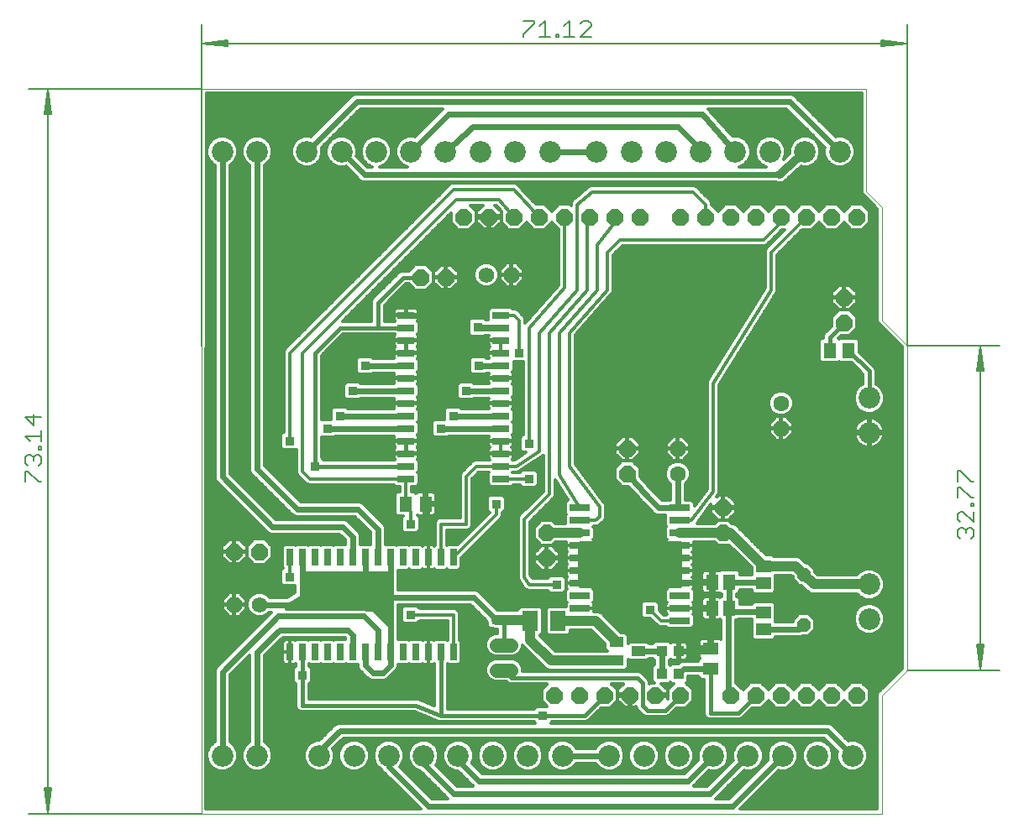
<source format=gtl>
G75*
G70*
%OFA0B0*%
%FSLAX24Y24*%
%IPPOS*%
%LPD*%
%AMOC8*
5,1,8,0,0,1.08239X$1,22.5*
%
%ADD10C,0.0000*%
%ADD11C,0.0051*%
%ADD12C,0.0060*%
%ADD13R,0.0800X0.0260*%
%ADD14C,0.0860*%
%ADD15OC8,0.0660*%
%ADD16OC8,0.0630*%
%ADD17C,0.0630*%
%ADD18R,0.0591X0.0512*%
%ADD19R,0.0512X0.0591*%
%ADD20OC8,0.0520*%
%ADD21R,0.0669X0.0256*%
%ADD22R,0.0256X0.0669*%
%ADD23OC8,0.0620*%
%ADD24C,0.0620*%
%ADD25R,0.0512X0.0630*%
%ADD26R,0.0630X0.0787*%
%ADD27R,0.0394X0.0433*%
%ADD28R,0.0630X0.0512*%
%ADD29R,0.0551X0.0394*%
%ADD30C,0.0560*%
%ADD31C,0.0240*%
%ADD32C,0.0160*%
%ADD33C,0.0120*%
%ADD34R,0.0356X0.0356*%
%ADD35C,0.0100*%
%ADD36C,0.0400*%
%ADD37C,0.0320*%
D10*
X007360Y000754D02*
X007360Y029550D01*
X033730Y029550D01*
X033730Y025484D01*
X034360Y024854D01*
X034360Y020354D01*
X035360Y019354D01*
X035360Y006454D01*
X034360Y005454D01*
X034360Y000754D01*
X007360Y000754D01*
D11*
X000492Y000754D01*
X001260Y000754D02*
X001362Y001778D01*
X001385Y001778D02*
X001260Y000754D01*
X001157Y001778D01*
X001134Y001778D02*
X001385Y001778D01*
X001311Y001778D02*
X001260Y000754D01*
X001208Y001778D01*
X001134Y001778D02*
X001260Y000754D01*
X001260Y029550D01*
X001362Y028527D01*
X001385Y028527D02*
X001260Y029550D01*
X001157Y028527D01*
X001134Y028527D02*
X001385Y028527D01*
X001311Y028527D02*
X001260Y029550D01*
X001208Y028527D01*
X001134Y028527D02*
X001260Y029550D01*
X000492Y029550D02*
X007360Y029550D01*
X007360Y031354D02*
X008383Y031252D01*
X008383Y031228D02*
X007360Y031354D01*
X008383Y031456D01*
X008383Y031480D02*
X008383Y031228D01*
X008383Y031303D02*
X007360Y031354D01*
X008383Y031405D01*
X008383Y031480D02*
X007360Y031354D01*
X035360Y031354D01*
X034336Y031252D01*
X034336Y031228D02*
X035360Y031354D01*
X034336Y031456D01*
X034336Y031480D02*
X034336Y031228D01*
X034336Y031303D02*
X035360Y031354D01*
X034336Y031405D01*
X034336Y031480D02*
X035360Y031354D01*
X035360Y032122D02*
X035360Y019354D01*
X039027Y019354D01*
X038260Y019354D02*
X038362Y018330D01*
X038385Y018330D02*
X038134Y018330D01*
X038260Y019354D01*
X038157Y018330D01*
X038208Y018330D02*
X038260Y019354D01*
X038311Y018330D01*
X038385Y018330D02*
X038260Y019354D01*
X038260Y006454D01*
X038362Y007478D01*
X038385Y007478D02*
X038134Y007478D01*
X038260Y006454D01*
X038157Y007478D01*
X038208Y007478D02*
X038260Y006454D01*
X038311Y007478D01*
X038385Y007478D02*
X038260Y006454D01*
X039027Y006454D02*
X035360Y006454D01*
X007360Y019354D02*
X007360Y032122D01*
D12*
X020137Y032251D02*
X020564Y032251D01*
X020564Y032144D01*
X020137Y031717D01*
X020137Y031610D01*
X020781Y031610D02*
X021208Y031610D01*
X020995Y031610D02*
X020995Y032251D01*
X020781Y032037D01*
X021426Y031717D02*
X021533Y031717D01*
X021533Y031610D01*
X021426Y031610D01*
X021426Y031717D01*
X021748Y031610D02*
X022175Y031610D01*
X021962Y031610D02*
X021962Y032251D01*
X021748Y032037D01*
X022393Y032144D02*
X022499Y032251D01*
X022713Y032251D01*
X022820Y032144D01*
X022820Y032037D01*
X022393Y031610D01*
X022820Y031610D01*
X037363Y014364D02*
X037470Y014364D01*
X037897Y013937D01*
X038003Y013937D01*
X037470Y013720D02*
X037897Y013293D01*
X038003Y013293D01*
X038003Y013077D02*
X038003Y012970D01*
X037897Y012970D01*
X037897Y013077D01*
X038003Y013077D01*
X038003Y012753D02*
X038003Y012326D01*
X037576Y012753D01*
X037470Y012753D01*
X037363Y012646D01*
X037363Y012433D01*
X037470Y012326D01*
X037470Y012108D02*
X037576Y012108D01*
X037683Y012002D01*
X037790Y012108D01*
X037897Y012108D01*
X038003Y012002D01*
X038003Y011788D01*
X037897Y011681D01*
X037683Y011895D02*
X037683Y012002D01*
X037470Y012108D02*
X037363Y012002D01*
X037363Y011788D01*
X037470Y011681D01*
X037363Y013293D02*
X037363Y013720D01*
X037470Y013720D01*
X037363Y013937D02*
X037363Y014364D01*
X001003Y014681D02*
X000897Y014574D01*
X001003Y014681D02*
X001003Y014894D01*
X000897Y015001D01*
X000790Y015001D01*
X000683Y014894D01*
X000683Y014787D01*
X000683Y014894D02*
X000576Y015001D01*
X000470Y015001D01*
X000363Y014894D01*
X000363Y014681D01*
X000470Y014574D01*
X000470Y014356D02*
X000897Y013929D01*
X001003Y013929D01*
X000363Y013929D02*
X000363Y014356D01*
X000470Y014356D01*
X000897Y015218D02*
X000897Y015325D01*
X001003Y015325D01*
X001003Y015218D01*
X000897Y015218D01*
X001003Y015541D02*
X001003Y015968D01*
X001003Y015754D02*
X000363Y015754D01*
X000576Y015541D01*
X000683Y016185D02*
X000683Y016612D01*
X000363Y016506D02*
X000683Y016185D01*
X001003Y016506D02*
X000363Y016506D01*
D13*
X022380Y012904D03*
X022380Y012404D03*
X022380Y011904D03*
X022380Y011404D03*
X022380Y010904D03*
X022380Y010404D03*
X022380Y009904D03*
X022380Y009404D03*
X022380Y008904D03*
X022380Y008404D03*
X026340Y008404D03*
X026340Y008904D03*
X026340Y009404D03*
X026340Y009904D03*
X026340Y010404D03*
X026340Y010904D03*
X026340Y011404D03*
X026340Y011904D03*
X026340Y012404D03*
X026340Y012904D03*
D14*
X033860Y015885D03*
X033860Y017263D03*
X033860Y009863D03*
X033860Y008485D03*
X033182Y003054D03*
X031804Y003054D03*
X030426Y003054D03*
X029048Y003054D03*
X027671Y003054D03*
X026293Y003054D03*
X024915Y003054D03*
X023537Y003054D03*
X021682Y003054D03*
X020304Y003054D03*
X018926Y003054D03*
X017548Y003054D03*
X016171Y003054D03*
X014793Y003054D03*
X013415Y003054D03*
X012037Y003054D03*
X009568Y003054D03*
X008190Y003054D03*
X008190Y027054D03*
X009568Y027054D03*
X011537Y027054D03*
X012915Y027054D03*
X014293Y027054D03*
X015671Y027054D03*
X017048Y027054D03*
X018426Y027054D03*
X019804Y027054D03*
X021182Y027054D03*
X023037Y027054D03*
X024415Y027054D03*
X025793Y027054D03*
X027171Y027054D03*
X028548Y027054D03*
X029926Y027054D03*
X031304Y027054D03*
X032682Y027054D03*
D15*
X032360Y024454D03*
X031360Y024454D03*
X030360Y024454D03*
X029360Y024454D03*
X028360Y024454D03*
X027360Y024454D03*
X026360Y024454D03*
X024760Y024454D03*
X023760Y024454D03*
X022760Y024454D03*
X021760Y024454D03*
X020760Y024454D03*
X019760Y024454D03*
X018760Y024454D03*
X017760Y024454D03*
X017060Y022054D03*
X016060Y022054D03*
X024260Y015254D03*
X024260Y014254D03*
X021060Y011904D03*
X021060Y010904D03*
X021360Y005454D03*
X022360Y005454D03*
X023360Y005454D03*
X024360Y005454D03*
X025360Y005454D03*
X026360Y005454D03*
X028360Y005454D03*
X029360Y005454D03*
X030360Y005454D03*
X031360Y005454D03*
X032360Y005454D03*
X033360Y005454D03*
X028060Y011904D03*
X028060Y012904D03*
X032860Y020254D03*
X032860Y021254D03*
X033360Y024454D03*
X009660Y011154D03*
X008660Y011154D03*
D16*
X026260Y015254D03*
X030360Y016054D03*
D17*
X030360Y017054D03*
X026260Y014254D03*
D18*
X029660Y010589D03*
X029660Y009919D03*
X029660Y008739D03*
X029660Y008069D03*
D19*
X028294Y008904D03*
X027625Y008904D03*
X027625Y009954D03*
X028294Y009954D03*
D20*
X031260Y010254D03*
X031260Y008254D03*
D21*
X019241Y014054D03*
X019241Y014554D03*
X019241Y015054D03*
X019241Y015554D03*
X019241Y016054D03*
X019241Y016554D03*
X019241Y017054D03*
X019241Y017554D03*
X019241Y018054D03*
X019241Y018554D03*
X019241Y019054D03*
X019241Y019554D03*
X019241Y020054D03*
X019241Y020554D03*
X015478Y020554D03*
X015478Y020054D03*
X015478Y019554D03*
X015478Y019054D03*
X015478Y018554D03*
X015478Y018054D03*
X015478Y017554D03*
X015478Y017054D03*
X015478Y016554D03*
X015478Y016054D03*
X015478Y015554D03*
X015478Y015054D03*
X015478Y014554D03*
X015478Y014054D03*
D22*
X015360Y010936D03*
X015860Y010936D03*
X016360Y010936D03*
X016860Y010936D03*
X017360Y010936D03*
X014860Y010936D03*
X014360Y010936D03*
X013860Y010936D03*
X013360Y010936D03*
X012860Y010936D03*
X012360Y010936D03*
X011860Y010936D03*
X011360Y010936D03*
X010860Y010936D03*
X010860Y007172D03*
X011360Y007172D03*
X011860Y007172D03*
X012360Y007172D03*
X012860Y007172D03*
X013360Y007172D03*
X013860Y007172D03*
X014360Y007172D03*
X014860Y007172D03*
X015360Y007172D03*
X015860Y007172D03*
X016360Y007172D03*
X016860Y007172D03*
X017360Y007172D03*
D23*
X008660Y009054D03*
X019660Y022154D03*
D24*
X018660Y022154D03*
X009660Y009054D03*
D25*
X015466Y013054D03*
X016253Y013054D03*
X032285Y019154D03*
X033034Y019154D03*
D26*
X021511Y008404D03*
X020408Y008404D03*
D27*
X025625Y007204D03*
X026294Y007204D03*
X026294Y006304D03*
X025625Y006304D03*
D28*
X027560Y006510D03*
X027560Y007298D03*
D29*
X024693Y007204D03*
X023826Y006830D03*
X023826Y007578D03*
D30*
X019640Y007454D02*
X019080Y007454D01*
X019080Y006454D02*
X019640Y006454D01*
D31*
X019060Y008454D02*
X018160Y009354D01*
X014860Y009354D01*
X014860Y007172D01*
X014860Y006654D01*
X014560Y006354D01*
X014160Y006354D01*
X013860Y006654D01*
X013860Y007172D01*
X014360Y007172D02*
X014360Y008054D01*
X013810Y008604D01*
X010410Y008604D01*
X008190Y006385D01*
X008190Y003054D01*
X009568Y003054D02*
X009568Y007163D01*
X010460Y008054D01*
X013160Y008054D01*
X013360Y007854D01*
X013360Y007172D01*
X014860Y009354D02*
X014860Y010936D01*
X014360Y010936D02*
X014360Y012054D01*
X013560Y012854D01*
X011160Y012854D01*
X009568Y014445D01*
X009568Y027054D01*
X008190Y027054D02*
X008190Y014123D01*
X010160Y012154D01*
X012960Y012154D01*
X013360Y011754D01*
X013360Y010936D01*
X013860Y010936D02*
X013860Y010354D01*
X011360Y010936D02*
X011360Y009354D01*
X010860Y009054D01*
X009660Y009054D01*
X012860Y004054D02*
X032182Y004054D01*
X033182Y003054D01*
X030426Y003054D02*
X028426Y001054D01*
X016360Y001054D01*
X014793Y002621D01*
X014793Y003054D01*
X016171Y003054D02*
X016171Y002743D01*
X017360Y001554D01*
X027548Y001554D01*
X029048Y003054D01*
X027671Y003054D02*
X026671Y002054D01*
X018360Y002054D01*
X017548Y002865D01*
X017548Y003054D01*
X021682Y003054D02*
X023537Y003054D01*
X025625Y006304D02*
X025625Y007204D01*
X024693Y007204D01*
X026294Y007204D02*
X027466Y007204D01*
X027560Y007298D01*
X027560Y006510D02*
X026500Y006510D01*
X026294Y006304D01*
X028279Y005535D02*
X028360Y005454D01*
X028279Y005535D02*
X028279Y008769D01*
X029629Y008769D01*
X029660Y008739D01*
X029660Y008069D02*
X031075Y008069D01*
X031260Y008254D01*
X029660Y009919D02*
X029625Y009954D01*
X028294Y009954D01*
X028294Y008904D01*
X028279Y008769D01*
X027625Y008904D02*
X027625Y009954D01*
X027275Y009939D01*
X026760Y009954D01*
X026171Y009954D01*
X026340Y012904D02*
X025510Y012904D01*
X025060Y013354D01*
X024260Y014254D01*
X026260Y014254D02*
X026260Y012993D01*
X026340Y012904D01*
X019241Y016054D02*
X016860Y016054D01*
X017360Y016554D02*
X019241Y016554D01*
X019241Y017554D02*
X017860Y017554D01*
X018360Y018554D02*
X019241Y018554D01*
X019241Y020054D02*
X018360Y020054D01*
X018320Y020074D01*
X019221Y020074D01*
X019241Y020054D01*
X016260Y020554D02*
X015478Y020554D01*
X015478Y018554D02*
X013860Y018554D01*
X013360Y017554D02*
X015478Y017554D01*
X015478Y016554D02*
X012860Y016554D01*
X012360Y016054D02*
X015478Y016054D01*
X013815Y026154D02*
X012915Y027054D01*
X013815Y026154D02*
X030304Y026154D01*
X028548Y027054D02*
X027248Y028554D01*
X017171Y028554D01*
X015671Y027054D01*
X017048Y027054D02*
X018148Y028054D01*
X026260Y028054D01*
X027171Y027143D01*
X030682Y029054D02*
X032682Y027054D01*
X030682Y029054D02*
X013537Y029054D01*
X011537Y027054D01*
X021182Y027054D02*
X023037Y027054D01*
X012860Y004054D02*
X012037Y003231D01*
X012037Y003054D01*
D32*
X011360Y005054D02*
X011360Y006254D01*
X011360Y007172D01*
X011360Y005054D02*
X015860Y005054D01*
X016860Y004654D01*
X016860Y007172D01*
X019360Y007454D02*
X019360Y008354D01*
X019460Y008454D01*
X019360Y006454D02*
X019660Y006154D01*
X024660Y006154D01*
X024860Y005954D01*
X024860Y005054D01*
X025060Y004854D01*
X025760Y004854D01*
X026360Y005454D01*
X027560Y004754D02*
X027560Y006510D01*
X028660Y004754D02*
X029360Y005454D01*
X028660Y004754D02*
X027560Y004754D01*
X023360Y005454D02*
X022560Y004654D01*
X020910Y004654D01*
X016860Y004654D01*
X026340Y010404D02*
X026340Y010904D01*
X026340Y011404D01*
X033860Y017263D02*
X033860Y018328D01*
X033034Y019154D01*
X032285Y019154D02*
X032285Y019680D01*
X032860Y020254D01*
X016060Y022054D02*
X015360Y022054D01*
X014360Y021054D01*
X014360Y020054D01*
X012860Y020054D01*
X011860Y019054D01*
X011860Y014554D01*
X015478Y014554D01*
X015478Y020054D02*
X014360Y020054D01*
D33*
X014620Y020314D02*
X014620Y020946D01*
X015467Y021794D01*
X015598Y021794D01*
X015848Y021544D01*
X016271Y021544D01*
X016570Y021843D01*
X016570Y022265D01*
X016271Y022564D01*
X015848Y022564D01*
X015598Y022314D01*
X015308Y022314D01*
X015212Y022274D01*
X015139Y022201D01*
X014139Y021201D01*
X014100Y021106D01*
X014100Y020314D01*
X012959Y020314D01*
X017250Y024605D01*
X017250Y024243D01*
X017548Y023944D01*
X017971Y023944D01*
X018270Y024243D01*
X018270Y024665D01*
X018021Y024914D01*
X018527Y024914D01*
X018270Y024657D01*
X018270Y024492D01*
X018721Y024492D01*
X018721Y024416D01*
X018270Y024416D01*
X018270Y024251D01*
X018557Y023964D01*
X018721Y023964D01*
X018721Y024416D01*
X018798Y024416D01*
X018798Y024492D01*
X019250Y024492D01*
X019250Y024657D01*
X018992Y024914D01*
X019049Y024914D01*
X019256Y024672D01*
X019250Y024665D01*
X019250Y024243D01*
X019548Y023944D01*
X019971Y023944D01*
X020260Y024233D01*
X020548Y023944D01*
X020971Y023944D01*
X021260Y024233D01*
X021520Y023973D01*
X021520Y021744D01*
X020200Y020236D01*
X020200Y020402D01*
X020163Y020490D01*
X019963Y020690D01*
X019895Y020758D01*
X019807Y020794D01*
X019719Y020794D01*
X019651Y020862D01*
X018832Y020862D01*
X018727Y020757D01*
X018727Y020374D01*
X018630Y020374D01*
X018572Y020432D01*
X018067Y020432D01*
X017961Y020327D01*
X017961Y019821D01*
X018067Y019716D01*
X018572Y019716D01*
X018610Y019754D01*
X018764Y019754D01*
X018758Y019744D01*
X018747Y019703D01*
X018747Y019558D01*
X019237Y019558D01*
X019237Y019550D01*
X018747Y019550D01*
X018747Y019405D01*
X018758Y019364D01*
X018779Y019328D01*
X018803Y019304D01*
X018779Y019280D01*
X018758Y019244D01*
X018747Y019203D01*
X018747Y019058D01*
X019237Y019058D01*
X019237Y019050D01*
X018747Y019050D01*
X018747Y018905D01*
X018758Y018864D01*
X018764Y018854D01*
X018670Y018854D01*
X018612Y018912D01*
X018107Y018912D01*
X018001Y018807D01*
X018001Y018301D01*
X018107Y018196D01*
X018612Y018196D01*
X018670Y018254D01*
X018764Y018254D01*
X018758Y018244D01*
X018747Y018203D01*
X018747Y018058D01*
X019237Y018058D01*
X019237Y018050D01*
X018747Y018050D01*
X018747Y017905D01*
X018758Y017864D01*
X018764Y017854D01*
X018170Y017854D01*
X018112Y017912D01*
X017607Y017912D01*
X017501Y017807D01*
X017501Y017301D01*
X017607Y017196D01*
X018112Y017196D01*
X018170Y017254D01*
X018764Y017254D01*
X018758Y017244D01*
X018747Y017203D01*
X018747Y017058D01*
X019237Y017058D01*
X019237Y017050D01*
X018747Y017050D01*
X018747Y016905D01*
X018758Y016864D01*
X018764Y016854D01*
X017670Y016854D01*
X017612Y016912D01*
X017107Y016912D01*
X017001Y016807D01*
X017001Y016412D01*
X016607Y016412D01*
X016501Y016307D01*
X016501Y015801D01*
X016607Y015696D01*
X017112Y015696D01*
X017170Y015754D01*
X018764Y015754D01*
X018758Y015744D01*
X018747Y015703D01*
X018747Y015558D01*
X019237Y015558D01*
X019237Y015550D01*
X018747Y015550D01*
X018747Y015405D01*
X018758Y015364D01*
X018779Y015328D01*
X018803Y015304D01*
X018779Y015280D01*
X018758Y015244D01*
X018747Y015203D01*
X018747Y015058D01*
X019237Y015058D01*
X019237Y015050D01*
X018747Y015050D01*
X018747Y014905D01*
X018758Y014864D01*
X018779Y014828D01*
X018788Y014818D01*
X018764Y014794D01*
X018212Y014794D01*
X018124Y014758D01*
X017724Y014358D01*
X017656Y014290D01*
X017620Y014202D01*
X017620Y012494D01*
X016812Y012494D01*
X016724Y012458D01*
X016656Y012390D01*
X016620Y012302D01*
X016620Y011413D01*
X016595Y011389D01*
X016586Y011399D01*
X016549Y011420D01*
X016509Y011431D01*
X016363Y011431D01*
X016363Y010940D01*
X016356Y010940D01*
X016356Y011431D01*
X016210Y011431D01*
X016170Y011420D01*
X016133Y011399D01*
X016124Y011389D01*
X016062Y011451D01*
X015657Y011451D01*
X015610Y011403D01*
X015562Y011451D01*
X015157Y011451D01*
X015110Y011403D01*
X015062Y011451D01*
X014660Y011451D01*
X014660Y012114D01*
X014614Y012224D01*
X014529Y012308D01*
X013729Y013108D01*
X013619Y013154D01*
X011284Y013154D01*
X009868Y014570D01*
X009868Y026518D01*
X009914Y026537D01*
X010085Y026709D01*
X010178Y026933D01*
X010178Y027175D01*
X010085Y027400D01*
X009914Y027571D01*
X009690Y027664D01*
X009447Y027664D01*
X009223Y027571D01*
X009051Y027400D01*
X008958Y027175D01*
X008958Y026933D01*
X009051Y026709D01*
X009223Y026537D01*
X009268Y026518D01*
X009268Y014386D01*
X009314Y014275D01*
X010905Y012684D01*
X010990Y012600D01*
X011100Y012554D01*
X013435Y012554D01*
X014060Y011930D01*
X014060Y011451D01*
X013660Y011451D01*
X013660Y011814D01*
X013614Y011924D01*
X013214Y012324D01*
X013129Y012408D01*
X013019Y012454D01*
X010284Y012454D01*
X008490Y014248D01*
X008490Y026518D01*
X008536Y026537D01*
X008707Y026709D01*
X008800Y026933D01*
X008800Y027175D01*
X008707Y027400D01*
X008536Y027571D01*
X008312Y027664D01*
X008069Y027664D01*
X007845Y027571D01*
X007673Y027400D01*
X007580Y027175D01*
X007580Y026933D01*
X007673Y026709D01*
X007845Y026537D01*
X007890Y026518D01*
X007890Y014064D01*
X007936Y013953D01*
X008020Y013869D01*
X009990Y011900D01*
X010100Y011854D01*
X012835Y011854D01*
X013060Y011630D01*
X013060Y011451D01*
X012657Y011451D01*
X012610Y011403D01*
X012562Y011451D01*
X012157Y011451D01*
X012110Y011403D01*
X012062Y011451D01*
X011657Y011451D01*
X011610Y011403D01*
X011562Y011451D01*
X011157Y011451D01*
X011110Y011403D01*
X011062Y011451D01*
X010657Y011451D01*
X010552Y011345D01*
X010552Y010527D01*
X010586Y010492D01*
X010501Y010407D01*
X010501Y009901D01*
X010607Y009796D01*
X011060Y009796D01*
X011060Y009524D01*
X010776Y009354D01*
X010052Y009354D01*
X009937Y009469D01*
X009757Y009544D01*
X009562Y009544D01*
X009382Y009469D01*
X009244Y009332D01*
X009170Y009152D01*
X009170Y008957D01*
X009244Y008777D01*
X009382Y008639D01*
X009562Y008564D01*
X009757Y008564D01*
X009937Y008639D01*
X010052Y008754D01*
X010135Y008754D01*
X008020Y006639D01*
X007936Y006555D01*
X007890Y006444D01*
X007890Y003590D01*
X007845Y003571D01*
X007673Y003400D01*
X007580Y003175D01*
X007580Y002933D01*
X007673Y002709D01*
X007845Y002537D01*
X008069Y002444D01*
X008312Y002444D01*
X008536Y002537D01*
X008707Y002709D01*
X008800Y002933D01*
X008800Y003175D01*
X008707Y003400D01*
X008536Y003571D01*
X008490Y003590D01*
X008490Y006261D01*
X009268Y007038D01*
X009268Y003590D01*
X009223Y003571D01*
X009051Y003400D01*
X008958Y003175D01*
X008958Y002933D01*
X009051Y002709D01*
X009223Y002537D01*
X009447Y002444D01*
X009690Y002444D01*
X009914Y002537D01*
X010085Y002709D01*
X010178Y002933D01*
X010178Y003175D01*
X010085Y003400D01*
X009914Y003571D01*
X009868Y003590D01*
X009868Y007038D01*
X010584Y007754D01*
X013035Y007754D01*
X013060Y007730D01*
X013060Y007687D01*
X012657Y007687D01*
X012610Y007639D01*
X012562Y007687D01*
X012157Y007687D01*
X012110Y007639D01*
X012062Y007687D01*
X011657Y007687D01*
X011610Y007639D01*
X011562Y007687D01*
X011157Y007687D01*
X011095Y007625D01*
X011086Y007635D01*
X011049Y007656D01*
X011009Y007667D01*
X010863Y007667D01*
X010863Y007176D01*
X010856Y007176D01*
X010856Y007667D01*
X010710Y007667D01*
X010670Y007656D01*
X010633Y007635D01*
X010604Y007605D01*
X010582Y007569D01*
X010572Y007528D01*
X010572Y007176D01*
X010856Y007176D01*
X010856Y007168D01*
X010863Y007168D01*
X010863Y006678D01*
X011009Y006678D01*
X011049Y006688D01*
X011086Y006710D01*
X011095Y006719D01*
X011100Y006715D01*
X011100Y006605D01*
X011001Y006507D01*
X011001Y006001D01*
X011100Y005903D01*
X011100Y005002D01*
X011139Y004907D01*
X011212Y004834D01*
X011308Y004794D01*
X015809Y004794D01*
X016762Y004413D01*
X016808Y004394D01*
X016809Y004394D01*
X016811Y004393D01*
X016861Y004394D01*
X020559Y004394D01*
X020599Y004354D01*
X012800Y004354D01*
X012690Y004308D01*
X012605Y004224D01*
X012045Y003664D01*
X011915Y003664D01*
X011691Y003571D01*
X011520Y003400D01*
X011427Y003175D01*
X011427Y002933D01*
X011520Y002709D01*
X011691Y002537D01*
X011915Y002444D01*
X012158Y002444D01*
X012382Y002537D01*
X012554Y002709D01*
X012647Y002933D01*
X012647Y003175D01*
X012576Y003346D01*
X012984Y003754D01*
X032058Y003754D01*
X032591Y003221D01*
X032572Y003175D01*
X032572Y002933D01*
X032665Y002709D01*
X032837Y002537D01*
X033061Y002444D01*
X033304Y002444D01*
X033528Y002537D01*
X033699Y002709D01*
X033792Y002933D01*
X033792Y003175D01*
X033699Y003400D01*
X033528Y003571D01*
X033304Y003664D01*
X033061Y003664D01*
X033015Y003645D01*
X032352Y004308D01*
X032242Y004354D01*
X021220Y004354D01*
X021260Y004394D01*
X022611Y004394D01*
X022707Y004434D01*
X023217Y004944D01*
X023571Y004944D01*
X023870Y005243D01*
X023870Y005665D01*
X023641Y005894D01*
X024107Y005894D01*
X023870Y005657D01*
X023870Y005492D01*
X024321Y005492D01*
X024321Y005416D01*
X023870Y005416D01*
X023870Y005251D01*
X024157Y004964D01*
X024321Y004964D01*
X024321Y005416D01*
X024398Y005416D01*
X024398Y004964D01*
X024562Y004964D01*
X024600Y005001D01*
X024639Y004907D01*
X024839Y004707D01*
X024912Y004634D01*
X025008Y004594D01*
X025811Y004594D01*
X025907Y004634D01*
X026217Y004944D01*
X026571Y004944D01*
X026870Y005243D01*
X026870Y005665D01*
X026596Y005938D01*
X026671Y006013D01*
X026671Y006210D01*
X027065Y006210D01*
X027065Y006180D01*
X027170Y006074D01*
X027300Y006074D01*
X027300Y004702D01*
X025975Y004702D01*
X026093Y004820D02*
X027300Y004820D01*
X027300Y004702D02*
X027339Y004607D01*
X027412Y004534D01*
X027508Y004494D01*
X028711Y004494D01*
X028807Y004534D01*
X028880Y004607D01*
X029217Y004944D01*
X029571Y004944D01*
X029860Y005233D01*
X030148Y004944D01*
X030571Y004944D01*
X030860Y005233D01*
X031148Y004944D01*
X031571Y004944D01*
X031860Y005233D01*
X032148Y004944D01*
X032571Y004944D01*
X032860Y005233D01*
X033148Y004944D01*
X033571Y004944D01*
X033870Y005243D01*
X033870Y005665D01*
X033571Y005964D01*
X033148Y005964D01*
X032860Y005675D01*
X032571Y005964D01*
X032148Y005964D01*
X031860Y005675D01*
X031571Y005964D01*
X031148Y005964D01*
X030860Y005675D01*
X030571Y005964D01*
X030148Y005964D01*
X029860Y005675D01*
X029571Y005964D01*
X029148Y005964D01*
X028860Y005675D01*
X028579Y005956D01*
X028579Y008429D01*
X028625Y008429D01*
X028665Y008469D01*
X029184Y008469D01*
X029184Y008408D01*
X029188Y008404D01*
X029184Y008400D01*
X029184Y007739D01*
X029290Y007634D01*
X030029Y007634D01*
X030135Y007739D01*
X030135Y007769D01*
X031135Y007769D01*
X031242Y007814D01*
X031442Y007814D01*
X031700Y008072D01*
X031700Y008436D01*
X031442Y008694D01*
X031077Y008694D01*
X030820Y008436D01*
X030820Y008369D01*
X030135Y008369D01*
X030135Y008400D01*
X030131Y008404D01*
X030135Y008408D01*
X030135Y009069D01*
X030029Y009175D01*
X029290Y009175D01*
X029184Y009069D01*
X028730Y009069D01*
X028730Y009274D01*
X028625Y009379D01*
X028594Y009379D01*
X028594Y009479D01*
X028625Y009479D01*
X028730Y009584D01*
X028730Y009654D01*
X029184Y009654D01*
X029184Y009589D01*
X029290Y009484D01*
X030029Y009484D01*
X030135Y009589D01*
X030135Y010209D01*
X030767Y010209D01*
X030820Y010157D01*
X030820Y010072D01*
X031077Y009814D01*
X031162Y009814D01*
X031436Y009541D01*
X031575Y009483D01*
X033377Y009483D01*
X033514Y009346D01*
X033738Y009253D01*
X033981Y009253D01*
X034205Y009346D01*
X034377Y009517D01*
X034470Y009741D01*
X034470Y009984D01*
X034377Y010208D01*
X034205Y010380D01*
X033981Y010473D01*
X033738Y010473D01*
X033514Y010380D01*
X033377Y010243D01*
X031808Y010243D01*
X031700Y010351D01*
X031700Y010436D01*
X031442Y010694D01*
X031357Y010694D01*
X031140Y010911D01*
X031000Y010969D01*
X030085Y010969D01*
X030029Y011025D01*
X029761Y011025D01*
X028559Y012226D01*
X028420Y012284D01*
X028401Y012284D01*
X028271Y012414D01*
X027848Y012414D01*
X027718Y012284D01*
X027020Y012284D01*
X027020Y012285D01*
X027570Y013029D01*
X027570Y012924D01*
X028040Y012924D01*
X028040Y013394D01*
X027857Y013394D01*
X027792Y013329D01*
X027842Y013397D01*
X027863Y013418D01*
X027870Y013435D01*
X027881Y013450D01*
X027888Y013479D01*
X027900Y013506D01*
X027900Y013525D01*
X027904Y013542D01*
X027900Y013572D01*
X027900Y017786D01*
X030149Y021404D01*
X030163Y021418D01*
X030174Y021444D01*
X030189Y021468D01*
X030192Y021488D01*
X030200Y021506D01*
X030200Y021534D01*
X030204Y021562D01*
X030200Y021582D01*
X030200Y022955D01*
X031189Y023944D01*
X031571Y023944D01*
X031860Y024233D01*
X032148Y023944D01*
X032571Y023944D01*
X032860Y024233D01*
X033148Y023944D01*
X033571Y023944D01*
X033870Y024243D01*
X033870Y024665D01*
X033571Y024964D01*
X033148Y024964D01*
X032860Y024675D01*
X032571Y024964D01*
X032148Y024964D01*
X031860Y024675D01*
X031571Y024964D01*
X031148Y024964D01*
X030860Y024675D01*
X030571Y024964D01*
X030148Y024964D01*
X029860Y024675D01*
X029571Y024964D01*
X029148Y024964D01*
X028860Y024675D01*
X028571Y024964D01*
X028148Y024964D01*
X027860Y024675D01*
X027600Y024935D01*
X027600Y025002D01*
X027563Y025090D01*
X027063Y025590D01*
X026995Y025658D01*
X026907Y025694D01*
X022870Y025694D01*
X022834Y025697D01*
X022823Y025694D01*
X022812Y025694D01*
X022778Y025680D01*
X022743Y025669D01*
X022734Y025662D01*
X022724Y025658D01*
X022698Y025631D01*
X022134Y025162D01*
X022124Y025158D01*
X022098Y025131D01*
X022069Y025108D01*
X022064Y025098D01*
X022056Y025090D01*
X022042Y025056D01*
X022025Y025023D01*
X022024Y025012D01*
X022020Y025002D01*
X022020Y024965D01*
X022016Y024928D01*
X022020Y024918D01*
X022020Y024915D01*
X021971Y024964D01*
X021548Y024964D01*
X021260Y024675D01*
X020971Y024964D01*
X020620Y024964D01*
X019965Y025685D01*
X019963Y025690D01*
X019933Y025720D01*
X019905Y025751D01*
X019900Y025753D01*
X019895Y025758D01*
X019857Y025774D01*
X019819Y025792D01*
X019813Y025792D01*
X019807Y025794D01*
X019765Y025794D01*
X019723Y025796D01*
X019718Y025794D01*
X017312Y025794D01*
X017224Y025758D01*
X017156Y025690D01*
X010724Y019258D01*
X010656Y019190D01*
X010620Y019102D01*
X010620Y015912D01*
X010607Y015912D01*
X010501Y015807D01*
X010501Y015301D01*
X010607Y015196D01*
X011112Y015196D01*
X011120Y015203D01*
X011120Y014306D01*
X011156Y014218D01*
X011456Y013918D01*
X011524Y013851D01*
X011612Y013814D01*
X015000Y013814D01*
X015068Y013746D01*
X015221Y013746D01*
X015223Y013549D01*
X015135Y013549D01*
X015030Y013444D01*
X015030Y012665D01*
X015135Y012559D01*
X015354Y012559D01*
X015301Y012507D01*
X015301Y012001D01*
X015407Y011896D01*
X015912Y011896D01*
X016018Y012001D01*
X016018Y012507D01*
X015933Y012592D01*
X015936Y012590D01*
X015976Y012579D01*
X016193Y012579D01*
X016193Y012994D01*
X016313Y012994D01*
X016313Y012579D01*
X016530Y012579D01*
X016571Y012590D01*
X016607Y012611D01*
X016637Y012641D01*
X016658Y012677D01*
X016669Y012718D01*
X016669Y012994D01*
X016313Y012994D01*
X016313Y013114D01*
X016193Y013114D01*
X016193Y013529D01*
X015976Y013529D01*
X015936Y013518D01*
X015899Y013497D01*
X015874Y013472D01*
X015796Y013549D01*
X015703Y013549D01*
X015701Y013746D01*
X015887Y013746D01*
X015992Y013852D01*
X015992Y014257D01*
X015945Y014304D01*
X015992Y014352D01*
X015992Y014757D01*
X015931Y014818D01*
X015940Y014828D01*
X015961Y014864D01*
X015972Y014905D01*
X015972Y015050D01*
X015482Y015050D01*
X015482Y015058D01*
X015972Y015058D01*
X015972Y015203D01*
X015961Y015244D01*
X015940Y015280D01*
X015916Y015304D01*
X015940Y015328D01*
X015961Y015364D01*
X015972Y015405D01*
X015972Y015550D01*
X015482Y015550D01*
X015482Y015558D01*
X015972Y015558D01*
X015972Y015703D01*
X015961Y015744D01*
X015940Y015780D01*
X015931Y015790D01*
X015992Y015852D01*
X015992Y016257D01*
X015945Y016304D01*
X015992Y016352D01*
X015992Y016757D01*
X015931Y016818D01*
X015940Y016828D01*
X015961Y016864D01*
X015972Y016905D01*
X015972Y017050D01*
X015482Y017050D01*
X015482Y017058D01*
X015972Y017058D01*
X015972Y017203D01*
X015961Y017244D01*
X015940Y017280D01*
X015931Y017290D01*
X015992Y017352D01*
X015992Y017757D01*
X015931Y017818D01*
X015940Y017828D01*
X015961Y017864D01*
X015972Y017905D01*
X015972Y018050D01*
X015482Y018050D01*
X015482Y018058D01*
X015972Y018058D01*
X015972Y018203D01*
X015961Y018244D01*
X015940Y018280D01*
X015931Y018290D01*
X015992Y018352D01*
X015992Y018757D01*
X015931Y018818D01*
X015940Y018828D01*
X015961Y018864D01*
X015972Y018905D01*
X015972Y019050D01*
X015482Y019050D01*
X015482Y019058D01*
X015972Y019058D01*
X015972Y019203D01*
X015961Y019244D01*
X015940Y019280D01*
X015916Y019304D01*
X015940Y019328D01*
X015961Y019364D01*
X015972Y019405D01*
X015972Y019550D01*
X015482Y019550D01*
X015482Y019558D01*
X015972Y019558D01*
X015972Y019703D01*
X015961Y019744D01*
X015940Y019780D01*
X015931Y019790D01*
X015992Y019852D01*
X015992Y020257D01*
X015931Y020318D01*
X015940Y020328D01*
X015961Y020364D01*
X015972Y020405D01*
X015972Y020550D01*
X015482Y020550D01*
X015482Y020558D01*
X015972Y020558D01*
X015972Y020703D01*
X015961Y020744D01*
X015940Y020780D01*
X015911Y020810D01*
X015874Y020831D01*
X015833Y020842D01*
X015482Y020842D01*
X015482Y020558D01*
X015474Y020558D01*
X015474Y020842D01*
X015122Y020842D01*
X015081Y020831D01*
X015045Y020810D01*
X015015Y020780D01*
X014994Y020744D01*
X014983Y020703D01*
X014983Y020558D01*
X015474Y020558D01*
X015474Y020550D01*
X014983Y020550D01*
X014983Y020405D01*
X014994Y020364D01*
X015015Y020328D01*
X015025Y020318D01*
X015020Y020314D01*
X014620Y020314D01*
X014620Y020344D02*
X015006Y020344D01*
X014983Y020462D02*
X014620Y020462D01*
X014620Y020581D02*
X014983Y020581D01*
X014983Y020699D02*
X014620Y020699D01*
X014620Y020818D02*
X015058Y020818D01*
X014728Y021055D02*
X020916Y021055D01*
X021020Y021173D02*
X014846Y021173D01*
X014965Y021292D02*
X021123Y021292D01*
X021227Y021410D02*
X015083Y021410D01*
X015202Y021529D02*
X021331Y021529D01*
X021435Y021647D02*
X017346Y021647D01*
X017262Y021564D02*
X017550Y021851D01*
X017550Y022034D01*
X017080Y022034D01*
X017080Y022074D01*
X017550Y022074D01*
X017550Y022257D01*
X017262Y022544D01*
X017080Y022544D01*
X017080Y022074D01*
X017040Y022074D01*
X017040Y022544D01*
X016857Y022544D01*
X016570Y022257D01*
X016570Y022074D01*
X017040Y022074D01*
X017040Y022034D01*
X017080Y022034D01*
X017080Y021564D01*
X017262Y021564D01*
X017080Y021647D02*
X017040Y021647D01*
X017040Y021564D02*
X017040Y022034D01*
X016570Y022034D01*
X016570Y021851D01*
X016857Y021564D01*
X017040Y021564D01*
X017040Y021766D02*
X017080Y021766D01*
X017080Y021884D02*
X017040Y021884D01*
X017040Y022003D02*
X017080Y022003D01*
X017080Y022121D02*
X017040Y022121D01*
X017040Y022240D02*
X017080Y022240D01*
X017080Y022358D02*
X017040Y022358D01*
X017040Y022477D02*
X017080Y022477D01*
X017330Y022477D02*
X018289Y022477D01*
X018244Y022432D02*
X018170Y022252D01*
X018170Y022057D01*
X018244Y021877D01*
X018382Y021739D01*
X018562Y021664D01*
X018757Y021664D01*
X018937Y021739D01*
X019075Y021877D01*
X019150Y022057D01*
X019150Y022252D01*
X019075Y022432D01*
X018937Y022569D01*
X018757Y022644D01*
X018562Y022644D01*
X018382Y022569D01*
X018244Y022432D01*
X018214Y022358D02*
X017448Y022358D01*
X017550Y022240D02*
X018170Y022240D01*
X018170Y022121D02*
X017550Y022121D01*
X017550Y022003D02*
X018192Y022003D01*
X018241Y021884D02*
X017550Y021884D01*
X017464Y021766D02*
X018355Y021766D01*
X018964Y021766D02*
X019383Y021766D01*
X019465Y021684D02*
X019640Y021684D01*
X019640Y022134D01*
X019680Y022134D01*
X019680Y022174D01*
X020130Y022174D01*
X020130Y022349D01*
X019854Y022624D01*
X019680Y022624D01*
X019680Y022174D01*
X019640Y022174D01*
X019640Y022624D01*
X019465Y022624D01*
X019190Y022349D01*
X019190Y022174D01*
X019640Y022174D01*
X019640Y022134D01*
X019190Y022134D01*
X019190Y021959D01*
X019465Y021684D01*
X019640Y021766D02*
X019680Y021766D01*
X019680Y021684D02*
X019854Y021684D01*
X020130Y021959D01*
X020130Y022134D01*
X019680Y022134D01*
X019680Y021684D01*
X019680Y021884D02*
X019640Y021884D01*
X019640Y022003D02*
X019680Y022003D01*
X019680Y022121D02*
X019640Y022121D01*
X019640Y022240D02*
X019680Y022240D01*
X019680Y022358D02*
X019640Y022358D01*
X019640Y022477D02*
X019680Y022477D01*
X019680Y022595D02*
X019640Y022595D01*
X019436Y022595D02*
X018875Y022595D01*
X019030Y022477D02*
X019317Y022477D01*
X019199Y022358D02*
X019105Y022358D01*
X019150Y022240D02*
X019190Y022240D01*
X019190Y022121D02*
X019150Y022121D01*
X019127Y022003D02*
X019190Y022003D01*
X019265Y021884D02*
X019078Y021884D01*
X019936Y021766D02*
X021520Y021766D01*
X021520Y021884D02*
X020054Y021884D01*
X020130Y022003D02*
X021520Y022003D01*
X021520Y022121D02*
X020130Y022121D01*
X020130Y022240D02*
X021520Y022240D01*
X021520Y022358D02*
X020120Y022358D01*
X020002Y022477D02*
X021520Y022477D01*
X021520Y022595D02*
X019883Y022595D01*
X018444Y022595D02*
X015240Y022595D01*
X015121Y022477D02*
X015761Y022477D01*
X015642Y022358D02*
X015003Y022358D01*
X014884Y022240D02*
X015177Y022240D01*
X015059Y022121D02*
X014766Y022121D01*
X014647Y022003D02*
X014940Y022003D01*
X014822Y021884D02*
X014529Y021884D01*
X014410Y021766D02*
X014703Y021766D01*
X014585Y021647D02*
X014292Y021647D01*
X014173Y021529D02*
X014466Y021529D01*
X014348Y021410D02*
X014055Y021410D01*
X013936Y021292D02*
X014229Y021292D01*
X014127Y021173D02*
X013818Y021173D01*
X013699Y021055D02*
X014100Y021055D01*
X014100Y020936D02*
X013581Y020936D01*
X013462Y020818D02*
X014100Y020818D01*
X014100Y020699D02*
X013344Y020699D01*
X013225Y020581D02*
X014100Y020581D01*
X014100Y020462D02*
X013107Y020462D01*
X012988Y020344D02*
X014100Y020344D01*
X014620Y020936D02*
X020812Y020936D01*
X020709Y020818D02*
X019695Y020818D01*
X019760Y020554D02*
X019241Y020554D01*
X019760Y020554D02*
X019960Y020354D01*
X019960Y019054D01*
X020120Y018696D02*
X019756Y018696D01*
X019756Y018352D01*
X019694Y018290D01*
X019704Y018280D01*
X019725Y018244D01*
X019736Y018203D01*
X019736Y018058D01*
X019245Y018058D01*
X019245Y018050D01*
X019736Y018050D01*
X019736Y017905D01*
X019725Y017864D01*
X019704Y017828D01*
X019694Y017818D01*
X019756Y017757D01*
X019756Y017352D01*
X019694Y017290D01*
X019704Y017280D01*
X019725Y017244D01*
X019736Y017203D01*
X019736Y017058D01*
X019245Y017058D01*
X019245Y017050D01*
X019736Y017050D01*
X019736Y016905D01*
X019725Y016864D01*
X019704Y016828D01*
X019694Y016818D01*
X019756Y016757D01*
X019756Y016352D01*
X019709Y016304D01*
X019756Y016257D01*
X019756Y015852D01*
X019694Y015790D01*
X019704Y015780D01*
X019725Y015744D01*
X019736Y015703D01*
X019736Y015558D01*
X019245Y015558D01*
X019245Y015550D01*
X019245Y015058D01*
X019237Y015058D01*
X019237Y015342D01*
X019237Y015550D01*
X019245Y015550D01*
X019736Y015550D01*
X019736Y015405D01*
X019725Y015364D01*
X019704Y015328D01*
X019680Y015304D01*
X019704Y015280D01*
X019725Y015244D01*
X019736Y015203D01*
X019736Y015058D01*
X019245Y015058D01*
X019245Y015050D01*
X019736Y015050D01*
X019736Y014905D01*
X019725Y014864D01*
X019704Y014828D01*
X019694Y014818D01*
X019719Y014794D01*
X019787Y014794D01*
X020240Y015096D01*
X020107Y015096D01*
X020001Y015201D01*
X020001Y015707D01*
X020107Y015812D01*
X020120Y015812D01*
X020120Y018696D01*
X020120Y018685D02*
X019756Y018685D01*
X019756Y018566D02*
X020120Y018566D01*
X020120Y018448D02*
X019756Y018448D01*
X019734Y018329D02*
X020120Y018329D01*
X020120Y018211D02*
X019734Y018211D01*
X019736Y018092D02*
X020120Y018092D01*
X020120Y017974D02*
X019736Y017974D01*
X019720Y017855D02*
X020120Y017855D01*
X020120Y017737D02*
X019756Y017737D01*
X019756Y017618D02*
X020120Y017618D01*
X020120Y017500D02*
X019756Y017500D01*
X019756Y017381D02*
X020120Y017381D01*
X020120Y017263D02*
X019714Y017263D01*
X019736Y017144D02*
X020120Y017144D01*
X020120Y017026D02*
X019736Y017026D01*
X019736Y016907D02*
X020120Y016907D01*
X020120Y016789D02*
X019724Y016789D01*
X019756Y016670D02*
X020120Y016670D01*
X020120Y016552D02*
X019756Y016552D01*
X019756Y016433D02*
X020120Y016433D01*
X020120Y016315D02*
X019719Y016315D01*
X019756Y016196D02*
X020120Y016196D01*
X020120Y016078D02*
X019756Y016078D01*
X019756Y015959D02*
X020120Y015959D01*
X020120Y015841D02*
X019745Y015841D01*
X019731Y015722D02*
X020017Y015722D01*
X020001Y015604D02*
X019736Y015604D01*
X019736Y015485D02*
X020001Y015485D01*
X020001Y015367D02*
X019726Y015367D01*
X019723Y015248D02*
X020001Y015248D01*
X020073Y015130D02*
X019736Y015130D01*
X019736Y015011D02*
X020112Y015011D01*
X019935Y014893D02*
X019733Y014893D01*
X019860Y014554D02*
X019241Y014554D01*
X018260Y014554D01*
X017860Y014154D01*
X017860Y012254D01*
X016860Y012254D01*
X016860Y010936D01*
X017360Y010936D02*
X019060Y012636D01*
X019060Y013054D01*
X019418Y012997D02*
X020363Y012997D01*
X020481Y013115D02*
X019418Y013115D01*
X019418Y013234D02*
X020600Y013234D01*
X020718Y013352D02*
X019372Y013352D01*
X019418Y013307D02*
X019312Y013412D01*
X018807Y013412D01*
X018701Y013307D01*
X018701Y012801D01*
X018793Y012709D01*
X017535Y011451D01*
X017157Y011451D01*
X017110Y011403D01*
X017100Y011413D01*
X017100Y012014D01*
X017907Y012014D01*
X017995Y012051D01*
X018063Y012118D01*
X018100Y012206D01*
X018100Y014055D01*
X018359Y014314D01*
X018764Y014314D01*
X018774Y014304D01*
X018727Y014257D01*
X018727Y013852D01*
X018832Y013746D01*
X019651Y013746D01*
X019719Y013814D01*
X020001Y013814D01*
X020001Y013801D01*
X020107Y013696D01*
X020612Y013696D01*
X020718Y013801D01*
X020718Y014307D01*
X020612Y014412D01*
X020107Y014412D01*
X020001Y014307D01*
X020001Y014294D01*
X019719Y014294D01*
X019709Y014304D01*
X019719Y014314D01*
X019836Y014314D01*
X019859Y014309D01*
X019883Y014314D01*
X019907Y014314D01*
X019929Y014323D01*
X019953Y014328D01*
X019973Y014341D01*
X019995Y014351D01*
X020012Y014368D01*
X020873Y014941D01*
X020895Y014951D01*
X020912Y014968D01*
X020920Y014972D01*
X020920Y013553D01*
X020024Y012658D01*
X019956Y012590D01*
X019920Y012502D01*
X019920Y010178D01*
X019915Y010154D01*
X019920Y010131D01*
X019920Y010106D01*
X019929Y010084D01*
X019933Y010061D01*
X019947Y010041D01*
X019956Y010018D01*
X019973Y010001D01*
X020147Y009741D01*
X020156Y009718D01*
X020173Y009701D01*
X020186Y009681D01*
X020206Y009668D01*
X020224Y009651D01*
X020246Y009641D01*
X020266Y009628D01*
X020289Y009623D01*
X020312Y009614D01*
X020336Y009614D01*
X020359Y009609D01*
X020383Y009614D01*
X021101Y009614D01*
X021101Y009601D01*
X021207Y009496D01*
X021712Y009496D01*
X021800Y009583D01*
X021800Y009200D01*
X021859Y009140D01*
X021851Y009132D01*
X021830Y009096D01*
X021820Y009055D01*
X021820Y008978D01*
X021121Y008978D01*
X021016Y008872D01*
X021016Y007936D01*
X021121Y007830D01*
X021900Y007830D01*
X022006Y007936D01*
X022006Y008024D01*
X022843Y008024D01*
X023371Y007496D01*
X023371Y007307D01*
X023467Y007210D01*
X021391Y007210D01*
X020790Y007811D01*
X020790Y007830D01*
X020798Y007830D01*
X020903Y007936D01*
X020903Y008872D01*
X020798Y008978D01*
X020019Y008978D01*
X019913Y008872D01*
X019913Y008834D01*
X019104Y008834D01*
X018414Y009524D01*
X018329Y009608D01*
X018219Y009654D01*
X015160Y009654D01*
X015160Y010421D01*
X015562Y010421D01*
X015610Y010469D01*
X015657Y010421D01*
X016062Y010421D01*
X016124Y010483D01*
X016133Y010473D01*
X016170Y010452D01*
X016210Y010441D01*
X016356Y010441D01*
X016356Y010932D01*
X016363Y010932D01*
X016363Y010441D01*
X016509Y010441D01*
X016549Y010452D01*
X016586Y010473D01*
X016595Y010483D01*
X016657Y010421D01*
X017062Y010421D01*
X017110Y010469D01*
X017157Y010421D01*
X017562Y010421D01*
X017667Y010527D01*
X017667Y010904D01*
X019195Y012432D01*
X019263Y012500D01*
X019300Y012588D01*
X019300Y012696D01*
X019312Y012696D01*
X019418Y012801D01*
X019418Y013307D01*
X019418Y012878D02*
X020244Y012878D01*
X020126Y012760D02*
X019376Y012760D01*
X019300Y012641D02*
X020007Y012641D01*
X019928Y012523D02*
X019272Y012523D01*
X019167Y012404D02*
X019920Y012404D01*
X019920Y012286D02*
X019049Y012286D01*
X018930Y012167D02*
X019920Y012167D01*
X019920Y012049D02*
X018812Y012049D01*
X018693Y011930D02*
X019920Y011930D01*
X019920Y011812D02*
X018575Y011812D01*
X018456Y011693D02*
X019920Y011693D01*
X019920Y011575D02*
X018338Y011575D01*
X018219Y011456D02*
X019920Y011456D01*
X019920Y011338D02*
X018101Y011338D01*
X017982Y011219D02*
X019920Y011219D01*
X019920Y011101D02*
X017864Y011101D01*
X017745Y010982D02*
X019920Y010982D01*
X019920Y010864D02*
X017667Y010864D01*
X017667Y010745D02*
X019920Y010745D01*
X019920Y010627D02*
X017667Y010627D01*
X017649Y010508D02*
X019920Y010508D01*
X019920Y010390D02*
X015160Y010390D01*
X015160Y010271D02*
X019920Y010271D01*
X019915Y010153D02*
X015160Y010153D01*
X015160Y010034D02*
X019949Y010034D01*
X020030Y009916D02*
X015160Y009916D01*
X015160Y009797D02*
X020109Y009797D01*
X020190Y009679D02*
X015160Y009679D01*
X015160Y009054D02*
X018035Y009054D01*
X018680Y008410D01*
X018680Y008378D01*
X018701Y008326D01*
X018701Y008201D01*
X018807Y008096D01*
X018931Y008096D01*
X018984Y008074D01*
X019100Y008074D01*
X019100Y007914D01*
X018988Y007914D01*
X018819Y007844D01*
X018690Y007715D01*
X018620Y007546D01*
X017667Y007546D01*
X017667Y007581D02*
X017600Y007649D01*
X017600Y008702D01*
X017563Y008790D01*
X017495Y008858D01*
X017407Y008894D01*
X016018Y008894D01*
X016018Y008907D01*
X015912Y009012D01*
X015407Y009012D01*
X015301Y008907D01*
X015301Y008401D01*
X015407Y008296D01*
X015912Y008296D01*
X016018Y008401D01*
X016018Y008414D01*
X017120Y008414D01*
X017120Y007649D01*
X017110Y007639D01*
X017062Y007687D01*
X016657Y007687D01*
X016595Y007625D01*
X016586Y007635D01*
X016549Y007656D01*
X016509Y007667D01*
X016363Y007667D01*
X016363Y007176D01*
X016356Y007176D01*
X016356Y007667D01*
X016210Y007667D01*
X016170Y007656D01*
X016133Y007635D01*
X016124Y007625D01*
X016062Y007687D01*
X015657Y007687D01*
X015610Y007639D01*
X015562Y007687D01*
X015160Y007687D01*
X015160Y009054D01*
X015160Y008968D02*
X015362Y008968D01*
X015301Y008849D02*
X015160Y008849D01*
X015160Y008731D02*
X015301Y008731D01*
X015301Y008612D02*
X015160Y008612D01*
X015160Y008494D02*
X015301Y008494D01*
X015328Y008375D02*
X015160Y008375D01*
X015160Y008257D02*
X017120Y008257D01*
X017120Y008375D02*
X015991Y008375D01*
X015660Y008654D02*
X017360Y008654D01*
X017360Y007172D01*
X017667Y007190D02*
X018693Y007190D01*
X018690Y007193D02*
X018819Y007064D01*
X018988Y006994D01*
X019731Y006994D01*
X019900Y007064D01*
X020029Y007193D01*
X020100Y007363D01*
X020100Y007427D01*
X020194Y007332D01*
X021018Y006508D01*
X021158Y006450D01*
X023902Y006450D01*
X023910Y006453D01*
X024177Y006453D01*
X024282Y006559D01*
X024282Y006888D01*
X024342Y006827D01*
X025043Y006827D01*
X025120Y006904D01*
X025257Y006904D01*
X025325Y006836D01*
X025325Y006672D01*
X025248Y006595D01*
X025248Y006013D01*
X025317Y005944D01*
X025157Y005944D01*
X025120Y005907D01*
X025120Y006006D01*
X025080Y006101D01*
X025007Y006174D01*
X024807Y006374D01*
X024711Y006414D01*
X024608Y006414D01*
X020100Y006414D01*
X020100Y006546D01*
X020029Y006715D01*
X019900Y006844D01*
X019731Y006914D01*
X018988Y006914D01*
X018819Y006844D01*
X018690Y006715D01*
X018620Y006546D01*
X018620Y006363D01*
X018690Y006193D01*
X018819Y006064D01*
X018988Y005994D01*
X019452Y005994D01*
X019512Y005934D01*
X019608Y005894D01*
X021078Y005894D01*
X020850Y005665D01*
X020850Y005243D01*
X021080Y005012D01*
X020657Y005012D01*
X020559Y004914D01*
X017120Y004914D01*
X017120Y006695D01*
X017157Y006658D01*
X017562Y006658D01*
X017667Y006763D01*
X017667Y007581D01*
X017600Y007664D02*
X018669Y007664D01*
X018620Y007546D02*
X018620Y007363D01*
X018690Y007193D01*
X018642Y007309D02*
X017667Y007309D01*
X017667Y007427D02*
X018620Y007427D01*
X018757Y007783D02*
X017600Y007783D01*
X017600Y007901D02*
X018957Y007901D01*
X019100Y008020D02*
X017600Y008020D01*
X017600Y008138D02*
X018765Y008138D01*
X018701Y008257D02*
X017600Y008257D01*
X017600Y008375D02*
X018681Y008375D01*
X018596Y008494D02*
X017600Y008494D01*
X017600Y008612D02*
X018477Y008612D01*
X018359Y008731D02*
X017588Y008731D01*
X017504Y008849D02*
X018240Y008849D01*
X018122Y008968D02*
X015957Y008968D01*
X016360Y008054D02*
X016360Y007172D01*
X016363Y007168D02*
X016363Y006678D01*
X016509Y006678D01*
X016549Y006688D01*
X016586Y006710D01*
X016595Y006719D01*
X016600Y006715D01*
X016600Y005038D01*
X015958Y005295D01*
X015911Y005314D01*
X015910Y005314D01*
X015908Y005315D01*
X015858Y005314D01*
X011620Y005314D01*
X011620Y005903D01*
X011718Y006001D01*
X011718Y006507D01*
X011620Y006605D01*
X011620Y006695D01*
X011657Y006658D01*
X012062Y006658D01*
X012110Y006705D01*
X012157Y006658D01*
X012562Y006658D01*
X012610Y006705D01*
X012657Y006658D01*
X013062Y006658D01*
X013110Y006705D01*
X013157Y006658D01*
X013560Y006658D01*
X013560Y006594D01*
X013605Y006484D01*
X013905Y006184D01*
X013990Y006100D01*
X014100Y006054D01*
X014619Y006054D01*
X014729Y006100D01*
X015029Y006400D01*
X015114Y006484D01*
X015160Y006594D01*
X015160Y006658D01*
X015562Y006658D01*
X015610Y006705D01*
X015657Y006658D01*
X016062Y006658D01*
X016124Y006719D01*
X016133Y006710D01*
X016170Y006688D01*
X016210Y006678D01*
X016356Y006678D01*
X016356Y007168D01*
X016363Y007168D01*
X016363Y007190D02*
X016356Y007190D01*
X016356Y007072D02*
X016363Y007072D01*
X016356Y006953D02*
X016363Y006953D01*
X016356Y006835D02*
X016363Y006835D01*
X016356Y006716D02*
X016363Y006716D01*
X016592Y006716D02*
X016598Y006716D01*
X016600Y006598D02*
X015160Y006598D01*
X015109Y006479D02*
X016600Y006479D01*
X016600Y006361D02*
X014990Y006361D01*
X014872Y006242D02*
X016600Y006242D01*
X016600Y006124D02*
X014753Y006124D01*
X013966Y006124D02*
X011718Y006124D01*
X011718Y006242D02*
X013847Y006242D01*
X013729Y006361D02*
X011718Y006361D01*
X011718Y006479D02*
X013610Y006479D01*
X013560Y006598D02*
X011627Y006598D01*
X011092Y006598D02*
X009868Y006598D01*
X009868Y006716D02*
X010627Y006716D01*
X010633Y006710D02*
X010670Y006688D01*
X010710Y006678D01*
X010856Y006678D01*
X010856Y007168D01*
X010572Y007168D01*
X010572Y006816D01*
X010582Y006776D01*
X010604Y006739D01*
X010633Y006710D01*
X010572Y006835D02*
X009868Y006835D01*
X009868Y006953D02*
X010572Y006953D01*
X010572Y007072D02*
X009901Y007072D01*
X010020Y007190D02*
X010572Y007190D01*
X010572Y007309D02*
X010138Y007309D01*
X010257Y007427D02*
X010572Y007427D01*
X010576Y007546D02*
X010375Y007546D01*
X010494Y007664D02*
X010700Y007664D01*
X010856Y007664D02*
X010863Y007664D01*
X010856Y007546D02*
X010863Y007546D01*
X010856Y007427D02*
X010863Y007427D01*
X010856Y007309D02*
X010863Y007309D01*
X010856Y007190D02*
X010863Y007190D01*
X010856Y007072D02*
X010863Y007072D01*
X010856Y006953D02*
X010863Y006953D01*
X010856Y006835D02*
X010863Y006835D01*
X010856Y006716D02*
X010863Y006716D01*
X011092Y006716D02*
X011098Y006716D01*
X011001Y006479D02*
X009868Y006479D01*
X009868Y006361D02*
X011001Y006361D01*
X011001Y006242D02*
X009868Y006242D01*
X009868Y006124D02*
X011001Y006124D01*
X011001Y006005D02*
X009868Y006005D01*
X009868Y005887D02*
X011100Y005887D01*
X011100Y005768D02*
X009868Y005768D01*
X009868Y005650D02*
X011100Y005650D01*
X011100Y005531D02*
X009868Y005531D01*
X009868Y005413D02*
X011100Y005413D01*
X011100Y005294D02*
X009868Y005294D01*
X009868Y005176D02*
X011100Y005176D01*
X011100Y005057D02*
X009868Y005057D01*
X009868Y004939D02*
X011126Y004939D01*
X011245Y004820D02*
X009868Y004820D01*
X009868Y004702D02*
X016041Y004702D01*
X016337Y004583D02*
X009868Y004583D01*
X009868Y004465D02*
X016633Y004465D01*
X016600Y005057D02*
X016552Y005057D01*
X016600Y005176D02*
X016256Y005176D01*
X015960Y005294D02*
X016600Y005294D01*
X016600Y005413D02*
X011620Y005413D01*
X011620Y005531D02*
X016600Y005531D01*
X016600Y005650D02*
X011620Y005650D01*
X011620Y005768D02*
X016600Y005768D01*
X016600Y005887D02*
X011620Y005887D01*
X011718Y006005D02*
X016600Y006005D01*
X017120Y006005D02*
X018961Y006005D01*
X018759Y006124D02*
X017120Y006124D01*
X017120Y006242D02*
X018669Y006242D01*
X018620Y006361D02*
X017120Y006361D01*
X017120Y006479D02*
X018620Y006479D01*
X018641Y006598D02*
X017120Y006598D01*
X017621Y006716D02*
X018691Y006716D01*
X018809Y006835D02*
X017667Y006835D01*
X017667Y006953D02*
X020573Y006953D01*
X020455Y007072D02*
X019908Y007072D01*
X020026Y007190D02*
X020336Y007190D01*
X020218Y007309D02*
X020077Y007309D01*
X019910Y006835D02*
X020692Y006835D01*
X020810Y006716D02*
X020028Y006716D01*
X020078Y006598D02*
X020929Y006598D01*
X021088Y006479D02*
X020100Y006479D01*
X020952Y005768D02*
X017120Y005768D01*
X017120Y005650D02*
X020850Y005650D01*
X020850Y005531D02*
X017120Y005531D01*
X017120Y005413D02*
X020850Y005413D01*
X020850Y005294D02*
X017120Y005294D01*
X017120Y005176D02*
X020917Y005176D01*
X021035Y005057D02*
X017120Y005057D01*
X017120Y004939D02*
X020583Y004939D01*
X021071Y005887D02*
X017120Y005887D01*
X016127Y006716D02*
X016121Y006716D01*
X016356Y007309D02*
X016363Y007309D01*
X016356Y007427D02*
X016363Y007427D01*
X016356Y007546D02*
X016363Y007546D01*
X016356Y007664D02*
X016363Y007664D01*
X016519Y007664D02*
X016634Y007664D01*
X016200Y007664D02*
X016085Y007664D01*
X015634Y007664D02*
X015585Y007664D01*
X015160Y007783D02*
X017120Y007783D01*
X017120Y007901D02*
X015160Y007901D01*
X015160Y008020D02*
X017120Y008020D01*
X017120Y008138D02*
X015160Y008138D01*
X017085Y007664D02*
X017120Y007664D01*
X017667Y007072D02*
X018811Y007072D01*
X020818Y007783D02*
X023085Y007783D01*
X023203Y007664D02*
X020937Y007664D01*
X021055Y007546D02*
X023322Y007546D01*
X023371Y007427D02*
X021174Y007427D01*
X021292Y007309D02*
X023371Y007309D01*
X022966Y007901D02*
X021971Y007901D01*
X022006Y008020D02*
X022848Y008020D01*
X023330Y008612D02*
X024801Y008612D01*
X024801Y008601D02*
X024907Y008496D01*
X025178Y008496D01*
X025406Y008268D01*
X025474Y008201D01*
X025562Y008164D01*
X025795Y008164D01*
X025865Y008094D01*
X026814Y008094D01*
X026920Y008200D01*
X026920Y008609D01*
X026860Y008668D01*
X026868Y008676D01*
X026889Y008712D01*
X026900Y008753D01*
X026900Y008899D01*
X026345Y008899D01*
X026345Y008909D01*
X026900Y008909D01*
X026900Y009055D01*
X026889Y009096D01*
X026868Y009132D01*
X026860Y009140D01*
X026920Y009200D01*
X026920Y009609D01*
X026860Y009668D01*
X026868Y009676D01*
X026889Y009712D01*
X026900Y009753D01*
X026900Y009899D01*
X026345Y009899D01*
X026345Y009909D01*
X026900Y009909D01*
X026900Y010055D01*
X026889Y010096D01*
X026868Y010132D01*
X026846Y010154D01*
X026868Y010176D01*
X026889Y010212D01*
X026900Y010253D01*
X026900Y010399D01*
X026345Y010399D01*
X026345Y010409D01*
X026900Y010409D01*
X026900Y010555D01*
X026889Y010596D01*
X026868Y010632D01*
X026846Y010654D01*
X026868Y010676D01*
X026889Y010712D01*
X026900Y010753D01*
X026900Y010899D01*
X026345Y010899D01*
X026345Y010909D01*
X026900Y010909D01*
X026900Y011055D01*
X026889Y011096D01*
X026868Y011132D01*
X026846Y011154D01*
X026868Y011176D01*
X026889Y011212D01*
X026900Y011253D01*
X026900Y011399D01*
X026345Y011399D01*
X026345Y011409D01*
X026900Y011409D01*
X026900Y011524D01*
X027718Y011524D01*
X027848Y011394D01*
X028271Y011394D01*
X028294Y011417D01*
X029184Y010527D01*
X029184Y010258D01*
X029188Y010254D01*
X028730Y010254D01*
X028730Y010324D01*
X028625Y010429D01*
X027964Y010429D01*
X027935Y010400D01*
X027902Y010409D01*
X027685Y010409D01*
X027685Y010014D01*
X027565Y010014D01*
X027565Y010409D01*
X027348Y010409D01*
X027307Y010398D01*
X027271Y010377D01*
X027241Y010348D01*
X027220Y010311D01*
X027209Y010270D01*
X027209Y010014D01*
X027565Y010014D01*
X027565Y009894D01*
X027685Y009894D01*
X027685Y009499D01*
X027902Y009499D01*
X027935Y009508D01*
X027964Y009479D01*
X027994Y009479D01*
X027994Y009379D01*
X027964Y009379D01*
X027935Y009350D01*
X027902Y009359D01*
X027685Y009359D01*
X027685Y008964D01*
X027565Y008964D01*
X027565Y009359D01*
X027348Y009359D01*
X027307Y009348D01*
X027271Y009327D01*
X027241Y009298D01*
X027220Y009261D01*
X027209Y009220D01*
X027209Y008964D01*
X027565Y008964D01*
X027565Y008844D01*
X027685Y008844D01*
X027685Y008449D01*
X027902Y008449D01*
X027935Y008458D01*
X027964Y008429D01*
X027979Y008429D01*
X027979Y007676D01*
X027973Y007682D01*
X027936Y007703D01*
X027896Y007714D01*
X027620Y007714D01*
X027620Y007358D01*
X027500Y007358D01*
X027500Y007714D01*
X027223Y007714D01*
X027183Y007703D01*
X027146Y007682D01*
X027117Y007652D01*
X027095Y007615D01*
X027085Y007575D01*
X027085Y007358D01*
X027500Y007358D01*
X027500Y007238D01*
X027085Y007238D01*
X027085Y007021D01*
X027095Y006980D01*
X027117Y006944D01*
X027142Y006918D01*
X027065Y006841D01*
X027065Y006810D01*
X026441Y006810D01*
X026331Y006765D01*
X026266Y006701D01*
X026023Y006701D01*
X025960Y006637D01*
X025925Y006672D01*
X025925Y006836D01*
X025974Y006885D01*
X025999Y006860D01*
X026036Y006838D01*
X026076Y006828D01*
X026256Y006828D01*
X026256Y007166D01*
X026333Y007166D01*
X026333Y007242D01*
X026651Y007242D01*
X026651Y007442D01*
X026640Y007482D01*
X026619Y007519D01*
X026589Y007549D01*
X026553Y007570D01*
X026512Y007581D01*
X026333Y007581D01*
X026333Y007243D01*
X026256Y007243D01*
X026256Y007581D01*
X026076Y007581D01*
X026036Y007570D01*
X025999Y007549D01*
X025974Y007523D01*
X025896Y007601D01*
X025353Y007601D01*
X025257Y007504D01*
X025120Y007504D01*
X025043Y007581D01*
X024342Y007581D01*
X024282Y007521D01*
X024282Y007849D01*
X024177Y007955D01*
X023987Y007955D01*
X023216Y008726D01*
X023076Y008784D01*
X022940Y008784D01*
X022940Y008899D01*
X022385Y008899D01*
X022385Y008909D01*
X022940Y008909D01*
X022940Y009055D01*
X022929Y009096D01*
X022908Y009132D01*
X022900Y009140D01*
X022960Y009200D01*
X022960Y009609D01*
X022900Y009668D01*
X022908Y009676D01*
X022929Y009712D01*
X022940Y009753D01*
X022940Y009899D01*
X022385Y009899D01*
X022385Y009909D01*
X022940Y009909D01*
X022940Y010055D01*
X022929Y010096D01*
X022908Y010132D01*
X022886Y010154D01*
X022908Y010176D01*
X022929Y010212D01*
X022940Y010253D01*
X022940Y010399D01*
X022385Y010399D01*
X022385Y010409D01*
X022940Y010409D01*
X022940Y010555D01*
X022929Y010596D01*
X022908Y010632D01*
X022886Y010654D01*
X022908Y010676D01*
X022929Y010712D01*
X022940Y010753D01*
X022940Y010899D01*
X022385Y010899D01*
X022385Y010909D01*
X022940Y010909D01*
X022940Y011055D01*
X022929Y011096D01*
X022908Y011132D01*
X022886Y011154D01*
X022908Y011176D01*
X022929Y011212D01*
X022940Y011253D01*
X022940Y011399D01*
X022385Y011399D01*
X022385Y011409D01*
X022940Y011409D01*
X022940Y011555D01*
X022929Y011596D01*
X022908Y011632D01*
X022900Y011640D01*
X022960Y011700D01*
X022960Y012109D01*
X022914Y012154D01*
X022924Y012164D01*
X023057Y012164D01*
X023145Y012201D01*
X023295Y012351D01*
X023363Y012418D01*
X023400Y012506D01*
X023400Y012937D01*
X023404Y012967D01*
X023400Y012984D01*
X023400Y013002D01*
X023388Y013030D01*
X023380Y013060D01*
X023370Y013074D01*
X023363Y013090D01*
X023341Y013112D01*
X022200Y014634D01*
X022200Y019763D01*
X023635Y021390D01*
X023663Y021418D01*
X023666Y021425D01*
X023671Y021431D01*
X023684Y021469D01*
X023700Y021506D01*
X023700Y021514D01*
X023702Y021521D01*
X023700Y021562D01*
X023700Y022955D01*
X024059Y023314D01*
X029707Y023314D01*
X029795Y023351D01*
X030389Y023944D01*
X030510Y023944D01*
X029824Y023258D01*
X029756Y023190D01*
X029720Y023102D01*
X029720Y021623D01*
X027470Y018004D01*
X027456Y017990D01*
X027445Y017964D01*
X027430Y017940D01*
X027427Y017920D01*
X027420Y017902D01*
X027420Y017874D01*
X027415Y017846D01*
X027420Y017826D01*
X027420Y013633D01*
X026920Y012957D01*
X026920Y013109D01*
X026814Y013214D01*
X026560Y013214D01*
X026560Y013854D01*
X026679Y013974D01*
X026755Y014156D01*
X026755Y014353D01*
X026679Y014534D01*
X026540Y014674D01*
X026358Y014749D01*
X026161Y014749D01*
X025979Y014674D01*
X025840Y014534D01*
X025765Y014353D01*
X025765Y014156D01*
X025840Y013974D01*
X025960Y013854D01*
X025960Y013214D01*
X025865Y013214D01*
X025855Y013204D01*
X025634Y013204D01*
X025278Y013560D01*
X024770Y014132D01*
X024770Y014465D01*
X024471Y014764D01*
X024048Y014764D01*
X023750Y014465D01*
X023750Y014043D01*
X024048Y013744D01*
X024311Y013744D01*
X024802Y013193D01*
X024805Y013184D01*
X024841Y013148D01*
X024875Y013110D01*
X024883Y013106D01*
X025340Y012650D01*
X025450Y012604D01*
X025760Y012604D01*
X025760Y012200D01*
X025805Y012154D01*
X025760Y012109D01*
X025760Y011700D01*
X025819Y011640D01*
X025811Y011632D01*
X025790Y011596D01*
X025780Y011555D01*
X025780Y011409D01*
X026335Y011409D01*
X026335Y011399D01*
X026345Y011399D01*
X026345Y011114D01*
X026345Y010909D01*
X026335Y010909D01*
X026335Y011399D01*
X025780Y011399D01*
X025780Y011253D01*
X025790Y011212D01*
X025811Y011176D01*
X025833Y011154D01*
X025811Y011132D01*
X025790Y011096D01*
X025780Y011055D01*
X025780Y010909D01*
X026335Y010909D01*
X026335Y010899D01*
X026345Y010899D01*
X026345Y010614D01*
X026345Y010409D01*
X026335Y010409D01*
X026335Y010899D01*
X025780Y010899D01*
X025780Y010753D01*
X025790Y010712D01*
X025811Y010676D01*
X025833Y010654D01*
X025811Y010632D01*
X025790Y010596D01*
X025780Y010555D01*
X025780Y010409D01*
X026335Y010409D01*
X026335Y010399D01*
X026345Y010399D01*
X026345Y010114D01*
X026345Y009909D01*
X026335Y009909D01*
X026335Y010399D01*
X025780Y010399D01*
X025780Y010253D01*
X025790Y010212D01*
X025811Y010176D01*
X025833Y010154D01*
X025811Y010132D01*
X025790Y010096D01*
X025780Y010055D01*
X025780Y009909D01*
X026335Y009909D01*
X026335Y009899D01*
X025780Y009899D01*
X025780Y009753D01*
X025790Y009712D01*
X025811Y009676D01*
X025819Y009668D01*
X025760Y009609D01*
X025760Y009200D01*
X025819Y009140D01*
X025811Y009132D01*
X025790Y009096D01*
X025780Y009055D01*
X025780Y008909D01*
X026335Y008909D01*
X026335Y008899D01*
X025780Y008899D01*
X025780Y008753D01*
X025790Y008712D01*
X025811Y008676D01*
X025819Y008668D01*
X025795Y008644D01*
X025709Y008644D01*
X025518Y008835D01*
X025518Y009107D01*
X025412Y009212D01*
X024907Y009212D01*
X024801Y009107D01*
X024801Y008601D01*
X024801Y008731D02*
X023205Y008731D01*
X022940Y008849D02*
X024801Y008849D01*
X024801Y008968D02*
X022940Y008968D01*
X022931Y009086D02*
X024801Y009086D01*
X024899Y009205D02*
X022960Y009205D01*
X022960Y009323D02*
X025760Y009323D01*
X025760Y009205D02*
X025420Y009205D01*
X025518Y009086D02*
X025788Y009086D01*
X025780Y008968D02*
X025518Y008968D01*
X025518Y008849D02*
X025780Y008849D01*
X025786Y008731D02*
X025622Y008731D01*
X025610Y008404D02*
X025160Y008854D01*
X025181Y008494D02*
X023448Y008494D01*
X023567Y008375D02*
X025299Y008375D01*
X025418Y008257D02*
X023685Y008257D01*
X023804Y008138D02*
X025821Y008138D01*
X025610Y008404D02*
X026340Y008404D01*
X026920Y008375D02*
X027979Y008375D01*
X027979Y008257D02*
X026920Y008257D01*
X026858Y008138D02*
X027979Y008138D01*
X027979Y008020D02*
X023922Y008020D01*
X024230Y007901D02*
X027979Y007901D01*
X027979Y007783D02*
X024282Y007783D01*
X024282Y007664D02*
X027129Y007664D01*
X027085Y007546D02*
X026592Y007546D01*
X026651Y007427D02*
X027085Y007427D01*
X027085Y007190D02*
X026333Y007190D01*
X026333Y007166D02*
X026651Y007166D01*
X026651Y006966D01*
X026640Y006926D01*
X026619Y006889D01*
X026589Y006860D01*
X026553Y006838D01*
X026512Y006828D01*
X026333Y006828D01*
X026333Y007166D01*
X026333Y007072D02*
X026256Y007072D01*
X026256Y006953D02*
X026333Y006953D01*
X026333Y006835D02*
X026256Y006835D01*
X026282Y006716D02*
X025925Y006716D01*
X025925Y006835D02*
X026050Y006835D01*
X026538Y006835D02*
X027065Y006835D01*
X027111Y006953D02*
X026647Y006953D01*
X026651Y007072D02*
X027085Y007072D01*
X027500Y007309D02*
X026651Y007309D01*
X026333Y007309D02*
X026256Y007309D01*
X026256Y007427D02*
X026333Y007427D01*
X026333Y007546D02*
X026256Y007546D01*
X025996Y007546D02*
X025951Y007546D01*
X025298Y007546D02*
X025078Y007546D01*
X024307Y007546D02*
X024282Y007546D01*
X024282Y006835D02*
X024335Y006835D01*
X024282Y006716D02*
X025325Y006716D01*
X025325Y006835D02*
X025050Y006835D01*
X025250Y006598D02*
X024282Y006598D01*
X024202Y006479D02*
X025248Y006479D01*
X025248Y006361D02*
X024821Y006361D01*
X024939Y006242D02*
X025248Y006242D01*
X025248Y006124D02*
X025058Y006124D01*
X025120Y006005D02*
X025256Y006005D01*
X025599Y005908D02*
X025896Y005908D01*
X025960Y005971D01*
X026023Y005908D01*
X026092Y005908D01*
X025850Y005665D01*
X025850Y005312D01*
X025850Y005312D01*
X025850Y005416D01*
X025398Y005416D01*
X025398Y005492D01*
X025850Y005492D01*
X025850Y005657D01*
X025599Y005908D01*
X025620Y005887D02*
X026071Y005887D01*
X025952Y005768D02*
X025738Y005768D01*
X025850Y005650D02*
X025850Y005650D01*
X025850Y005531D02*
X025850Y005531D01*
X025850Y005413D02*
X025850Y005413D01*
X026212Y004939D02*
X027300Y004939D01*
X027300Y005057D02*
X026684Y005057D01*
X026802Y005176D02*
X027300Y005176D01*
X027300Y005294D02*
X026870Y005294D01*
X026870Y005413D02*
X027300Y005413D01*
X027300Y005531D02*
X026870Y005531D01*
X026870Y005650D02*
X027300Y005650D01*
X027300Y005768D02*
X026767Y005768D01*
X026648Y005887D02*
X027300Y005887D01*
X027300Y006005D02*
X026663Y006005D01*
X026671Y006124D02*
X027121Y006124D01*
X028579Y006124D02*
X034774Y006124D01*
X034656Y006005D02*
X028579Y006005D01*
X028648Y005887D02*
X029071Y005887D01*
X028952Y005768D02*
X028767Y005768D01*
X028579Y006242D02*
X034893Y006242D01*
X035011Y006361D02*
X028579Y006361D01*
X028579Y006479D02*
X035130Y006479D01*
X035154Y006503D02*
X034180Y005529D01*
X034180Y000934D01*
X028731Y000934D01*
X030260Y002463D01*
X030305Y002444D01*
X030548Y002444D01*
X030772Y002537D01*
X030944Y002709D01*
X031036Y002933D01*
X031036Y003175D01*
X030944Y003400D01*
X030772Y003571D01*
X030548Y003664D01*
X030305Y003664D01*
X030081Y003571D01*
X029909Y003400D01*
X029816Y003175D01*
X029816Y002933D01*
X029835Y002887D01*
X028302Y001354D01*
X027773Y001354D01*
X028882Y002463D01*
X028927Y002444D01*
X029170Y002444D01*
X029394Y002537D01*
X029566Y002709D01*
X029658Y002933D01*
X029658Y003175D01*
X029566Y003400D01*
X029394Y003571D01*
X029170Y003664D01*
X028927Y003664D01*
X028703Y003571D01*
X028531Y003400D01*
X028438Y003175D01*
X028438Y002933D01*
X028457Y002887D01*
X027424Y001854D01*
X026895Y001854D01*
X027504Y002463D01*
X027549Y002444D01*
X027792Y002444D01*
X028016Y002537D01*
X028188Y002709D01*
X028281Y002933D01*
X028281Y003175D01*
X028188Y003400D01*
X028016Y003571D01*
X027792Y003664D01*
X027549Y003664D01*
X027325Y003571D01*
X027153Y003400D01*
X027061Y003175D01*
X027061Y002933D01*
X027079Y002887D01*
X026546Y002354D01*
X018484Y002354D01*
X018084Y002754D01*
X018158Y002933D01*
X018158Y003175D01*
X018066Y003400D01*
X017894Y003571D01*
X017670Y003664D01*
X017427Y003664D01*
X017203Y003571D01*
X017031Y003400D01*
X016938Y003175D01*
X016938Y002933D01*
X017031Y002709D01*
X017203Y002537D01*
X017427Y002444D01*
X017545Y002444D01*
X018105Y001884D01*
X018135Y001854D01*
X017484Y001854D01*
X016658Y002679D01*
X016688Y002709D01*
X016781Y002933D01*
X016781Y003175D01*
X016688Y003400D01*
X016516Y003571D01*
X016292Y003664D01*
X016049Y003664D01*
X015825Y003571D01*
X015653Y003400D01*
X015561Y003175D01*
X015561Y002933D01*
X015653Y002709D01*
X015825Y002537D01*
X016042Y002447D01*
X017105Y001384D01*
X017135Y001354D01*
X016484Y001354D01*
X015220Y002618D01*
X015310Y002709D01*
X015403Y002933D01*
X015403Y003175D01*
X015310Y003400D01*
X015138Y003571D01*
X014914Y003664D01*
X014671Y003664D01*
X014447Y003571D01*
X014275Y003400D01*
X014183Y003175D01*
X014183Y002933D01*
X014275Y002709D01*
X014447Y002537D01*
X014514Y002509D01*
X014538Y002451D01*
X016055Y000934D01*
X007540Y000934D01*
X007540Y019243D01*
X007565Y019269D01*
X007565Y029370D01*
X033550Y029370D01*
X033550Y025409D01*
X033655Y025304D01*
X034180Y024780D01*
X034180Y020280D01*
X034285Y020174D01*
X035154Y019305D01*
X035154Y019269D01*
X035180Y019243D01*
X035180Y006565D01*
X035154Y006539D01*
X035154Y006503D01*
X035180Y006598D02*
X028579Y006598D01*
X028579Y006716D02*
X035180Y006716D01*
X035180Y006835D02*
X028579Y006835D01*
X028579Y006953D02*
X035180Y006953D01*
X035180Y007072D02*
X028579Y007072D01*
X028579Y007190D02*
X035180Y007190D01*
X035180Y007309D02*
X028579Y007309D01*
X028579Y007427D02*
X035180Y007427D01*
X035180Y007546D02*
X028579Y007546D01*
X028579Y007664D02*
X029259Y007664D01*
X029184Y007783D02*
X028579Y007783D01*
X028579Y007901D02*
X029184Y007901D01*
X029184Y008020D02*
X028579Y008020D01*
X028579Y008138D02*
X029184Y008138D01*
X029184Y008257D02*
X028579Y008257D01*
X028579Y008375D02*
X029184Y008375D01*
X029201Y009086D02*
X028730Y009086D01*
X028730Y009205D02*
X035180Y009205D01*
X035180Y009323D02*
X034151Y009323D01*
X034301Y009442D02*
X035180Y009442D01*
X035180Y009560D02*
X034394Y009560D01*
X034443Y009679D02*
X035180Y009679D01*
X035180Y009797D02*
X034470Y009797D01*
X034470Y009916D02*
X035180Y009916D01*
X035180Y010034D02*
X034449Y010034D01*
X034400Y010153D02*
X035180Y010153D01*
X035180Y010271D02*
X034314Y010271D01*
X034182Y010390D02*
X035180Y010390D01*
X035180Y010508D02*
X031628Y010508D01*
X031700Y010390D02*
X033537Y010390D01*
X033405Y010271D02*
X031780Y010271D01*
X031509Y010627D02*
X035180Y010627D01*
X035180Y010745D02*
X031306Y010745D01*
X031187Y010864D02*
X035180Y010864D01*
X035180Y010982D02*
X030072Y010982D01*
X029685Y011101D02*
X035180Y011101D01*
X035180Y011219D02*
X029567Y011219D01*
X029448Y011338D02*
X035180Y011338D01*
X035180Y011456D02*
X029330Y011456D01*
X029211Y011575D02*
X035180Y011575D01*
X035180Y011693D02*
X029093Y011693D01*
X028974Y011812D02*
X035180Y011812D01*
X035180Y011930D02*
X028856Y011930D01*
X028737Y012049D02*
X035180Y012049D01*
X035180Y012167D02*
X028619Y012167D01*
X028399Y012286D02*
X035180Y012286D01*
X035180Y012404D02*
X028281Y012404D01*
X028262Y012414D02*
X028550Y012701D01*
X028550Y012884D01*
X028080Y012884D01*
X028080Y012924D01*
X028550Y012924D01*
X028550Y013107D01*
X028262Y013394D01*
X028080Y013394D01*
X028080Y012924D01*
X028040Y012924D01*
X028040Y012884D01*
X028080Y012884D01*
X028080Y012414D01*
X028262Y012414D01*
X028371Y012523D02*
X035180Y012523D01*
X035180Y012641D02*
X028490Y012641D01*
X028550Y012760D02*
X035180Y012760D01*
X035180Y012878D02*
X028550Y012878D01*
X028550Y012997D02*
X035180Y012997D01*
X035180Y013115D02*
X028541Y013115D01*
X028423Y013234D02*
X035180Y013234D01*
X035180Y013352D02*
X028304Y013352D01*
X028080Y013352D02*
X028040Y013352D01*
X028040Y013234D02*
X028080Y013234D01*
X028080Y013115D02*
X028040Y013115D01*
X028040Y012997D02*
X028080Y012997D01*
X028080Y012878D02*
X028040Y012878D01*
X028040Y012884D02*
X028040Y012414D01*
X027857Y012414D01*
X027570Y012701D01*
X027570Y012884D01*
X028040Y012884D01*
X028040Y012760D02*
X028080Y012760D01*
X028080Y012641D02*
X028040Y012641D01*
X028040Y012523D02*
X028080Y012523D01*
X027838Y012404D02*
X027108Y012404D01*
X027020Y012286D02*
X027720Y012286D01*
X027748Y012523D02*
X027196Y012523D01*
X027283Y012641D02*
X027630Y012641D01*
X027570Y012760D02*
X027371Y012760D01*
X027458Y012878D02*
X027570Y012878D01*
X027570Y012997D02*
X027546Y012997D01*
X027809Y013352D02*
X027815Y013352D01*
X027886Y013471D02*
X035180Y013471D01*
X035180Y013589D02*
X027900Y013589D01*
X027900Y013708D02*
X035180Y013708D01*
X035180Y013826D02*
X027900Y013826D01*
X027900Y013945D02*
X035180Y013945D01*
X035180Y014063D02*
X027900Y014063D01*
X027900Y014182D02*
X035180Y014182D01*
X035180Y014300D02*
X027900Y014300D01*
X027900Y014419D02*
X035180Y014419D01*
X035180Y014537D02*
X027900Y014537D01*
X027900Y014656D02*
X035180Y014656D01*
X035180Y014774D02*
X027900Y014774D01*
X027900Y014893D02*
X035180Y014893D01*
X035180Y015011D02*
X027900Y015011D01*
X027900Y015130D02*
X035180Y015130D01*
X035180Y015248D02*
X027900Y015248D01*
X027900Y015367D02*
X033577Y015367D01*
X033550Y015380D02*
X033633Y015338D01*
X033721Y015309D01*
X033813Y015295D01*
X033821Y015295D01*
X033821Y015846D01*
X033898Y015846D01*
X033898Y015295D01*
X033906Y015295D01*
X033998Y015309D01*
X034086Y015338D01*
X034169Y015380D01*
X034244Y015435D01*
X034310Y015500D01*
X034364Y015576D01*
X034406Y015658D01*
X034435Y015747D01*
X034450Y015838D01*
X034450Y015846D01*
X033898Y015846D01*
X033898Y015923D01*
X034450Y015923D01*
X034450Y015931D01*
X034435Y016023D01*
X034406Y016111D01*
X034364Y016194D01*
X034310Y016269D01*
X034244Y016335D01*
X034169Y016389D01*
X034086Y016432D01*
X033998Y016460D01*
X033906Y016475D01*
X033898Y016475D01*
X033898Y015923D01*
X033821Y015923D01*
X033821Y015846D01*
X033270Y015846D01*
X033270Y015838D01*
X033284Y015747D01*
X033313Y015658D01*
X033355Y015576D01*
X033409Y015500D01*
X033475Y015435D01*
X033550Y015380D01*
X033425Y015485D02*
X027900Y015485D01*
X027900Y015604D02*
X030138Y015604D01*
X030163Y015579D02*
X029885Y015857D01*
X029885Y016034D01*
X030340Y016034D01*
X030380Y016034D01*
X030380Y016074D01*
X030835Y016074D01*
X030835Y016251D01*
X030556Y016529D01*
X030380Y016529D01*
X030380Y016074D01*
X030340Y016074D01*
X030340Y016529D01*
X030163Y016529D01*
X029885Y016251D01*
X029885Y016074D01*
X030340Y016074D01*
X030340Y016034D01*
X030340Y015579D01*
X030163Y015579D01*
X030340Y015604D02*
X030380Y015604D01*
X030380Y015579D02*
X030556Y015579D01*
X030835Y015857D01*
X030835Y016034D01*
X030380Y016034D01*
X030380Y015579D01*
X030380Y015722D02*
X030340Y015722D01*
X030340Y015841D02*
X030380Y015841D01*
X030380Y015959D02*
X030340Y015959D01*
X030340Y016078D02*
X030380Y016078D01*
X030380Y016196D02*
X030340Y016196D01*
X030340Y016315D02*
X030380Y016315D01*
X030380Y016433D02*
X030340Y016433D01*
X030261Y016559D02*
X030458Y016559D01*
X030640Y016634D01*
X030779Y016774D01*
X030855Y016956D01*
X030855Y017153D01*
X030779Y017334D01*
X030640Y017474D01*
X030458Y017549D01*
X030261Y017549D01*
X030079Y017474D01*
X029940Y017334D01*
X029865Y017153D01*
X029865Y016956D01*
X029940Y016774D01*
X030079Y016634D01*
X030261Y016559D01*
X030067Y016433D02*
X027900Y016433D01*
X027900Y016315D02*
X029948Y016315D01*
X029885Y016196D02*
X027900Y016196D01*
X027900Y016078D02*
X029885Y016078D01*
X029885Y015959D02*
X027900Y015959D01*
X027900Y015841D02*
X029901Y015841D01*
X030020Y015722D02*
X027900Y015722D01*
X027420Y015722D02*
X026463Y015722D01*
X026456Y015729D02*
X026280Y015729D01*
X026280Y015274D01*
X026735Y015274D01*
X026735Y015451D01*
X026456Y015729D01*
X026280Y015722D02*
X026240Y015722D01*
X026240Y015729D02*
X026063Y015729D01*
X025785Y015451D01*
X025785Y015274D01*
X026240Y015274D01*
X026240Y015729D01*
X026240Y015604D02*
X026280Y015604D01*
X026280Y015485D02*
X026240Y015485D01*
X026240Y015367D02*
X026280Y015367D01*
X026280Y015274D02*
X026240Y015274D01*
X026240Y015234D01*
X026280Y015234D01*
X026280Y015274D01*
X026280Y015248D02*
X027420Y015248D01*
X027420Y015130D02*
X026735Y015130D01*
X026735Y015057D02*
X026735Y015234D01*
X026280Y015234D01*
X026280Y014779D01*
X026456Y014779D01*
X026735Y015057D01*
X026688Y015011D02*
X027420Y015011D01*
X027420Y014893D02*
X026570Y014893D01*
X026558Y014656D02*
X027420Y014656D01*
X027420Y014774D02*
X024473Y014774D01*
X024462Y014764D02*
X024750Y015051D01*
X024750Y015234D01*
X024280Y015234D01*
X024280Y015274D01*
X024750Y015274D01*
X024750Y015457D01*
X024462Y015744D01*
X024280Y015744D01*
X024280Y015274D01*
X024240Y015274D01*
X024240Y015744D01*
X024057Y015744D01*
X023770Y015457D01*
X023770Y015274D01*
X024240Y015274D01*
X024240Y015234D01*
X024280Y015234D01*
X024280Y014764D01*
X024462Y014764D01*
X024579Y014656D02*
X025961Y014656D01*
X026063Y014779D02*
X025785Y015057D01*
X025785Y015234D01*
X026240Y015234D01*
X026240Y014779D01*
X026063Y014779D01*
X025949Y014893D02*
X024591Y014893D01*
X024710Y015011D02*
X025831Y015011D01*
X025785Y015130D02*
X024750Y015130D01*
X024750Y015367D02*
X025785Y015367D01*
X025819Y015485D02*
X024721Y015485D01*
X024603Y015604D02*
X025937Y015604D01*
X026056Y015722D02*
X024484Y015722D01*
X024280Y015722D02*
X024240Y015722D01*
X024240Y015604D02*
X024280Y015604D01*
X024280Y015485D02*
X024240Y015485D01*
X024240Y015367D02*
X024280Y015367D01*
X024280Y015248D02*
X026240Y015248D01*
X026240Y015130D02*
X026280Y015130D01*
X026280Y015011D02*
X026240Y015011D01*
X026240Y014893D02*
X026280Y014893D01*
X026677Y014537D02*
X027420Y014537D01*
X027420Y014419D02*
X026727Y014419D01*
X026755Y014300D02*
X027420Y014300D01*
X027420Y014182D02*
X026755Y014182D01*
X026716Y014063D02*
X027420Y014063D01*
X027420Y013945D02*
X026650Y013945D01*
X026560Y013826D02*
X027420Y013826D01*
X027420Y013708D02*
X026560Y013708D01*
X026560Y013589D02*
X027387Y013589D01*
X027299Y013471D02*
X026560Y013471D01*
X026560Y013352D02*
X027212Y013352D01*
X027124Y013234D02*
X026560Y013234D01*
X026913Y013115D02*
X027037Y013115D01*
X026949Y012997D02*
X026920Y012997D01*
X026810Y012404D02*
X026340Y012404D01*
X026810Y012404D02*
X027660Y013554D01*
X027660Y017854D01*
X029960Y021554D01*
X029960Y023054D01*
X031360Y024454D01*
X031762Y024136D02*
X031957Y024136D01*
X032075Y024017D02*
X031644Y024017D01*
X031143Y023899D02*
X034180Y023899D01*
X034180Y024017D02*
X033644Y024017D01*
X033762Y024136D02*
X034180Y024136D01*
X034180Y024254D02*
X033870Y024254D01*
X033870Y024373D02*
X034180Y024373D01*
X034180Y024491D02*
X033870Y024491D01*
X033870Y024610D02*
X034180Y024610D01*
X034180Y024728D02*
X033807Y024728D01*
X033688Y024847D02*
X034112Y024847D01*
X033994Y024965D02*
X027600Y024965D01*
X027566Y025084D02*
X033875Y025084D01*
X033757Y025202D02*
X027451Y025202D01*
X027332Y025321D02*
X033638Y025321D01*
X033550Y025439D02*
X027214Y025439D01*
X027095Y025558D02*
X033550Y025558D01*
X033550Y025676D02*
X026951Y025676D01*
X027063Y025590D02*
X027063Y025590D01*
X026860Y025454D02*
X022860Y025454D01*
X022260Y024954D01*
X022260Y021554D01*
X020760Y019854D01*
X020760Y015154D01*
X019860Y014554D01*
X020089Y014419D02*
X020920Y014419D01*
X020920Y014537D02*
X020267Y014537D01*
X020444Y014656D02*
X020920Y014656D01*
X020920Y014774D02*
X020622Y014774D01*
X020800Y014893D02*
X020920Y014893D01*
X020920Y014300D02*
X020718Y014300D01*
X020718Y014182D02*
X020920Y014182D01*
X020920Y014063D02*
X020718Y014063D01*
X020718Y013945D02*
X020920Y013945D01*
X020920Y013826D02*
X020718Y013826D01*
X020624Y013708D02*
X020920Y013708D01*
X020920Y013589D02*
X018100Y013589D01*
X018100Y013471D02*
X020837Y013471D01*
X021160Y013454D02*
X020160Y012454D01*
X020160Y010154D01*
X020360Y009854D01*
X021460Y009854D01*
X021818Y009797D02*
X021820Y009797D01*
X021820Y009753D02*
X021820Y009899D01*
X022375Y009899D01*
X022375Y009909D01*
X022375Y010194D01*
X022375Y010399D01*
X022385Y010399D01*
X022385Y009909D01*
X022375Y009909D01*
X021820Y009909D01*
X021820Y010055D01*
X021830Y010096D01*
X021851Y010132D01*
X021873Y010154D01*
X021851Y010176D01*
X021830Y010212D01*
X021820Y010253D01*
X021820Y010399D01*
X022375Y010399D01*
X022375Y010409D01*
X022375Y010694D01*
X022375Y010899D01*
X022385Y010899D01*
X022385Y010409D01*
X022375Y010409D01*
X021820Y010409D01*
X021820Y010555D01*
X021830Y010596D01*
X021851Y010632D01*
X021873Y010654D01*
X021851Y010676D01*
X021830Y010712D01*
X021820Y010753D01*
X021820Y010899D01*
X022375Y010899D01*
X022375Y010909D01*
X022375Y011194D01*
X022375Y011399D01*
X022385Y011399D01*
X022385Y010909D01*
X022375Y010909D01*
X021820Y010909D01*
X021820Y011055D01*
X021830Y011096D01*
X021851Y011132D01*
X021873Y011154D01*
X021851Y011176D01*
X021830Y011212D01*
X021820Y011253D01*
X021820Y011399D01*
X022375Y011399D01*
X022375Y011409D01*
X021820Y011409D01*
X021820Y011524D01*
X021401Y011524D01*
X021271Y011394D01*
X020848Y011394D01*
X020550Y011693D01*
X020400Y011693D01*
X020400Y011575D02*
X020668Y011575D01*
X020550Y011693D02*
X020550Y012115D01*
X020848Y012414D01*
X021271Y012414D01*
X021401Y012284D01*
X021800Y012284D01*
X021800Y012609D01*
X021845Y012654D01*
X021800Y012700D01*
X021800Y013109D01*
X021901Y013210D01*
X021400Y013997D01*
X021400Y013406D01*
X021363Y013318D01*
X020400Y012355D01*
X020400Y010227D01*
X020488Y010094D01*
X021101Y010094D01*
X021101Y010107D01*
X021207Y010212D01*
X021712Y010212D01*
X021818Y010107D01*
X021818Y009627D01*
X021859Y009668D01*
X021851Y009676D01*
X021830Y009712D01*
X021820Y009753D01*
X021818Y009679D02*
X021850Y009679D01*
X021800Y009560D02*
X021776Y009560D01*
X021800Y009442D02*
X018496Y009442D01*
X018414Y009524D02*
X018414Y009524D01*
X018378Y009560D02*
X021143Y009560D01*
X021800Y009323D02*
X018615Y009323D01*
X018733Y009205D02*
X021800Y009205D01*
X021828Y009086D02*
X018852Y009086D01*
X018970Y008968D02*
X020009Y008968D01*
X019913Y008849D02*
X019089Y008849D01*
X020449Y010153D02*
X021147Y010153D01*
X021080Y010414D02*
X021262Y010414D01*
X021550Y010701D01*
X021550Y010884D01*
X021080Y010884D01*
X021080Y010924D01*
X021550Y010924D01*
X021550Y011107D01*
X021262Y011394D01*
X021080Y011394D01*
X021080Y010924D01*
X021040Y010924D01*
X021040Y011394D01*
X020857Y011394D01*
X020570Y011107D01*
X020570Y010924D01*
X021040Y010924D01*
X021040Y010884D01*
X021080Y010884D01*
X021080Y010414D01*
X021040Y010414D02*
X021040Y010884D01*
X020570Y010884D01*
X020570Y010701D01*
X020857Y010414D01*
X021040Y010414D01*
X021040Y010508D02*
X021080Y010508D01*
X021080Y010627D02*
X021040Y010627D01*
X021040Y010745D02*
X021080Y010745D01*
X021080Y010864D02*
X021040Y010864D01*
X021040Y010982D02*
X021080Y010982D01*
X021080Y011101D02*
X021040Y011101D01*
X021040Y011219D02*
X021080Y011219D01*
X021080Y011338D02*
X021040Y011338D01*
X020800Y011338D02*
X020400Y011338D01*
X020400Y011456D02*
X020786Y011456D01*
X020682Y011219D02*
X020400Y011219D01*
X020400Y011101D02*
X020570Y011101D01*
X020570Y010982D02*
X020400Y010982D01*
X020400Y010864D02*
X020570Y010864D01*
X020570Y010745D02*
X020400Y010745D01*
X020400Y010627D02*
X020644Y010627D01*
X020763Y010508D02*
X020400Y010508D01*
X020400Y010390D02*
X021820Y010390D01*
X021820Y010508D02*
X021356Y010508D01*
X021475Y010627D02*
X021848Y010627D01*
X021822Y010745D02*
X021550Y010745D01*
X021550Y010864D02*
X021820Y010864D01*
X021820Y010982D02*
X021550Y010982D01*
X021550Y011101D02*
X021833Y011101D01*
X021829Y011219D02*
X021437Y011219D01*
X021319Y011338D02*
X021820Y011338D01*
X021820Y011456D02*
X021333Y011456D01*
X021399Y012286D02*
X021800Y012286D01*
X021800Y012404D02*
X021281Y012404D01*
X020838Y012404D02*
X020449Y012404D01*
X020400Y012286D02*
X020720Y012286D01*
X020601Y012167D02*
X020400Y012167D01*
X020400Y012049D02*
X020550Y012049D01*
X020550Y011930D02*
X020400Y011930D01*
X020400Y011812D02*
X020550Y011812D01*
X020567Y012523D02*
X021800Y012523D01*
X021832Y012641D02*
X020686Y012641D01*
X020804Y012760D02*
X021800Y012760D01*
X021800Y012878D02*
X020923Y012878D01*
X021041Y012997D02*
X021800Y012997D01*
X021806Y013115D02*
X021160Y013115D01*
X021278Y013234D02*
X021885Y013234D01*
X021810Y013352D02*
X021377Y013352D01*
X021400Y013471D02*
X021735Y013471D01*
X021659Y013589D02*
X021400Y013589D01*
X021400Y013708D02*
X021584Y013708D01*
X021509Y013826D02*
X021400Y013826D01*
X021400Y013945D02*
X021433Y013945D01*
X021560Y014193D02*
X022380Y012904D01*
X022380Y012404D02*
X023010Y012404D01*
X023160Y012554D01*
X023160Y012954D01*
X021960Y014554D01*
X021960Y019854D01*
X023460Y021554D01*
X023460Y023054D01*
X023960Y023554D01*
X029660Y023554D01*
X030360Y024254D01*
X030360Y024454D01*
X030807Y024728D02*
X030912Y024728D01*
X031031Y024847D02*
X030688Y024847D01*
X030031Y024847D02*
X029688Y024847D01*
X029807Y024728D02*
X029912Y024728D01*
X029031Y024847D02*
X028688Y024847D01*
X028807Y024728D02*
X028912Y024728D01*
X028031Y024847D02*
X027688Y024847D01*
X027807Y024728D02*
X027912Y024728D01*
X027360Y024954D02*
X027360Y024454D01*
X027360Y024954D02*
X026860Y025454D01*
X028694Y026454D02*
X028894Y026537D01*
X029066Y026709D01*
X029158Y026933D01*
X029158Y027175D01*
X029066Y027400D01*
X028894Y027571D01*
X028670Y027664D01*
X028427Y027664D01*
X028420Y027661D01*
X027507Y028714D01*
X027503Y028724D01*
X027473Y028754D01*
X030558Y028754D01*
X032091Y027221D01*
X032072Y027175D01*
X032072Y026933D01*
X032165Y026709D01*
X032337Y026537D01*
X032561Y026444D01*
X032804Y026444D01*
X033028Y026537D01*
X033199Y026709D01*
X033292Y026933D01*
X033292Y027175D01*
X033199Y027400D01*
X033028Y027571D01*
X032804Y027664D01*
X032561Y027664D01*
X032515Y027645D01*
X030852Y029308D01*
X030742Y029354D01*
X013477Y029354D01*
X013367Y029308D01*
X011704Y027645D01*
X011658Y027664D01*
X011415Y027664D01*
X011191Y027571D01*
X011020Y027400D01*
X010927Y027175D01*
X010927Y026933D01*
X011020Y026709D01*
X011191Y026537D01*
X011415Y026444D01*
X011658Y026444D01*
X011882Y026537D01*
X012054Y026709D01*
X012147Y026933D01*
X012147Y027175D01*
X012128Y027221D01*
X013661Y028754D01*
X016946Y028754D01*
X016916Y028724D01*
X015837Y027645D01*
X015792Y027664D01*
X015549Y027664D01*
X015325Y027571D01*
X015153Y027400D01*
X015061Y027175D01*
X015061Y026933D01*
X015153Y026709D01*
X015325Y026537D01*
X015525Y026454D01*
X014438Y026454D01*
X014638Y026537D01*
X014810Y026709D01*
X014903Y026933D01*
X014903Y027175D01*
X014810Y027400D01*
X014638Y027571D01*
X014414Y027664D01*
X014171Y027664D01*
X013947Y027571D01*
X013775Y027400D01*
X013683Y027175D01*
X013683Y026933D01*
X013775Y026709D01*
X013947Y026537D01*
X014147Y026454D01*
X013939Y026454D01*
X013506Y026887D01*
X013525Y026933D01*
X013525Y027175D01*
X013432Y027400D01*
X013260Y027571D01*
X013036Y027664D01*
X012793Y027664D01*
X012569Y027571D01*
X012397Y027400D01*
X012305Y027175D01*
X012305Y026933D01*
X012397Y026709D01*
X012569Y026537D01*
X012793Y026444D01*
X013036Y026444D01*
X013082Y026463D01*
X013645Y025900D01*
X013755Y025854D01*
X030144Y025854D01*
X030219Y025818D01*
X030354Y025811D01*
X030482Y025856D01*
X031150Y026458D01*
X031183Y026444D01*
X031426Y026444D01*
X031650Y026537D01*
X031822Y026709D01*
X031914Y026933D01*
X031914Y027175D01*
X031822Y027400D01*
X031650Y027571D01*
X031426Y027664D01*
X031183Y027664D01*
X030959Y027571D01*
X030787Y027400D01*
X030694Y027175D01*
X030694Y026962D01*
X030462Y026754D01*
X030536Y026933D01*
X030536Y027175D01*
X030444Y027400D01*
X030272Y027571D01*
X030048Y027664D01*
X029805Y027664D01*
X029581Y027571D01*
X029409Y027400D01*
X029316Y027175D01*
X029316Y026933D01*
X029409Y026709D01*
X029581Y026537D01*
X029781Y026454D01*
X028694Y026454D01*
X028818Y026506D02*
X029657Y026506D01*
X029494Y026624D02*
X028981Y026624D01*
X029080Y026743D02*
X029395Y026743D01*
X029346Y026861D02*
X029129Y026861D01*
X029158Y026980D02*
X029316Y026980D01*
X029316Y027098D02*
X029158Y027098D01*
X029141Y027217D02*
X029334Y027217D01*
X029383Y027335D02*
X029092Y027335D01*
X029012Y027454D02*
X029463Y027454D01*
X029583Y027572D02*
X028892Y027572D01*
X028394Y027691D02*
X031622Y027691D01*
X031648Y027572D02*
X031740Y027572D01*
X031768Y027454D02*
X031859Y027454D01*
X031848Y027335D02*
X031977Y027335D01*
X031897Y027217D02*
X032089Y027217D01*
X032072Y027098D02*
X031914Y027098D01*
X031914Y026980D02*
X032072Y026980D01*
X032102Y026861D02*
X031885Y026861D01*
X031836Y026743D02*
X032151Y026743D01*
X032250Y026624D02*
X031737Y026624D01*
X031574Y026506D02*
X032412Y026506D01*
X032952Y026506D02*
X033550Y026506D01*
X033550Y026624D02*
X033115Y026624D01*
X033214Y026743D02*
X033550Y026743D01*
X033550Y026861D02*
X033263Y026861D01*
X033292Y026980D02*
X033550Y026980D01*
X033550Y027098D02*
X033292Y027098D01*
X033275Y027217D02*
X033550Y027217D01*
X033550Y027335D02*
X033226Y027335D01*
X033145Y027454D02*
X033550Y027454D01*
X033550Y027572D02*
X033026Y027572D01*
X033550Y027691D02*
X032470Y027691D01*
X032352Y027809D02*
X033550Y027809D01*
X033550Y027928D02*
X032233Y027928D01*
X032115Y028046D02*
X033550Y028046D01*
X033550Y028165D02*
X031996Y028165D01*
X031878Y028283D02*
X033550Y028283D01*
X033550Y028402D02*
X031759Y028402D01*
X031641Y028520D02*
X033550Y028520D01*
X033550Y028639D02*
X031522Y028639D01*
X031404Y028757D02*
X033550Y028757D01*
X033550Y028876D02*
X031285Y028876D01*
X031167Y028994D02*
X033550Y028994D01*
X033550Y029113D02*
X031048Y029113D01*
X030930Y029231D02*
X033550Y029231D01*
X033550Y029350D02*
X030753Y029350D01*
X030674Y028639D02*
X027572Y028639D01*
X027675Y028520D02*
X030792Y028520D01*
X030911Y028402D02*
X027778Y028402D01*
X027880Y028283D02*
X031029Y028283D01*
X031148Y028165D02*
X027983Y028165D01*
X028086Y028046D02*
X031266Y028046D01*
X031385Y027928D02*
X028188Y027928D01*
X028291Y027809D02*
X031503Y027809D01*
X030961Y027572D02*
X030270Y027572D01*
X030390Y027454D02*
X030841Y027454D01*
X030761Y027335D02*
X030470Y027335D01*
X030519Y027217D02*
X030711Y027217D01*
X030694Y027098D02*
X030536Y027098D01*
X030536Y026980D02*
X030694Y026980D01*
X030582Y026861D02*
X030507Y026861D01*
X030940Y026269D02*
X033550Y026269D01*
X033550Y026387D02*
X031072Y026387D01*
X030808Y026150D02*
X033550Y026150D01*
X033550Y026032D02*
X030677Y026032D01*
X030545Y025913D02*
X033550Y025913D01*
X033550Y025795D02*
X019754Y025795D01*
X019719Y025795D02*
X009868Y025795D01*
X009868Y025913D02*
X013631Y025913D01*
X013513Y026032D02*
X009868Y026032D01*
X009868Y026150D02*
X013394Y026150D01*
X013276Y026269D02*
X009868Y026269D01*
X009868Y026387D02*
X013157Y026387D01*
X012645Y026506D02*
X011807Y026506D01*
X011969Y026624D02*
X012482Y026624D01*
X012383Y026743D02*
X012068Y026743D01*
X012117Y026861D02*
X012334Y026861D01*
X012305Y026980D02*
X012147Y026980D01*
X012147Y027098D02*
X012305Y027098D01*
X012322Y027217D02*
X012130Y027217D01*
X012242Y027335D02*
X012371Y027335D01*
X012360Y027454D02*
X012452Y027454D01*
X012479Y027572D02*
X012571Y027572D01*
X012598Y027691D02*
X015883Y027691D01*
X016001Y027809D02*
X012716Y027809D01*
X012835Y027928D02*
X016120Y027928D01*
X016238Y028046D02*
X012953Y028046D01*
X013072Y028165D02*
X016357Y028165D01*
X016475Y028283D02*
X013190Y028283D01*
X013309Y028402D02*
X016594Y028402D01*
X016712Y028520D02*
X013427Y028520D01*
X013546Y028639D02*
X016831Y028639D01*
X016916Y028724D02*
X016916Y028724D01*
X015327Y027572D02*
X014636Y027572D01*
X014756Y027454D02*
X015207Y027454D01*
X015127Y027335D02*
X014836Y027335D01*
X014886Y027217D02*
X015078Y027217D01*
X015061Y027098D02*
X014903Y027098D01*
X014903Y026980D02*
X015061Y026980D01*
X015090Y026861D02*
X014873Y026861D01*
X014824Y026743D02*
X015139Y026743D01*
X015238Y026624D02*
X014725Y026624D01*
X014563Y026506D02*
X015401Y026506D01*
X014023Y026506D02*
X013887Y026506D01*
X013860Y026624D02*
X013769Y026624D01*
X013761Y026743D02*
X013650Y026743D01*
X013712Y026861D02*
X013532Y026861D01*
X013525Y026980D02*
X013683Y026980D01*
X013683Y027098D02*
X013525Y027098D01*
X013508Y027217D02*
X013700Y027217D01*
X013749Y027335D02*
X013458Y027335D01*
X013378Y027454D02*
X013829Y027454D01*
X013949Y027572D02*
X013258Y027572D01*
X012341Y028283D02*
X007565Y028283D01*
X007565Y028165D02*
X012223Y028165D01*
X012104Y028046D02*
X007565Y028046D01*
X007565Y027928D02*
X011986Y027928D01*
X011867Y027809D02*
X007565Y027809D01*
X007565Y027691D02*
X011749Y027691D01*
X011193Y027572D02*
X009911Y027572D01*
X010031Y027454D02*
X011074Y027454D01*
X010993Y027335D02*
X010112Y027335D01*
X010161Y027217D02*
X010944Y027217D01*
X010927Y027098D02*
X010178Y027098D01*
X010178Y026980D02*
X010927Y026980D01*
X010956Y026861D02*
X010149Y026861D01*
X010099Y026743D02*
X011005Y026743D01*
X011104Y026624D02*
X010001Y026624D01*
X009868Y026506D02*
X011267Y026506D01*
X009868Y025676D02*
X017142Y025676D01*
X017024Y025558D02*
X009868Y025558D01*
X009868Y025439D02*
X016905Y025439D01*
X016787Y025321D02*
X009868Y025321D01*
X009868Y025202D02*
X016668Y025202D01*
X016550Y025084D02*
X009868Y025084D01*
X009868Y024965D02*
X016431Y024965D01*
X016313Y024847D02*
X009868Y024847D01*
X009868Y024728D02*
X016194Y024728D01*
X016076Y024610D02*
X009868Y024610D01*
X009868Y024491D02*
X015957Y024491D01*
X015839Y024373D02*
X009868Y024373D01*
X009868Y024254D02*
X015720Y024254D01*
X015602Y024136D02*
X009868Y024136D01*
X009868Y024017D02*
X015483Y024017D01*
X015365Y023899D02*
X009868Y023899D01*
X009868Y023780D02*
X015246Y023780D01*
X015128Y023662D02*
X009868Y023662D01*
X009868Y023543D02*
X015009Y023543D01*
X014891Y023425D02*
X009868Y023425D01*
X009868Y023306D02*
X014772Y023306D01*
X014654Y023188D02*
X009868Y023188D01*
X009868Y023069D02*
X014535Y023069D01*
X014417Y022951D02*
X009868Y022951D01*
X009868Y022832D02*
X014298Y022832D01*
X014180Y022714D02*
X009868Y022714D01*
X009868Y022595D02*
X014061Y022595D01*
X013943Y022477D02*
X009868Y022477D01*
X009868Y022358D02*
X013824Y022358D01*
X013706Y022240D02*
X009868Y022240D01*
X009868Y022121D02*
X013587Y022121D01*
X013469Y022003D02*
X009868Y022003D01*
X009868Y021884D02*
X013350Y021884D01*
X013232Y021766D02*
X009868Y021766D01*
X009868Y021647D02*
X013113Y021647D01*
X012995Y021529D02*
X009868Y021529D01*
X009868Y021410D02*
X012876Y021410D01*
X012758Y021292D02*
X009868Y021292D01*
X009868Y021173D02*
X012639Y021173D01*
X012521Y021055D02*
X009868Y021055D01*
X009868Y020936D02*
X012402Y020936D01*
X012284Y020818D02*
X009868Y020818D01*
X009868Y020699D02*
X012165Y020699D01*
X012047Y020581D02*
X009868Y020581D01*
X009868Y020462D02*
X011928Y020462D01*
X011810Y020344D02*
X009868Y020344D01*
X009868Y020225D02*
X011691Y020225D01*
X011573Y020107D02*
X009868Y020107D01*
X009868Y019988D02*
X011454Y019988D01*
X011336Y019870D02*
X009868Y019870D01*
X009868Y019751D02*
X011217Y019751D01*
X011099Y019633D02*
X009868Y019633D01*
X009868Y019514D02*
X010980Y019514D01*
X010862Y019396D02*
X009868Y019396D01*
X009868Y019277D02*
X010743Y019277D01*
X010643Y019159D02*
X009868Y019159D01*
X009868Y019040D02*
X010620Y019040D01*
X010620Y018922D02*
X009868Y018922D01*
X009868Y018803D02*
X010620Y018803D01*
X010620Y018685D02*
X009868Y018685D01*
X009868Y018566D02*
X010620Y018566D01*
X010620Y018448D02*
X009868Y018448D01*
X009868Y018329D02*
X010620Y018329D01*
X010620Y018211D02*
X009868Y018211D01*
X009868Y018092D02*
X010620Y018092D01*
X010620Y017974D02*
X009868Y017974D01*
X009868Y017855D02*
X010620Y017855D01*
X010620Y017737D02*
X009868Y017737D01*
X009868Y017618D02*
X010620Y017618D01*
X010620Y017500D02*
X009868Y017500D01*
X009868Y017381D02*
X010620Y017381D01*
X010620Y017263D02*
X009868Y017263D01*
X009868Y017144D02*
X010620Y017144D01*
X010620Y017026D02*
X009868Y017026D01*
X009868Y016907D02*
X010620Y016907D01*
X010620Y016789D02*
X009868Y016789D01*
X009868Y016670D02*
X010620Y016670D01*
X010620Y016552D02*
X009868Y016552D01*
X009868Y016433D02*
X010620Y016433D01*
X010620Y016315D02*
X009868Y016315D01*
X009868Y016196D02*
X010620Y016196D01*
X010620Y016078D02*
X009868Y016078D01*
X009868Y015959D02*
X010620Y015959D01*
X010535Y015841D02*
X009868Y015841D01*
X009868Y015722D02*
X010501Y015722D01*
X010501Y015604D02*
X009868Y015604D01*
X009868Y015485D02*
X010501Y015485D01*
X010501Y015367D02*
X009868Y015367D01*
X009868Y015248D02*
X010555Y015248D01*
X010860Y015554D02*
X010860Y019054D01*
X017360Y025554D01*
X019760Y025554D01*
X020760Y024454D01*
X021162Y024136D02*
X021357Y024136D01*
X021475Y024017D02*
X021044Y024017D01*
X021520Y023899D02*
X016543Y023899D01*
X016425Y023780D02*
X021520Y023780D01*
X021520Y023662D02*
X016306Y023662D01*
X016188Y023543D02*
X021520Y023543D01*
X021520Y023425D02*
X016069Y023425D01*
X015951Y023306D02*
X021520Y023306D01*
X021520Y023188D02*
X015832Y023188D01*
X015714Y023069D02*
X021520Y023069D01*
X021520Y022951D02*
X015595Y022951D01*
X015477Y022832D02*
X021520Y022832D01*
X021520Y022714D02*
X015358Y022714D01*
X016358Y022477D02*
X016789Y022477D01*
X016671Y022358D02*
X016477Y022358D01*
X016570Y022240D02*
X016570Y022240D01*
X016570Y022121D02*
X016570Y022121D01*
X016570Y022003D02*
X016570Y022003D01*
X016570Y021884D02*
X016570Y021884D01*
X016492Y021766D02*
X016655Y021766D01*
X016774Y021647D02*
X016374Y021647D01*
X015745Y021647D02*
X015320Y021647D01*
X015439Y021766D02*
X015627Y021766D01*
X015482Y020818D02*
X015474Y020818D01*
X015474Y020699D02*
X015482Y020699D01*
X015474Y020581D02*
X015482Y020581D01*
X015897Y020818D02*
X018788Y020818D01*
X018727Y020699D02*
X015972Y020699D01*
X015972Y020581D02*
X018727Y020581D01*
X018727Y020462D02*
X015972Y020462D01*
X015949Y020344D02*
X017978Y020344D01*
X017961Y020225D02*
X015992Y020225D01*
X015992Y020107D02*
X017961Y020107D01*
X017961Y019988D02*
X015992Y019988D01*
X015992Y019870D02*
X017961Y019870D01*
X018032Y019751D02*
X015957Y019751D01*
X015972Y019633D02*
X018747Y019633D01*
X018747Y019514D02*
X015972Y019514D01*
X015970Y019396D02*
X018749Y019396D01*
X018777Y019277D02*
X015942Y019277D01*
X015972Y019159D02*
X018747Y019159D01*
X018747Y019040D02*
X015972Y019040D01*
X015972Y018922D02*
X018747Y018922D01*
X019237Y019058D02*
X019237Y019550D01*
X019245Y019550D01*
X019245Y019342D01*
X019245Y019058D01*
X019237Y019058D01*
X019237Y019159D02*
X019245Y019159D01*
X019237Y019277D02*
X019245Y019277D01*
X019237Y019396D02*
X019245Y019396D01*
X019237Y019514D02*
X019245Y019514D01*
X018762Y019751D02*
X018607Y019751D01*
X018001Y018803D02*
X015946Y018803D01*
X015992Y018685D02*
X018001Y018685D01*
X018001Y018566D02*
X015992Y018566D01*
X015992Y018448D02*
X018001Y018448D01*
X018001Y018329D02*
X015970Y018329D01*
X015970Y018211D02*
X018092Y018211D01*
X018169Y017855D02*
X018763Y017855D01*
X018747Y017974D02*
X015972Y017974D01*
X015972Y018092D02*
X018747Y018092D01*
X018749Y018211D02*
X018627Y018211D01*
X018747Y017144D02*
X015972Y017144D01*
X015972Y017026D02*
X018747Y017026D01*
X018747Y016907D02*
X017617Y016907D01*
X017540Y017263D02*
X015950Y017263D01*
X015992Y017381D02*
X017501Y017381D01*
X017501Y017500D02*
X015992Y017500D01*
X015992Y017618D02*
X017501Y017618D01*
X017501Y017737D02*
X015992Y017737D01*
X015956Y017855D02*
X017550Y017855D01*
X017102Y016907D02*
X015972Y016907D01*
X015960Y016789D02*
X017001Y016789D01*
X017001Y016670D02*
X015992Y016670D01*
X015992Y016552D02*
X017001Y016552D01*
X017001Y016433D02*
X015992Y016433D01*
X015955Y016315D02*
X016509Y016315D01*
X016501Y016196D02*
X015992Y016196D01*
X015992Y016078D02*
X016501Y016078D01*
X016501Y015959D02*
X015992Y015959D01*
X015981Y015841D02*
X016501Y015841D01*
X016581Y015722D02*
X015967Y015722D01*
X015972Y015604D02*
X018747Y015604D01*
X018752Y015722D02*
X017138Y015722D01*
X015972Y015485D02*
X018747Y015485D01*
X018757Y015367D02*
X015962Y015367D01*
X015959Y015248D02*
X018760Y015248D01*
X018747Y015130D02*
X015972Y015130D01*
X015972Y015011D02*
X018747Y015011D01*
X018750Y014893D02*
X015969Y014893D01*
X015975Y014774D02*
X018164Y014774D01*
X018022Y014656D02*
X015992Y014656D01*
X015992Y014537D02*
X017903Y014537D01*
X017785Y014419D02*
X015992Y014419D01*
X015949Y014300D02*
X017666Y014300D01*
X017620Y014182D02*
X015992Y014182D01*
X015992Y014063D02*
X017620Y014063D01*
X017620Y013945D02*
X015992Y013945D01*
X015967Y013826D02*
X017620Y013826D01*
X017620Y013708D02*
X015702Y013708D01*
X015702Y013589D02*
X017620Y013589D01*
X017620Y013471D02*
X016634Y013471D01*
X016637Y013467D02*
X016607Y013497D01*
X016571Y013518D01*
X016530Y013529D01*
X016313Y013529D01*
X016313Y013114D01*
X016669Y013114D01*
X016669Y013390D01*
X016658Y013431D01*
X016637Y013467D01*
X016669Y013352D02*
X017620Y013352D01*
X017620Y013234D02*
X016669Y013234D01*
X016669Y013115D02*
X017620Y013115D01*
X017620Y012997D02*
X016313Y012997D01*
X016360Y012954D02*
X016253Y013054D01*
X016193Y013115D02*
X016313Y013115D01*
X016313Y013234D02*
X016193Y013234D01*
X016193Y013352D02*
X016313Y013352D01*
X016313Y013471D02*
X016193Y013471D01*
X016360Y012954D02*
X016360Y012254D01*
X016360Y010936D01*
X016356Y010982D02*
X016363Y010982D01*
X016356Y010864D02*
X016363Y010864D01*
X016356Y010745D02*
X016363Y010745D01*
X016356Y010627D02*
X016363Y010627D01*
X016356Y010508D02*
X016363Y010508D01*
X016356Y011101D02*
X016363Y011101D01*
X016356Y011219D02*
X016363Y011219D01*
X016356Y011338D02*
X016363Y011338D01*
X016620Y011456D02*
X014660Y011456D01*
X014660Y011575D02*
X016620Y011575D01*
X016620Y011693D02*
X014660Y011693D01*
X014660Y011812D02*
X016620Y011812D01*
X016620Y011930D02*
X015946Y011930D01*
X016018Y012049D02*
X016620Y012049D01*
X016620Y012167D02*
X016018Y012167D01*
X016018Y012286D02*
X016620Y012286D01*
X016670Y012404D02*
X016018Y012404D01*
X016002Y012523D02*
X017620Y012523D01*
X017620Y012641D02*
X016637Y012641D01*
X016669Y012760D02*
X017620Y012760D01*
X017620Y012878D02*
X016669Y012878D01*
X016313Y012878D02*
X016193Y012878D01*
X016193Y012760D02*
X016313Y012760D01*
X016313Y012641D02*
X016193Y012641D01*
X015660Y012754D02*
X015466Y013054D01*
X015460Y014054D01*
X015478Y014054D01*
X015460Y014054D02*
X011660Y014054D01*
X011360Y014354D01*
X011360Y019054D01*
X017460Y025154D01*
X019160Y025154D01*
X019760Y024454D01*
X019250Y024491D02*
X018798Y024491D01*
X018798Y024416D02*
X019250Y024416D01*
X019250Y024251D01*
X018962Y023964D01*
X018798Y023964D01*
X018798Y024416D01*
X018798Y024373D02*
X018721Y024373D01*
X018721Y024491D02*
X018270Y024491D01*
X018270Y024373D02*
X018270Y024373D01*
X018270Y024254D02*
X018270Y024254D01*
X018162Y024136D02*
X018385Y024136D01*
X018504Y024017D02*
X018044Y024017D01*
X018721Y024017D02*
X018798Y024017D01*
X018798Y024136D02*
X018721Y024136D01*
X018721Y024254D02*
X018798Y024254D01*
X019016Y024017D02*
X019475Y024017D01*
X019357Y024136D02*
X019134Y024136D01*
X019250Y024254D02*
X019250Y024254D01*
X019250Y024373D02*
X019250Y024373D01*
X019250Y024610D02*
X019250Y024610D01*
X019209Y024728D02*
X019178Y024728D01*
X019107Y024847D02*
X019060Y024847D01*
X018459Y024847D02*
X018088Y024847D01*
X018207Y024728D02*
X018341Y024728D01*
X018270Y024610D02*
X018270Y024610D01*
X017475Y024017D02*
X016662Y024017D01*
X016780Y024136D02*
X017357Y024136D01*
X017250Y024254D02*
X016899Y024254D01*
X017017Y024373D02*
X017250Y024373D01*
X017250Y024491D02*
X017136Y024491D01*
X020044Y024017D02*
X020475Y024017D01*
X020357Y024136D02*
X020162Y024136D01*
X020619Y024965D02*
X022020Y024965D01*
X022053Y025084D02*
X020512Y025084D01*
X020404Y025202D02*
X022182Y025202D01*
X022324Y025321D02*
X020296Y025321D01*
X020188Y025439D02*
X022467Y025439D01*
X022609Y025558D02*
X020081Y025558D01*
X019973Y025676D02*
X022765Y025676D01*
X022760Y024454D02*
X022660Y024454D01*
X022660Y021554D01*
X021160Y019854D01*
X021160Y013454D01*
X021560Y014193D02*
X021560Y019854D01*
X023060Y021554D01*
X023060Y023354D01*
X023760Y024254D01*
X023760Y024454D01*
X024051Y023306D02*
X029872Y023306D01*
X029869Y023425D02*
X029991Y023425D01*
X029988Y023543D02*
X030109Y023543D01*
X030106Y023662D02*
X030228Y023662D01*
X030225Y023780D02*
X030346Y023780D01*
X030343Y023899D02*
X030465Y023899D01*
X030788Y023543D02*
X034180Y023543D01*
X034180Y023425D02*
X030669Y023425D01*
X030551Y023306D02*
X034180Y023306D01*
X034180Y023188D02*
X030432Y023188D01*
X030314Y023069D02*
X034180Y023069D01*
X034180Y022951D02*
X030200Y022951D01*
X030200Y022832D02*
X034180Y022832D01*
X034180Y022714D02*
X030200Y022714D01*
X030200Y022595D02*
X034180Y022595D01*
X034180Y022477D02*
X030200Y022477D01*
X030200Y022358D02*
X034180Y022358D01*
X034180Y022240D02*
X030200Y022240D01*
X030200Y022121D02*
X034180Y022121D01*
X034180Y022003D02*
X030200Y022003D01*
X030200Y021884D02*
X034180Y021884D01*
X034180Y021766D02*
X030200Y021766D01*
X030200Y021647D02*
X032560Y021647D01*
X032657Y021744D02*
X032370Y021457D01*
X032370Y021274D01*
X032840Y021274D01*
X032840Y021744D01*
X032657Y021744D01*
X032840Y021647D02*
X032880Y021647D01*
X032880Y021744D02*
X032880Y021274D01*
X033350Y021274D01*
X033350Y021457D01*
X033062Y021744D01*
X032880Y021744D01*
X032880Y021529D02*
X032840Y021529D01*
X032840Y021410D02*
X032880Y021410D01*
X032880Y021292D02*
X032840Y021292D01*
X032840Y021274D02*
X032880Y021274D01*
X032880Y021234D01*
X033350Y021234D01*
X033350Y021051D01*
X033062Y020764D01*
X032880Y020764D01*
X032880Y021234D01*
X032840Y021234D01*
X032840Y020764D01*
X032657Y020764D01*
X032370Y021051D01*
X032370Y021234D01*
X032840Y021234D01*
X032840Y021274D01*
X032840Y021173D02*
X032880Y021173D01*
X032880Y021055D02*
X032840Y021055D01*
X032840Y020936D02*
X032880Y020936D01*
X032880Y020818D02*
X032840Y020818D01*
X032648Y020764D02*
X032350Y020465D01*
X032350Y020112D01*
X032065Y019827D01*
X032025Y019732D01*
X032025Y019649D01*
X031955Y019649D01*
X031850Y019544D01*
X031850Y018765D01*
X031955Y018659D01*
X032616Y018659D01*
X032660Y018703D01*
X032703Y018659D01*
X033161Y018659D01*
X033600Y018220D01*
X033600Y017815D01*
X033514Y017780D01*
X033342Y017608D01*
X033250Y017384D01*
X033250Y017141D01*
X033342Y016917D01*
X033514Y016746D01*
X033738Y016653D01*
X033981Y016653D01*
X034205Y016746D01*
X034377Y016917D01*
X034470Y017141D01*
X034470Y017384D01*
X034377Y017608D01*
X034205Y017780D01*
X034120Y017815D01*
X034120Y018380D01*
X034080Y018475D01*
X033469Y019086D01*
X033469Y019544D01*
X033364Y019649D01*
X032703Y019649D01*
X032660Y019605D01*
X032619Y019646D01*
X032717Y019744D01*
X033071Y019744D01*
X033370Y020043D01*
X033370Y020465D01*
X033071Y020764D01*
X032648Y020764D01*
X032603Y020818D02*
X029784Y020818D01*
X029858Y020936D02*
X032485Y020936D01*
X032370Y021055D02*
X029932Y021055D01*
X030005Y021173D02*
X032370Y021173D01*
X032370Y021292D02*
X030079Y021292D01*
X030155Y021410D02*
X032370Y021410D01*
X032441Y021529D02*
X030200Y021529D01*
X029720Y021647D02*
X023700Y021647D01*
X023702Y021529D02*
X029661Y021529D01*
X029587Y021410D02*
X023655Y021410D01*
X023548Y021292D02*
X029514Y021292D01*
X029440Y021173D02*
X023443Y021173D01*
X023339Y021055D02*
X029366Y021055D01*
X029293Y020936D02*
X023234Y020936D01*
X023130Y020818D02*
X029219Y020818D01*
X029145Y020699D02*
X023025Y020699D01*
X022921Y020581D02*
X029072Y020581D01*
X028998Y020462D02*
X022816Y020462D01*
X022712Y020344D02*
X028924Y020344D01*
X028851Y020225D02*
X022607Y020225D01*
X022502Y020107D02*
X028777Y020107D01*
X028703Y019988D02*
X022398Y019988D01*
X022293Y019870D02*
X028630Y019870D01*
X028556Y019751D02*
X022200Y019751D01*
X022200Y019633D02*
X028483Y019633D01*
X028409Y019514D02*
X022200Y019514D01*
X022200Y019396D02*
X028335Y019396D01*
X028262Y019277D02*
X022200Y019277D01*
X022200Y019159D02*
X028188Y019159D01*
X028114Y019040D02*
X022200Y019040D01*
X022200Y018922D02*
X028041Y018922D01*
X027967Y018803D02*
X022200Y018803D01*
X022200Y018685D02*
X027893Y018685D01*
X027820Y018566D02*
X022200Y018566D01*
X022200Y018448D02*
X027746Y018448D01*
X027672Y018329D02*
X022200Y018329D01*
X022200Y018211D02*
X027599Y018211D01*
X027525Y018092D02*
X022200Y018092D01*
X022200Y017974D02*
X027449Y017974D01*
X027416Y017855D02*
X022200Y017855D01*
X022200Y017737D02*
X027420Y017737D01*
X027420Y017618D02*
X022200Y017618D01*
X022200Y017500D02*
X027420Y017500D01*
X027420Y017381D02*
X022200Y017381D01*
X022200Y017263D02*
X027420Y017263D01*
X027420Y017144D02*
X022200Y017144D01*
X022200Y017026D02*
X027420Y017026D01*
X027420Y016907D02*
X022200Y016907D01*
X022200Y016789D02*
X027420Y016789D01*
X027420Y016670D02*
X022200Y016670D01*
X022200Y016552D02*
X027420Y016552D01*
X027420Y016433D02*
X022200Y016433D01*
X022200Y016315D02*
X027420Y016315D01*
X027420Y016196D02*
X022200Y016196D01*
X022200Y016078D02*
X027420Y016078D01*
X027420Y015959D02*
X022200Y015959D01*
X022200Y015841D02*
X027420Y015841D01*
X027420Y015604D02*
X026582Y015604D01*
X026700Y015485D02*
X027420Y015485D01*
X027420Y015367D02*
X026735Y015367D01*
X025843Y014537D02*
X024698Y014537D01*
X024770Y014419D02*
X025792Y014419D01*
X025765Y014300D02*
X024770Y014300D01*
X024770Y014182D02*
X025765Y014182D01*
X025803Y014063D02*
X024831Y014063D01*
X024936Y013945D02*
X025869Y013945D01*
X025960Y013826D02*
X025041Y013826D01*
X025147Y013708D02*
X025960Y013708D01*
X025960Y013589D02*
X025252Y013589D01*
X025367Y013471D02*
X025960Y013471D01*
X025960Y013352D02*
X025486Y013352D01*
X025604Y013234D02*
X025960Y013234D01*
X025760Y012523D02*
X023400Y012523D01*
X023400Y012641D02*
X025360Y012641D01*
X025230Y012760D02*
X023400Y012760D01*
X023400Y012878D02*
X025111Y012878D01*
X024993Y012997D02*
X023400Y012997D01*
X023339Y013115D02*
X024871Y013115D01*
X024765Y013234D02*
X023250Y013234D01*
X023161Y013352D02*
X024660Y013352D01*
X024555Y013471D02*
X023072Y013471D01*
X022983Y013589D02*
X024449Y013589D01*
X024344Y013708D02*
X022894Y013708D01*
X022805Y013826D02*
X023966Y013826D01*
X023848Y013945D02*
X022717Y013945D01*
X022628Y014063D02*
X023750Y014063D01*
X023750Y014182D02*
X022539Y014182D01*
X022450Y014300D02*
X023750Y014300D01*
X023750Y014419D02*
X022361Y014419D01*
X022272Y014537D02*
X023821Y014537D01*
X023940Y014656D02*
X022200Y014656D01*
X022200Y014774D02*
X024047Y014774D01*
X024057Y014764D02*
X023770Y015051D01*
X023770Y015234D01*
X024240Y015234D01*
X024240Y014764D01*
X024057Y014764D01*
X023928Y014893D02*
X022200Y014893D01*
X022200Y015011D02*
X023810Y015011D01*
X023770Y015130D02*
X022200Y015130D01*
X022200Y015248D02*
X024240Y015248D01*
X024240Y015130D02*
X024280Y015130D01*
X024280Y015011D02*
X024240Y015011D01*
X024240Y014893D02*
X024280Y014893D01*
X024280Y014774D02*
X024240Y014774D01*
X023770Y015367D02*
X022200Y015367D01*
X022200Y015485D02*
X023798Y015485D01*
X023916Y015604D02*
X022200Y015604D01*
X022200Y015722D02*
X024035Y015722D01*
X020360Y015454D02*
X020360Y020054D01*
X021760Y021654D01*
X021760Y024454D01*
X021312Y024728D02*
X021207Y024728D01*
X021088Y024847D02*
X021431Y024847D01*
X023700Y022951D02*
X029720Y022951D01*
X029720Y023069D02*
X023814Y023069D01*
X023932Y023188D02*
X029755Y023188D01*
X029720Y022832D02*
X023700Y022832D01*
X023700Y022714D02*
X029720Y022714D01*
X029720Y022595D02*
X023700Y022595D01*
X023700Y022477D02*
X029720Y022477D01*
X029720Y022358D02*
X023700Y022358D01*
X023700Y022240D02*
X029720Y022240D01*
X029720Y022121D02*
X023700Y022121D01*
X023700Y022003D02*
X029720Y022003D01*
X029720Y021884D02*
X023700Y021884D01*
X023700Y021766D02*
X029720Y021766D01*
X029711Y020699D02*
X032583Y020699D01*
X032465Y020581D02*
X029637Y020581D01*
X029563Y020462D02*
X032350Y020462D01*
X032350Y020344D02*
X029490Y020344D01*
X029416Y020225D02*
X032350Y020225D01*
X032344Y020107D02*
X029342Y020107D01*
X029269Y019988D02*
X032226Y019988D01*
X032107Y019870D02*
X029195Y019870D01*
X029121Y019751D02*
X032034Y019751D01*
X031939Y019633D02*
X029048Y019633D01*
X028974Y019514D02*
X031850Y019514D01*
X031850Y019396D02*
X028900Y019396D01*
X028827Y019277D02*
X031850Y019277D01*
X031850Y019159D02*
X028753Y019159D01*
X028679Y019040D02*
X031850Y019040D01*
X031850Y018922D02*
X028606Y018922D01*
X028532Y018803D02*
X031850Y018803D01*
X031930Y018685D02*
X028458Y018685D01*
X028385Y018566D02*
X033254Y018566D01*
X033372Y018448D02*
X028311Y018448D01*
X028237Y018329D02*
X033491Y018329D01*
X033600Y018211D02*
X028164Y018211D01*
X028090Y018092D02*
X033600Y018092D01*
X033600Y017974D02*
X028016Y017974D01*
X027943Y017855D02*
X033600Y017855D01*
X033471Y017737D02*
X027900Y017737D01*
X027900Y017618D02*
X033352Y017618D01*
X033297Y017500D02*
X030577Y017500D01*
X030733Y017381D02*
X033250Y017381D01*
X033250Y017263D02*
X030809Y017263D01*
X030855Y017144D02*
X033250Y017144D01*
X033297Y017026D02*
X030855Y017026D01*
X030834Y016907D02*
X033352Y016907D01*
X033471Y016789D02*
X030785Y016789D01*
X030676Y016670D02*
X033696Y016670D01*
X033721Y016460D02*
X033633Y016432D01*
X033550Y016389D01*
X033475Y016335D01*
X033409Y016269D01*
X033355Y016194D01*
X033313Y016111D01*
X033284Y016023D01*
X033270Y015931D01*
X033270Y015923D01*
X033821Y015923D01*
X033821Y016475D01*
X033813Y016475D01*
X033721Y016460D01*
X033638Y016433D02*
X030652Y016433D01*
X030771Y016315D02*
X033455Y016315D01*
X033356Y016196D02*
X030835Y016196D01*
X030835Y016078D02*
X033302Y016078D01*
X033274Y015959D02*
X030835Y015959D01*
X030818Y015841D02*
X033270Y015841D01*
X033292Y015722D02*
X030699Y015722D01*
X030581Y015604D02*
X033341Y015604D01*
X033821Y015604D02*
X033898Y015604D01*
X033898Y015722D02*
X033821Y015722D01*
X033821Y015841D02*
X033898Y015841D01*
X033898Y015959D02*
X033821Y015959D01*
X033821Y016078D02*
X033898Y016078D01*
X033898Y016196D02*
X033821Y016196D01*
X033821Y016315D02*
X033898Y016315D01*
X033898Y016433D02*
X033821Y016433D01*
X034081Y016433D02*
X035180Y016433D01*
X035180Y016315D02*
X034264Y016315D01*
X034363Y016196D02*
X035180Y016196D01*
X035180Y016078D02*
X034417Y016078D01*
X034445Y015959D02*
X035180Y015959D01*
X035180Y015841D02*
X034450Y015841D01*
X034427Y015722D02*
X035180Y015722D01*
X035180Y015604D02*
X034378Y015604D01*
X034294Y015485D02*
X035180Y015485D01*
X035180Y015367D02*
X034142Y015367D01*
X033898Y015367D02*
X033821Y015367D01*
X033821Y015485D02*
X033898Y015485D01*
X035180Y016552D02*
X027900Y016552D01*
X027900Y016670D02*
X030043Y016670D01*
X029934Y016789D02*
X027900Y016789D01*
X027900Y016907D02*
X029885Y016907D01*
X029865Y017026D02*
X027900Y017026D01*
X027900Y017144D02*
X029865Y017144D01*
X029910Y017263D02*
X027900Y017263D01*
X027900Y017381D02*
X029987Y017381D01*
X030142Y017500D02*
X027900Y017500D01*
X032641Y018685D02*
X032678Y018685D01*
X033515Y019040D02*
X035180Y019040D01*
X035180Y018922D02*
X033634Y018922D01*
X033752Y018803D02*
X035180Y018803D01*
X035180Y018685D02*
X033871Y018685D01*
X033989Y018566D02*
X035180Y018566D01*
X035180Y018448D02*
X034091Y018448D01*
X034120Y018329D02*
X035180Y018329D01*
X035180Y018211D02*
X034120Y018211D01*
X034120Y018092D02*
X035180Y018092D01*
X035180Y017974D02*
X034120Y017974D01*
X034120Y017855D02*
X035180Y017855D01*
X035180Y017737D02*
X034248Y017737D01*
X034367Y017618D02*
X035180Y017618D01*
X035180Y017500D02*
X034422Y017500D01*
X034470Y017381D02*
X035180Y017381D01*
X035180Y017263D02*
X034470Y017263D01*
X034470Y017144D02*
X035180Y017144D01*
X035180Y017026D02*
X034422Y017026D01*
X034367Y016907D02*
X035180Y016907D01*
X035180Y016789D02*
X034248Y016789D01*
X034023Y016670D02*
X035180Y016670D01*
X035180Y019159D02*
X033469Y019159D01*
X033469Y019277D02*
X035154Y019277D01*
X035063Y019396D02*
X033469Y019396D01*
X033469Y019514D02*
X034945Y019514D01*
X034826Y019633D02*
X033380Y019633D01*
X033196Y019870D02*
X034589Y019870D01*
X034471Y019988D02*
X033315Y019988D01*
X033370Y020107D02*
X034352Y020107D01*
X034234Y020225D02*
X033370Y020225D01*
X033370Y020344D02*
X034180Y020344D01*
X034180Y020462D02*
X033370Y020462D01*
X033254Y020581D02*
X034180Y020581D01*
X034180Y020699D02*
X033136Y020699D01*
X033116Y020818D02*
X034180Y020818D01*
X034180Y020936D02*
X033235Y020936D01*
X033350Y021055D02*
X034180Y021055D01*
X034180Y021173D02*
X033350Y021173D01*
X033350Y021292D02*
X034180Y021292D01*
X034180Y021410D02*
X033350Y021410D01*
X033278Y021529D02*
X034180Y021529D01*
X034180Y021647D02*
X033159Y021647D01*
X033078Y019751D02*
X034708Y019751D01*
X032687Y019633D02*
X032632Y019633D01*
X034180Y023662D02*
X030906Y023662D01*
X031025Y023780D02*
X034180Y023780D01*
X033075Y024017D02*
X032644Y024017D01*
X032762Y024136D02*
X032957Y024136D01*
X032912Y024728D02*
X032807Y024728D01*
X032688Y024847D02*
X033031Y024847D01*
X032031Y024847D02*
X031688Y024847D01*
X031807Y024728D02*
X031912Y024728D01*
X020605Y020699D02*
X019954Y020699D01*
X020072Y020581D02*
X020501Y020581D01*
X020398Y020462D02*
X020175Y020462D01*
X020200Y020344D02*
X020294Y020344D01*
X015482Y019550D02*
X015482Y019058D01*
X015474Y019058D01*
X015474Y019342D01*
X015474Y019550D01*
X015482Y019550D01*
X015474Y019550D02*
X014983Y019550D01*
X014983Y019405D01*
X014994Y019364D01*
X015015Y019328D01*
X015039Y019304D01*
X015015Y019280D01*
X014994Y019244D01*
X014983Y019203D01*
X014983Y019058D01*
X015474Y019058D01*
X015474Y019050D01*
X014983Y019050D01*
X014983Y018905D01*
X014994Y018864D01*
X015000Y018854D01*
X014170Y018854D01*
X014112Y018912D01*
X013607Y018912D01*
X013501Y018807D01*
X013501Y018301D01*
X013607Y018196D01*
X014112Y018196D01*
X014170Y018254D01*
X015000Y018254D01*
X014994Y018244D01*
X014983Y018203D01*
X014983Y018058D01*
X015474Y018058D01*
X015474Y018050D01*
X014983Y018050D01*
X014983Y017905D01*
X014994Y017864D01*
X015000Y017854D01*
X013670Y017854D01*
X013612Y017912D01*
X013107Y017912D01*
X013001Y017807D01*
X013001Y017301D01*
X013107Y017196D01*
X013612Y017196D01*
X013670Y017254D01*
X015000Y017254D01*
X014994Y017244D01*
X014983Y017203D01*
X014983Y017058D01*
X015474Y017058D01*
X015474Y017050D01*
X014983Y017050D01*
X014983Y016905D01*
X014994Y016864D01*
X015000Y016854D01*
X013170Y016854D01*
X013112Y016912D01*
X012607Y016912D01*
X012501Y016807D01*
X012501Y016412D01*
X012120Y016412D01*
X012120Y018946D01*
X012967Y019794D01*
X015020Y019794D01*
X015025Y019790D01*
X015015Y019780D01*
X014994Y019744D01*
X014983Y019703D01*
X014983Y019558D01*
X015474Y019558D01*
X015474Y019550D01*
X015474Y019514D02*
X015482Y019514D01*
X015474Y019396D02*
X015482Y019396D01*
X015474Y019277D02*
X015482Y019277D01*
X015474Y019159D02*
X015482Y019159D01*
X015013Y019277D02*
X012450Y019277D01*
X012332Y019159D02*
X014983Y019159D01*
X014983Y019040D02*
X012213Y019040D01*
X012120Y018922D02*
X014983Y018922D01*
X014986Y019396D02*
X012569Y019396D01*
X012687Y019514D02*
X014983Y019514D01*
X014983Y019633D02*
X012806Y019633D01*
X012924Y019751D02*
X014998Y019751D01*
X013501Y018803D02*
X012120Y018803D01*
X012120Y018685D02*
X013501Y018685D01*
X013501Y018566D02*
X012120Y018566D01*
X012120Y018448D02*
X013501Y018448D01*
X013501Y018329D02*
X012120Y018329D01*
X012120Y018211D02*
X013592Y018211D01*
X013669Y017855D02*
X014999Y017855D01*
X014983Y017974D02*
X012120Y017974D01*
X012120Y018092D02*
X014983Y018092D01*
X014985Y018211D02*
X014127Y018211D01*
X013050Y017855D02*
X012120Y017855D01*
X012120Y017737D02*
X013001Y017737D01*
X013001Y017618D02*
X012120Y017618D01*
X012120Y017500D02*
X013001Y017500D01*
X013001Y017381D02*
X012120Y017381D01*
X012120Y017263D02*
X013040Y017263D01*
X013117Y016907D02*
X014983Y016907D01*
X014983Y017026D02*
X012120Y017026D01*
X012120Y017144D02*
X014983Y017144D01*
X015000Y015754D02*
X014994Y015744D01*
X014983Y015703D01*
X014983Y015558D01*
X015474Y015558D01*
X015474Y015550D01*
X015482Y015550D01*
X015482Y015266D01*
X015482Y015058D01*
X015474Y015058D01*
X015474Y015550D01*
X014983Y015550D01*
X014983Y015405D01*
X014994Y015364D01*
X015015Y015328D01*
X015039Y015304D01*
X015015Y015280D01*
X014994Y015244D01*
X014983Y015203D01*
X014983Y015058D01*
X015474Y015058D01*
X015474Y015050D01*
X014983Y015050D01*
X014983Y014905D01*
X014994Y014864D01*
X015015Y014828D01*
X015025Y014818D01*
X015020Y014814D01*
X012210Y014814D01*
X012120Y014905D01*
X012120Y015696D01*
X012612Y015696D01*
X012670Y015754D01*
X015000Y015754D01*
X014988Y015722D02*
X012638Y015722D01*
X012120Y015604D02*
X014983Y015604D01*
X014983Y015485D02*
X012120Y015485D01*
X012120Y015367D02*
X014993Y015367D01*
X014996Y015248D02*
X012120Y015248D01*
X012120Y015130D02*
X014983Y015130D01*
X014983Y015011D02*
X012120Y015011D01*
X012132Y014893D02*
X014986Y014893D01*
X015474Y015130D02*
X015482Y015130D01*
X015474Y015248D02*
X015482Y015248D01*
X015474Y015367D02*
X015482Y015367D01*
X015474Y015485D02*
X015482Y015485D01*
X015222Y013708D02*
X010730Y013708D01*
X010612Y013826D02*
X011583Y013826D01*
X011430Y013945D02*
X010493Y013945D01*
X010375Y014063D02*
X011311Y014063D01*
X011193Y014182D02*
X010256Y014182D01*
X010138Y014300D02*
X011122Y014300D01*
X011120Y014419D02*
X010019Y014419D01*
X009901Y014537D02*
X011120Y014537D01*
X011120Y014656D02*
X009868Y014656D01*
X009868Y014774D02*
X011120Y014774D01*
X011120Y014893D02*
X009868Y014893D01*
X009868Y015011D02*
X011120Y015011D01*
X011120Y015130D02*
X009868Y015130D01*
X009268Y015130D02*
X008490Y015130D01*
X008490Y015248D02*
X009268Y015248D01*
X009268Y015367D02*
X008490Y015367D01*
X008490Y015485D02*
X009268Y015485D01*
X009268Y015604D02*
X008490Y015604D01*
X008490Y015722D02*
X009268Y015722D01*
X009268Y015841D02*
X008490Y015841D01*
X008490Y015959D02*
X009268Y015959D01*
X009268Y016078D02*
X008490Y016078D01*
X008490Y016196D02*
X009268Y016196D01*
X009268Y016315D02*
X008490Y016315D01*
X008490Y016433D02*
X009268Y016433D01*
X009268Y016552D02*
X008490Y016552D01*
X008490Y016670D02*
X009268Y016670D01*
X009268Y016789D02*
X008490Y016789D01*
X008490Y016907D02*
X009268Y016907D01*
X009268Y017026D02*
X008490Y017026D01*
X008490Y017144D02*
X009268Y017144D01*
X009268Y017263D02*
X008490Y017263D01*
X008490Y017381D02*
X009268Y017381D01*
X009268Y017500D02*
X008490Y017500D01*
X008490Y017618D02*
X009268Y017618D01*
X009268Y017737D02*
X008490Y017737D01*
X008490Y017855D02*
X009268Y017855D01*
X009268Y017974D02*
X008490Y017974D01*
X008490Y018092D02*
X009268Y018092D01*
X009268Y018211D02*
X008490Y018211D01*
X008490Y018329D02*
X009268Y018329D01*
X009268Y018448D02*
X008490Y018448D01*
X008490Y018566D02*
X009268Y018566D01*
X009268Y018685D02*
X008490Y018685D01*
X008490Y018803D02*
X009268Y018803D01*
X009268Y018922D02*
X008490Y018922D01*
X008490Y019040D02*
X009268Y019040D01*
X009268Y019159D02*
X008490Y019159D01*
X008490Y019277D02*
X009268Y019277D01*
X009268Y019396D02*
X008490Y019396D01*
X008490Y019514D02*
X009268Y019514D01*
X009268Y019633D02*
X008490Y019633D01*
X008490Y019751D02*
X009268Y019751D01*
X009268Y019870D02*
X008490Y019870D01*
X008490Y019988D02*
X009268Y019988D01*
X009268Y020107D02*
X008490Y020107D01*
X008490Y020225D02*
X009268Y020225D01*
X009268Y020344D02*
X008490Y020344D01*
X008490Y020462D02*
X009268Y020462D01*
X009268Y020581D02*
X008490Y020581D01*
X008490Y020699D02*
X009268Y020699D01*
X009268Y020818D02*
X008490Y020818D01*
X008490Y020936D02*
X009268Y020936D01*
X009268Y021055D02*
X008490Y021055D01*
X008490Y021173D02*
X009268Y021173D01*
X009268Y021292D02*
X008490Y021292D01*
X008490Y021410D02*
X009268Y021410D01*
X009268Y021529D02*
X008490Y021529D01*
X008490Y021647D02*
X009268Y021647D01*
X009268Y021766D02*
X008490Y021766D01*
X008490Y021884D02*
X009268Y021884D01*
X009268Y022003D02*
X008490Y022003D01*
X008490Y022121D02*
X009268Y022121D01*
X009268Y022240D02*
X008490Y022240D01*
X008490Y022358D02*
X009268Y022358D01*
X009268Y022477D02*
X008490Y022477D01*
X008490Y022595D02*
X009268Y022595D01*
X009268Y022714D02*
X008490Y022714D01*
X008490Y022832D02*
X009268Y022832D01*
X009268Y022951D02*
X008490Y022951D01*
X008490Y023069D02*
X009268Y023069D01*
X009268Y023188D02*
X008490Y023188D01*
X008490Y023306D02*
X009268Y023306D01*
X009268Y023425D02*
X008490Y023425D01*
X008490Y023543D02*
X009268Y023543D01*
X009268Y023662D02*
X008490Y023662D01*
X008490Y023780D02*
X009268Y023780D01*
X009268Y023899D02*
X008490Y023899D01*
X008490Y024017D02*
X009268Y024017D01*
X009268Y024136D02*
X008490Y024136D01*
X008490Y024254D02*
X009268Y024254D01*
X009268Y024373D02*
X008490Y024373D01*
X008490Y024491D02*
X009268Y024491D01*
X009268Y024610D02*
X008490Y024610D01*
X008490Y024728D02*
X009268Y024728D01*
X009268Y024847D02*
X008490Y024847D01*
X008490Y024965D02*
X009268Y024965D01*
X009268Y025084D02*
X008490Y025084D01*
X008490Y025202D02*
X009268Y025202D01*
X009268Y025321D02*
X008490Y025321D01*
X008490Y025439D02*
X009268Y025439D01*
X009268Y025558D02*
X008490Y025558D01*
X008490Y025676D02*
X009268Y025676D01*
X009268Y025795D02*
X008490Y025795D01*
X008490Y025913D02*
X009268Y025913D01*
X009268Y026032D02*
X008490Y026032D01*
X008490Y026150D02*
X009268Y026150D01*
X009268Y026269D02*
X008490Y026269D01*
X008490Y026387D02*
X009268Y026387D01*
X009268Y026506D02*
X008490Y026506D01*
X008623Y026624D02*
X009135Y026624D01*
X009037Y026743D02*
X008721Y026743D01*
X008771Y026861D02*
X008988Y026861D01*
X008958Y026980D02*
X008800Y026980D01*
X008800Y027098D02*
X008958Y027098D01*
X008975Y027217D02*
X008783Y027217D01*
X008734Y027335D02*
X009024Y027335D01*
X009105Y027454D02*
X008653Y027454D01*
X008534Y027572D02*
X009225Y027572D01*
X007847Y027572D02*
X007565Y027572D01*
X007565Y027454D02*
X007727Y027454D01*
X007646Y027335D02*
X007565Y027335D01*
X007565Y027217D02*
X007597Y027217D01*
X007580Y027098D02*
X007565Y027098D01*
X007565Y026980D02*
X007580Y026980D01*
X007565Y026861D02*
X007610Y026861D01*
X007565Y026743D02*
X007659Y026743D01*
X007565Y026624D02*
X007757Y026624D01*
X007890Y026506D02*
X007565Y026506D01*
X007565Y026387D02*
X007890Y026387D01*
X007890Y026269D02*
X007565Y026269D01*
X007565Y026150D02*
X007890Y026150D01*
X007890Y026032D02*
X007565Y026032D01*
X007565Y025913D02*
X007890Y025913D01*
X007890Y025795D02*
X007565Y025795D01*
X007565Y025676D02*
X007890Y025676D01*
X007890Y025558D02*
X007565Y025558D01*
X007565Y025439D02*
X007890Y025439D01*
X007890Y025321D02*
X007565Y025321D01*
X007565Y025202D02*
X007890Y025202D01*
X007890Y025084D02*
X007565Y025084D01*
X007565Y024965D02*
X007890Y024965D01*
X007890Y024847D02*
X007565Y024847D01*
X007565Y024728D02*
X007890Y024728D01*
X007890Y024610D02*
X007565Y024610D01*
X007565Y024491D02*
X007890Y024491D01*
X007890Y024373D02*
X007565Y024373D01*
X007565Y024254D02*
X007890Y024254D01*
X007890Y024136D02*
X007565Y024136D01*
X007565Y024017D02*
X007890Y024017D01*
X007890Y023899D02*
X007565Y023899D01*
X007565Y023780D02*
X007890Y023780D01*
X007890Y023662D02*
X007565Y023662D01*
X007565Y023543D02*
X007890Y023543D01*
X007890Y023425D02*
X007565Y023425D01*
X007565Y023306D02*
X007890Y023306D01*
X007890Y023188D02*
X007565Y023188D01*
X007565Y023069D02*
X007890Y023069D01*
X007890Y022951D02*
X007565Y022951D01*
X007565Y022832D02*
X007890Y022832D01*
X007890Y022714D02*
X007565Y022714D01*
X007565Y022595D02*
X007890Y022595D01*
X007890Y022477D02*
X007565Y022477D01*
X007565Y022358D02*
X007890Y022358D01*
X007890Y022240D02*
X007565Y022240D01*
X007565Y022121D02*
X007890Y022121D01*
X007890Y022003D02*
X007565Y022003D01*
X007565Y021884D02*
X007890Y021884D01*
X007890Y021766D02*
X007565Y021766D01*
X007565Y021647D02*
X007890Y021647D01*
X007890Y021529D02*
X007565Y021529D01*
X007565Y021410D02*
X007890Y021410D01*
X007890Y021292D02*
X007565Y021292D01*
X007565Y021173D02*
X007890Y021173D01*
X007890Y021055D02*
X007565Y021055D01*
X007565Y020936D02*
X007890Y020936D01*
X007890Y020818D02*
X007565Y020818D01*
X007565Y020699D02*
X007890Y020699D01*
X007890Y020581D02*
X007565Y020581D01*
X007565Y020462D02*
X007890Y020462D01*
X007890Y020344D02*
X007565Y020344D01*
X007565Y020225D02*
X007890Y020225D01*
X007890Y020107D02*
X007565Y020107D01*
X007565Y019988D02*
X007890Y019988D01*
X007890Y019870D02*
X007565Y019870D01*
X007565Y019751D02*
X007890Y019751D01*
X007890Y019633D02*
X007565Y019633D01*
X007565Y019514D02*
X007890Y019514D01*
X007890Y019396D02*
X007565Y019396D01*
X007565Y019277D02*
X007890Y019277D01*
X007890Y019159D02*
X007540Y019159D01*
X007540Y019040D02*
X007890Y019040D01*
X007890Y018922D02*
X007540Y018922D01*
X007540Y018803D02*
X007890Y018803D01*
X007890Y018685D02*
X007540Y018685D01*
X007540Y018566D02*
X007890Y018566D01*
X007890Y018448D02*
X007540Y018448D01*
X007540Y018329D02*
X007890Y018329D01*
X007890Y018211D02*
X007540Y018211D01*
X007540Y018092D02*
X007890Y018092D01*
X007890Y017974D02*
X007540Y017974D01*
X007540Y017855D02*
X007890Y017855D01*
X007890Y017737D02*
X007540Y017737D01*
X007540Y017618D02*
X007890Y017618D01*
X007890Y017500D02*
X007540Y017500D01*
X007540Y017381D02*
X007890Y017381D01*
X007890Y017263D02*
X007540Y017263D01*
X007540Y017144D02*
X007890Y017144D01*
X007890Y017026D02*
X007540Y017026D01*
X007540Y016907D02*
X007890Y016907D01*
X007890Y016789D02*
X007540Y016789D01*
X007540Y016670D02*
X007890Y016670D01*
X007890Y016552D02*
X007540Y016552D01*
X007540Y016433D02*
X007890Y016433D01*
X007890Y016315D02*
X007540Y016315D01*
X007540Y016196D02*
X007890Y016196D01*
X007890Y016078D02*
X007540Y016078D01*
X007540Y015959D02*
X007890Y015959D01*
X007890Y015841D02*
X007540Y015841D01*
X007540Y015722D02*
X007890Y015722D01*
X007890Y015604D02*
X007540Y015604D01*
X007540Y015485D02*
X007890Y015485D01*
X007890Y015367D02*
X007540Y015367D01*
X007540Y015248D02*
X007890Y015248D01*
X007890Y015130D02*
X007540Y015130D01*
X007540Y015011D02*
X007890Y015011D01*
X007890Y014893D02*
X007540Y014893D01*
X007540Y014774D02*
X007890Y014774D01*
X007890Y014656D02*
X007540Y014656D01*
X007540Y014537D02*
X007890Y014537D01*
X007890Y014419D02*
X007540Y014419D01*
X007540Y014300D02*
X007890Y014300D01*
X007890Y014182D02*
X007540Y014182D01*
X007540Y014063D02*
X007890Y014063D01*
X007945Y013945D02*
X007540Y013945D01*
X007540Y013826D02*
X008063Y013826D01*
X008182Y013708D02*
X007540Y013708D01*
X007540Y013589D02*
X008300Y013589D01*
X008419Y013471D02*
X007540Y013471D01*
X007540Y013352D02*
X008537Y013352D01*
X008656Y013234D02*
X007540Y013234D01*
X007540Y013115D02*
X008774Y013115D01*
X008893Y012997D02*
X007540Y012997D01*
X007540Y012878D02*
X009011Y012878D01*
X009130Y012760D02*
X007540Y012760D01*
X007540Y012641D02*
X009248Y012641D01*
X009367Y012523D02*
X007540Y012523D01*
X007540Y012404D02*
X009485Y012404D01*
X009604Y012286D02*
X007540Y012286D01*
X007540Y012167D02*
X009722Y012167D01*
X009841Y012049D02*
X007540Y012049D01*
X007540Y011930D02*
X009959Y011930D01*
X009871Y011664D02*
X009448Y011664D01*
X009150Y011365D01*
X009150Y010943D01*
X009448Y010644D01*
X009871Y010644D01*
X010170Y010943D01*
X010170Y011365D01*
X009871Y011664D01*
X009960Y011575D02*
X013060Y011575D01*
X013060Y011456D02*
X010079Y011456D01*
X010170Y011338D02*
X010552Y011338D01*
X010552Y011219D02*
X010170Y011219D01*
X010170Y011101D02*
X010552Y011101D01*
X010552Y010982D02*
X010170Y010982D01*
X010090Y010864D02*
X010552Y010864D01*
X010552Y010745D02*
X009972Y010745D01*
X010552Y010627D02*
X007540Y010627D01*
X007540Y010745D02*
X008376Y010745D01*
X008457Y010664D02*
X008640Y010664D01*
X008640Y011134D01*
X008680Y011134D01*
X008680Y011174D01*
X009150Y011174D01*
X009150Y011357D01*
X008862Y011644D01*
X008680Y011644D01*
X008680Y011174D01*
X008640Y011174D01*
X008640Y011644D01*
X008457Y011644D01*
X008170Y011357D01*
X008170Y011174D01*
X008640Y011174D01*
X008640Y011134D01*
X008170Y011134D01*
X008170Y010951D01*
X008457Y010664D01*
X008640Y010745D02*
X008680Y010745D01*
X008680Y010664D02*
X008862Y010664D01*
X009150Y010951D01*
X009150Y011134D01*
X008680Y011134D01*
X008680Y010664D01*
X008680Y010864D02*
X008640Y010864D01*
X008640Y010982D02*
X008680Y010982D01*
X008680Y011101D02*
X008640Y011101D01*
X008640Y011219D02*
X008680Y011219D01*
X008680Y011338D02*
X008640Y011338D01*
X008640Y011456D02*
X008680Y011456D01*
X008680Y011575D02*
X008640Y011575D01*
X008387Y011575D02*
X007540Y011575D01*
X007540Y011693D02*
X012996Y011693D01*
X012878Y011812D02*
X007540Y011812D01*
X007540Y011456D02*
X008269Y011456D01*
X008170Y011338D02*
X007540Y011338D01*
X007540Y011219D02*
X008170Y011219D01*
X008170Y011101D02*
X007540Y011101D01*
X007540Y010982D02*
X008170Y010982D01*
X008257Y010864D02*
X007540Y010864D01*
X007540Y010508D02*
X010570Y010508D01*
X010501Y010390D02*
X007540Y010390D01*
X007540Y010271D02*
X010501Y010271D01*
X010501Y010153D02*
X007540Y010153D01*
X007540Y010034D02*
X010501Y010034D01*
X010501Y009916D02*
X007540Y009916D01*
X007540Y009797D02*
X010606Y009797D01*
X010860Y010154D02*
X010860Y010936D01*
X011060Y009679D02*
X007540Y009679D01*
X007540Y009560D02*
X011060Y009560D01*
X010922Y009442D02*
X009965Y009442D01*
X009354Y009442D02*
X008937Y009442D01*
X008854Y009524D02*
X008680Y009524D01*
X008680Y009074D01*
X009130Y009074D01*
X009130Y009249D01*
X008854Y009524D01*
X008680Y009442D02*
X008640Y009442D01*
X008640Y009524D02*
X008465Y009524D01*
X008190Y009249D01*
X008190Y009074D01*
X008640Y009074D01*
X008640Y009524D01*
X008640Y009323D02*
X008680Y009323D01*
X008680Y009205D02*
X008640Y009205D01*
X008640Y009086D02*
X008680Y009086D01*
X008680Y009074D02*
X008640Y009074D01*
X008640Y009034D01*
X008680Y009034D01*
X008680Y009074D01*
X008680Y009034D02*
X009130Y009034D01*
X009130Y008859D01*
X008854Y008584D01*
X008680Y008584D01*
X008680Y009034D01*
X008640Y009034D02*
X008640Y008584D01*
X008465Y008584D01*
X008190Y008859D01*
X008190Y009034D01*
X008640Y009034D01*
X008640Y008968D02*
X008680Y008968D01*
X008680Y008849D02*
X008640Y008849D01*
X008640Y008731D02*
X008680Y008731D01*
X008680Y008612D02*
X008640Y008612D01*
X008437Y008612D02*
X007540Y008612D01*
X007540Y008494D02*
X009875Y008494D01*
X009873Y008612D02*
X009993Y008612D01*
X010029Y008731D02*
X010112Y008731D01*
X009756Y008375D02*
X007540Y008375D01*
X007540Y008257D02*
X009638Y008257D01*
X009519Y008138D02*
X007540Y008138D01*
X007540Y008020D02*
X009401Y008020D01*
X009282Y007901D02*
X007540Y007901D01*
X007540Y007783D02*
X009164Y007783D01*
X009045Y007664D02*
X007540Y007664D01*
X007540Y007546D02*
X008927Y007546D01*
X008808Y007427D02*
X007540Y007427D01*
X007540Y007309D02*
X008690Y007309D01*
X008571Y007190D02*
X007540Y007190D01*
X007540Y007072D02*
X008453Y007072D01*
X008334Y006953D02*
X007540Y006953D01*
X007540Y006835D02*
X008216Y006835D01*
X008097Y006716D02*
X007540Y006716D01*
X007540Y006598D02*
X007979Y006598D01*
X007905Y006479D02*
X007540Y006479D01*
X007540Y006361D02*
X007890Y006361D01*
X007890Y006242D02*
X007540Y006242D01*
X007540Y006124D02*
X007890Y006124D01*
X007890Y006005D02*
X007540Y006005D01*
X007540Y005887D02*
X007890Y005887D01*
X007890Y005768D02*
X007540Y005768D01*
X007540Y005650D02*
X007890Y005650D01*
X007890Y005531D02*
X007540Y005531D01*
X007540Y005413D02*
X007890Y005413D01*
X007890Y005294D02*
X007540Y005294D01*
X007540Y005176D02*
X007890Y005176D01*
X007890Y005057D02*
X007540Y005057D01*
X007540Y004939D02*
X007890Y004939D01*
X007890Y004820D02*
X007540Y004820D01*
X007540Y004702D02*
X007890Y004702D01*
X007890Y004583D02*
X007540Y004583D01*
X007540Y004465D02*
X007890Y004465D01*
X007890Y004346D02*
X007540Y004346D01*
X007540Y004228D02*
X007890Y004228D01*
X007890Y004109D02*
X007540Y004109D01*
X007540Y003991D02*
X007890Y003991D01*
X007890Y003872D02*
X007540Y003872D01*
X007540Y003754D02*
X007890Y003754D01*
X007890Y003635D02*
X007540Y003635D01*
X007540Y003517D02*
X007790Y003517D01*
X007672Y003398D02*
X007540Y003398D01*
X007540Y003280D02*
X007623Y003280D01*
X007580Y003161D02*
X007540Y003161D01*
X007540Y003043D02*
X007580Y003043D01*
X007584Y002924D02*
X007540Y002924D01*
X007540Y002806D02*
X007633Y002806D01*
X007695Y002687D02*
X007540Y002687D01*
X007540Y002569D02*
X007813Y002569D01*
X008054Y002450D02*
X007540Y002450D01*
X007540Y002332D02*
X014658Y002332D01*
X014539Y002450D02*
X013550Y002450D01*
X013536Y002444D02*
X013760Y002537D01*
X013932Y002709D01*
X014025Y002933D01*
X014025Y003175D01*
X013932Y003400D01*
X013760Y003571D01*
X013536Y003664D01*
X013293Y003664D01*
X013069Y003571D01*
X012897Y003400D01*
X012805Y003175D01*
X012805Y002933D01*
X012897Y002709D01*
X013069Y002537D01*
X013293Y002444D01*
X013536Y002444D01*
X013279Y002450D02*
X012173Y002450D01*
X012414Y002569D02*
X013037Y002569D01*
X012919Y002687D02*
X012532Y002687D01*
X012594Y002806D02*
X012857Y002806D01*
X012808Y002924D02*
X012643Y002924D01*
X012647Y003043D02*
X012805Y003043D01*
X012805Y003161D02*
X012647Y003161D01*
X012604Y003280D02*
X012848Y003280D01*
X012897Y003398D02*
X012628Y003398D01*
X012746Y003517D02*
X013014Y003517D01*
X012865Y003635D02*
X013223Y003635D01*
X012983Y003754D02*
X032059Y003754D01*
X031996Y003635D02*
X032177Y003635D01*
X032150Y003571D02*
X031926Y003664D01*
X031683Y003664D01*
X031459Y003571D01*
X031287Y003400D01*
X031194Y003175D01*
X031194Y002933D01*
X031287Y002709D01*
X031459Y002537D01*
X031683Y002444D01*
X031926Y002444D01*
X032150Y002537D01*
X032322Y002709D01*
X032414Y002933D01*
X032414Y003175D01*
X032322Y003400D01*
X032150Y003571D01*
X032205Y003517D02*
X032296Y003517D01*
X032322Y003398D02*
X032414Y003398D01*
X032371Y003280D02*
X032533Y003280D01*
X032572Y003161D02*
X032414Y003161D01*
X032414Y003043D02*
X032572Y003043D01*
X032576Y002924D02*
X032411Y002924D01*
X032362Y002806D02*
X032625Y002806D01*
X032687Y002687D02*
X032300Y002687D01*
X032182Y002569D02*
X032805Y002569D01*
X033047Y002450D02*
X031940Y002450D01*
X031669Y002450D02*
X030562Y002450D01*
X030804Y002569D02*
X031427Y002569D01*
X031309Y002687D02*
X030922Y002687D01*
X030984Y002806D02*
X031247Y002806D01*
X031198Y002924D02*
X031033Y002924D01*
X031036Y003043D02*
X031194Y003043D01*
X031194Y003161D02*
X031036Y003161D01*
X030993Y003280D02*
X031238Y003280D01*
X031287Y003398D02*
X030944Y003398D01*
X030827Y003517D02*
X031404Y003517D01*
X031613Y003635D02*
X030618Y003635D01*
X030235Y003635D02*
X029240Y003635D01*
X029449Y003517D02*
X030026Y003517D01*
X029909Y003398D02*
X029566Y003398D01*
X029615Y003280D02*
X029860Y003280D01*
X029816Y003161D02*
X029658Y003161D01*
X029658Y003043D02*
X029816Y003043D01*
X029820Y002924D02*
X029655Y002924D01*
X029606Y002806D02*
X029754Y002806D01*
X029635Y002687D02*
X029544Y002687D01*
X029517Y002569D02*
X029426Y002569D01*
X029398Y002450D02*
X029184Y002450D01*
X029280Y002332D02*
X028750Y002332D01*
X028869Y002450D02*
X028913Y002450D01*
X029161Y002213D02*
X028632Y002213D01*
X028513Y002095D02*
X029043Y002095D01*
X028924Y001976D02*
X028395Y001976D01*
X028276Y001858D02*
X028806Y001858D01*
X028687Y001739D02*
X028158Y001739D01*
X028039Y001621D02*
X028569Y001621D01*
X028450Y001502D02*
X027921Y001502D01*
X027802Y001384D02*
X028332Y001384D01*
X028825Y001028D02*
X034180Y001028D01*
X034180Y001147D02*
X028943Y001147D01*
X029062Y001265D02*
X034180Y001265D01*
X034180Y001384D02*
X029180Y001384D01*
X029299Y001502D02*
X034180Y001502D01*
X034180Y001621D02*
X029417Y001621D01*
X029536Y001739D02*
X034180Y001739D01*
X034180Y001858D02*
X029654Y001858D01*
X029773Y001976D02*
X034180Y001976D01*
X034180Y002095D02*
X029891Y002095D01*
X030010Y002213D02*
X034180Y002213D01*
X034180Y002332D02*
X030128Y002332D01*
X030247Y002450D02*
X030291Y002450D01*
X028857Y003635D02*
X027862Y003635D01*
X028071Y003517D02*
X028648Y003517D01*
X028531Y003398D02*
X028188Y003398D01*
X028237Y003280D02*
X028482Y003280D01*
X028438Y003161D02*
X028281Y003161D01*
X028281Y003043D02*
X028438Y003043D01*
X028442Y002924D02*
X028277Y002924D01*
X028228Y002806D02*
X028376Y002806D01*
X028257Y002687D02*
X028166Y002687D01*
X028139Y002569D02*
X028048Y002569D01*
X028020Y002450D02*
X027806Y002450D01*
X027902Y002332D02*
X027372Y002332D01*
X027491Y002450D02*
X027535Y002450D01*
X027783Y002213D02*
X027254Y002213D01*
X027135Y002095D02*
X027665Y002095D01*
X027546Y001976D02*
X027017Y001976D01*
X026898Y001858D02*
X027428Y001858D01*
X026761Y002569D02*
X026670Y002569D01*
X026638Y002537D02*
X026810Y002709D01*
X026903Y002933D01*
X026903Y003175D01*
X026810Y003400D01*
X026638Y003571D01*
X026414Y003664D01*
X026171Y003664D01*
X025947Y003571D01*
X025775Y003400D01*
X025683Y003175D01*
X025683Y002933D01*
X025775Y002709D01*
X025947Y002537D01*
X026171Y002444D01*
X026414Y002444D01*
X026638Y002537D01*
X026642Y002450D02*
X026428Y002450D01*
X026157Y002450D02*
X025050Y002450D01*
X025036Y002444D02*
X025260Y002537D01*
X025432Y002709D01*
X025525Y002933D01*
X025525Y003175D01*
X025432Y003400D01*
X025260Y003571D01*
X025036Y003664D01*
X024793Y003664D01*
X024569Y003571D01*
X024397Y003400D01*
X024305Y003175D01*
X024305Y002933D01*
X024397Y002709D01*
X024569Y002537D01*
X024793Y002444D01*
X025036Y002444D01*
X024779Y002450D02*
X023673Y002450D01*
X023658Y002444D02*
X023882Y002537D01*
X024054Y002709D01*
X024147Y002933D01*
X024147Y003175D01*
X024054Y003400D01*
X023882Y003571D01*
X023658Y003664D01*
X023415Y003664D01*
X023191Y003571D01*
X023020Y003400D01*
X023001Y003354D01*
X022218Y003354D01*
X022199Y003400D01*
X022028Y003571D01*
X021804Y003664D01*
X021561Y003664D01*
X021337Y003571D01*
X021165Y003400D01*
X021072Y003175D01*
X021072Y002933D01*
X021165Y002709D01*
X021337Y002537D01*
X021561Y002444D01*
X021804Y002444D01*
X022028Y002537D01*
X022199Y002709D01*
X022218Y002754D01*
X023001Y002754D01*
X023020Y002709D01*
X023191Y002537D01*
X023415Y002444D01*
X023658Y002444D01*
X023401Y002450D02*
X021818Y002450D01*
X022060Y002569D02*
X023160Y002569D01*
X023041Y002687D02*
X022178Y002687D01*
X021547Y002450D02*
X020440Y002450D01*
X020426Y002444D02*
X020650Y002537D01*
X020822Y002709D01*
X020914Y002933D01*
X020914Y003175D01*
X020822Y003400D01*
X020650Y003571D01*
X020426Y003664D01*
X020183Y003664D01*
X019959Y003571D01*
X019787Y003400D01*
X019694Y003175D01*
X019694Y002933D01*
X019787Y002709D01*
X019959Y002537D01*
X020183Y002444D01*
X020426Y002444D01*
X020169Y002450D02*
X019062Y002450D01*
X019048Y002444D02*
X019272Y002537D01*
X019444Y002709D01*
X019536Y002933D01*
X019536Y003175D01*
X019444Y003400D01*
X019272Y003571D01*
X019048Y003664D01*
X018805Y003664D01*
X018581Y003571D01*
X018409Y003400D01*
X018316Y003175D01*
X018316Y002933D01*
X018409Y002709D01*
X018581Y002537D01*
X018805Y002444D01*
X019048Y002444D01*
X018791Y002450D02*
X018388Y002450D01*
X018269Y002569D02*
X018549Y002569D01*
X018431Y002687D02*
X018151Y002687D01*
X018106Y002806D02*
X018369Y002806D01*
X018320Y002924D02*
X018155Y002924D01*
X018158Y003043D02*
X018316Y003043D01*
X018316Y003161D02*
X018158Y003161D01*
X018115Y003280D02*
X018360Y003280D01*
X018409Y003398D02*
X018066Y003398D01*
X017949Y003517D02*
X018526Y003517D01*
X018735Y003635D02*
X017740Y003635D01*
X017357Y003635D02*
X016362Y003635D01*
X016571Y003517D02*
X017148Y003517D01*
X017031Y003398D02*
X016688Y003398D01*
X016737Y003280D02*
X016982Y003280D01*
X016938Y003161D02*
X016781Y003161D01*
X016781Y003043D02*
X016938Y003043D01*
X016942Y002924D02*
X016777Y002924D01*
X016728Y002806D02*
X016991Y002806D01*
X017053Y002687D02*
X016666Y002687D01*
X016769Y002569D02*
X017171Y002569D01*
X017413Y002450D02*
X016888Y002450D01*
X017006Y002332D02*
X017658Y002332D01*
X017776Y002213D02*
X017125Y002213D01*
X017243Y002095D02*
X017895Y002095D01*
X018013Y001976D02*
X017362Y001976D01*
X017480Y001858D02*
X018132Y001858D01*
X017106Y001384D02*
X016454Y001384D01*
X016336Y001502D02*
X016987Y001502D01*
X017105Y001384D02*
X017105Y001384D01*
X016869Y001621D02*
X016217Y001621D01*
X016099Y001739D02*
X016750Y001739D01*
X016632Y001858D02*
X015980Y001858D01*
X015862Y001976D02*
X016513Y001976D01*
X016395Y002095D02*
X015743Y002095D01*
X015625Y002213D02*
X016276Y002213D01*
X016158Y002332D02*
X015506Y002332D01*
X015388Y002450D02*
X016035Y002450D01*
X015793Y002569D02*
X015269Y002569D01*
X015288Y002687D02*
X015675Y002687D01*
X015613Y002806D02*
X015350Y002806D01*
X015399Y002924D02*
X015564Y002924D01*
X015561Y003043D02*
X015403Y003043D01*
X015403Y003161D02*
X015561Y003161D01*
X015604Y003280D02*
X015359Y003280D01*
X015310Y003398D02*
X015653Y003398D01*
X015770Y003517D02*
X015193Y003517D01*
X014984Y003635D02*
X015979Y003635D01*
X014601Y003635D02*
X013606Y003635D01*
X013815Y003517D02*
X014392Y003517D01*
X014275Y003398D02*
X013932Y003398D01*
X013981Y003280D02*
X014226Y003280D01*
X014183Y003161D02*
X014025Y003161D01*
X014025Y003043D02*
X014183Y003043D01*
X014186Y002924D02*
X014021Y002924D01*
X013972Y002806D02*
X014235Y002806D01*
X014297Y002687D02*
X013910Y002687D01*
X013792Y002569D02*
X014415Y002569D01*
X014776Y002213D02*
X007540Y002213D01*
X007540Y002095D02*
X014895Y002095D01*
X015013Y001976D02*
X007540Y001976D01*
X007540Y001858D02*
X015132Y001858D01*
X015250Y001739D02*
X007540Y001739D01*
X007540Y001621D02*
X015369Y001621D01*
X015487Y001502D02*
X007540Y001502D01*
X007540Y001384D02*
X015606Y001384D01*
X015724Y001265D02*
X007540Y001265D01*
X007540Y001147D02*
X015843Y001147D01*
X015961Y001028D02*
X007540Y001028D01*
X008326Y002450D02*
X009432Y002450D01*
X009191Y002569D02*
X008567Y002569D01*
X008686Y002687D02*
X009073Y002687D01*
X009011Y002806D02*
X008748Y002806D01*
X008797Y002924D02*
X008962Y002924D01*
X008958Y003043D02*
X008800Y003043D01*
X008800Y003161D02*
X008958Y003161D01*
X009001Y003280D02*
X008757Y003280D01*
X008708Y003398D02*
X009050Y003398D01*
X009168Y003517D02*
X008590Y003517D01*
X008490Y003635D02*
X009268Y003635D01*
X009268Y003754D02*
X008490Y003754D01*
X008490Y003872D02*
X009268Y003872D01*
X009268Y003991D02*
X008490Y003991D01*
X008490Y004109D02*
X009268Y004109D01*
X009268Y004228D02*
X008490Y004228D01*
X008490Y004346D02*
X009268Y004346D01*
X009268Y004465D02*
X008490Y004465D01*
X008490Y004583D02*
X009268Y004583D01*
X009268Y004702D02*
X008490Y004702D01*
X008490Y004820D02*
X009268Y004820D01*
X009268Y004939D02*
X008490Y004939D01*
X008490Y005057D02*
X009268Y005057D01*
X009268Y005176D02*
X008490Y005176D01*
X008490Y005294D02*
X009268Y005294D01*
X009268Y005413D02*
X008490Y005413D01*
X008490Y005531D02*
X009268Y005531D01*
X009268Y005650D02*
X008490Y005650D01*
X008490Y005768D02*
X009268Y005768D01*
X009268Y005887D02*
X008490Y005887D01*
X008490Y006005D02*
X009268Y006005D01*
X009268Y006124D02*
X008490Y006124D01*
X008490Y006242D02*
X009268Y006242D01*
X009268Y006361D02*
X008590Y006361D01*
X008709Y006479D02*
X009268Y006479D01*
X009268Y006598D02*
X008827Y006598D01*
X008946Y006716D02*
X009268Y006716D01*
X009268Y006835D02*
X009064Y006835D01*
X009183Y006953D02*
X009268Y006953D01*
X009446Y008612D02*
X008882Y008612D01*
X009001Y008731D02*
X009290Y008731D01*
X009214Y008849D02*
X009119Y008849D01*
X009130Y008968D02*
X009170Y008968D01*
X009170Y009086D02*
X009130Y009086D01*
X009130Y009205D02*
X009191Y009205D01*
X009241Y009323D02*
X009055Y009323D01*
X008382Y009442D02*
X007540Y009442D01*
X007540Y009323D02*
X008264Y009323D01*
X008190Y009205D02*
X007540Y009205D01*
X007540Y009086D02*
X008190Y009086D01*
X008190Y008968D02*
X007540Y008968D01*
X007540Y008849D02*
X008200Y008849D01*
X008318Y008731D02*
X007540Y008731D01*
X008943Y010745D02*
X009347Y010745D01*
X009229Y010864D02*
X009062Y010864D01*
X009150Y010982D02*
X009150Y010982D01*
X009150Y011101D02*
X009150Y011101D01*
X009150Y011219D02*
X009150Y011219D01*
X009150Y011338D02*
X009150Y011338D01*
X009240Y011456D02*
X009050Y011456D01*
X008932Y011575D02*
X009359Y011575D01*
X010215Y012523D02*
X013467Y012523D01*
X013585Y012404D02*
X013134Y012404D01*
X013252Y012286D02*
X013704Y012286D01*
X013822Y012167D02*
X013371Y012167D01*
X013489Y012049D02*
X013941Y012049D01*
X014059Y011930D02*
X013608Y011930D01*
X013660Y011812D02*
X014060Y011812D01*
X014060Y011693D02*
X013660Y011693D01*
X013660Y011575D02*
X014060Y011575D01*
X014060Y011456D02*
X013660Y011456D01*
X014660Y011930D02*
X015373Y011930D01*
X015301Y012049D02*
X014660Y012049D01*
X014637Y012167D02*
X015301Y012167D01*
X015301Y012286D02*
X014552Y012286D01*
X014434Y012404D02*
X015301Y012404D01*
X015317Y012523D02*
X014315Y012523D01*
X014197Y012641D02*
X015053Y012641D01*
X015030Y012760D02*
X014078Y012760D01*
X013960Y012878D02*
X015030Y012878D01*
X015030Y012997D02*
X013841Y012997D01*
X013713Y013115D02*
X015030Y013115D01*
X015030Y013234D02*
X011204Y013234D01*
X011086Y013352D02*
X015030Y013352D01*
X015057Y013471D02*
X010967Y013471D01*
X010849Y013589D02*
X015222Y013589D01*
X015660Y012754D02*
X015660Y012254D01*
X017100Y011930D02*
X018014Y011930D01*
X017991Y012049D02*
X018133Y012049D01*
X018083Y012167D02*
X018251Y012167D01*
X018370Y012286D02*
X018100Y012286D01*
X018100Y012404D02*
X018488Y012404D01*
X018607Y012523D02*
X018100Y012523D01*
X018100Y012641D02*
X018725Y012641D01*
X018743Y012760D02*
X018100Y012760D01*
X018100Y012878D02*
X018701Y012878D01*
X018701Y012997D02*
X018100Y012997D01*
X018100Y013115D02*
X018701Y013115D01*
X018701Y013234D02*
X018100Y013234D01*
X018100Y013352D02*
X018747Y013352D01*
X018752Y013826D02*
X018100Y013826D01*
X018100Y013708D02*
X020095Y013708D01*
X020360Y014054D02*
X019241Y014054D01*
X019713Y014300D02*
X020001Y014300D01*
X019245Y015130D02*
X019237Y015130D01*
X019237Y015248D02*
X019245Y015248D01*
X019237Y015367D02*
X019245Y015367D01*
X019237Y015485D02*
X019245Y015485D01*
X018770Y014300D02*
X018345Y014300D01*
X018226Y014182D02*
X018727Y014182D01*
X018727Y014063D02*
X018108Y014063D01*
X018100Y013945D02*
X018727Y013945D01*
X017896Y011812D02*
X017100Y011812D01*
X017100Y011693D02*
X017777Y011693D01*
X017659Y011575D02*
X017100Y011575D01*
X017100Y011456D02*
X017540Y011456D01*
X020400Y010271D02*
X021820Y010271D01*
X021772Y010153D02*
X021872Y010153D01*
X021820Y010034D02*
X021818Y010034D01*
X021818Y009916D02*
X021820Y009916D01*
X022375Y009916D02*
X022385Y009916D01*
X022375Y010034D02*
X022385Y010034D01*
X022375Y010153D02*
X022385Y010153D01*
X022375Y010271D02*
X022385Y010271D01*
X022375Y010390D02*
X022385Y010390D01*
X022375Y010508D02*
X022385Y010508D01*
X022375Y010627D02*
X022385Y010627D01*
X022375Y010745D02*
X022385Y010745D01*
X022375Y010864D02*
X022385Y010864D01*
X022375Y010982D02*
X022385Y010982D01*
X022375Y011101D02*
X022385Y011101D01*
X022375Y011219D02*
X022385Y011219D01*
X022375Y011338D02*
X022385Y011338D01*
X022940Y011338D02*
X025780Y011338D01*
X025780Y011456D02*
X022940Y011456D01*
X022934Y011575D02*
X025785Y011575D01*
X025766Y011693D02*
X022953Y011693D01*
X022960Y011812D02*
X025760Y011812D01*
X025760Y011930D02*
X022960Y011930D01*
X022960Y012049D02*
X025760Y012049D01*
X025792Y012167D02*
X023065Y012167D01*
X023230Y012286D02*
X025760Y012286D01*
X025760Y012404D02*
X023349Y012404D01*
X022930Y011219D02*
X025789Y011219D01*
X025793Y011101D02*
X022926Y011101D01*
X022940Y010982D02*
X025780Y010982D01*
X025780Y010864D02*
X022940Y010864D01*
X022937Y010745D02*
X025782Y010745D01*
X025808Y010627D02*
X022911Y010627D01*
X022940Y010508D02*
X025780Y010508D01*
X025780Y010390D02*
X022940Y010390D01*
X022940Y010271D02*
X025780Y010271D01*
X025832Y010153D02*
X022887Y010153D01*
X022940Y010034D02*
X025780Y010034D01*
X025780Y009916D02*
X022940Y009916D01*
X022940Y009797D02*
X025780Y009797D01*
X025810Y009679D02*
X022909Y009679D01*
X022960Y009560D02*
X025760Y009560D01*
X025760Y009442D02*
X022960Y009442D01*
X021111Y008968D02*
X020808Y008968D01*
X020903Y008849D02*
X021016Y008849D01*
X021016Y008731D02*
X020903Y008731D01*
X020903Y008612D02*
X021016Y008612D01*
X021016Y008494D02*
X020903Y008494D01*
X020903Y008375D02*
X021016Y008375D01*
X021016Y008257D02*
X020903Y008257D01*
X020903Y008138D02*
X021016Y008138D01*
X021016Y008020D02*
X020903Y008020D01*
X020869Y007901D02*
X021050Y007901D01*
X023648Y005887D02*
X024099Y005887D01*
X023981Y005768D02*
X023767Y005768D01*
X023870Y005650D02*
X023870Y005650D01*
X023870Y005531D02*
X023870Y005531D01*
X023870Y005413D02*
X023870Y005413D01*
X023870Y005294D02*
X023870Y005294D01*
X023802Y005176D02*
X023945Y005176D01*
X024064Y005057D02*
X023684Y005057D01*
X023212Y004939D02*
X024626Y004939D01*
X024726Y004820D02*
X023093Y004820D01*
X022975Y004702D02*
X024844Y004702D01*
X024398Y005057D02*
X024321Y005057D01*
X024321Y005176D02*
X024398Y005176D01*
X024398Y005294D02*
X024321Y005294D01*
X024321Y005413D02*
X024398Y005413D01*
X022856Y004583D02*
X027363Y004583D01*
X027479Y003635D02*
X026484Y003635D01*
X026693Y003517D02*
X027270Y003517D01*
X027153Y003398D02*
X026810Y003398D01*
X026859Y003280D02*
X027104Y003280D01*
X027061Y003161D02*
X026903Y003161D01*
X026903Y003043D02*
X027061Y003043D01*
X027064Y002924D02*
X026899Y002924D01*
X026850Y002806D02*
X026998Y002806D01*
X026879Y002687D02*
X026788Y002687D01*
X025915Y002569D02*
X025292Y002569D01*
X025410Y002687D02*
X025797Y002687D01*
X025735Y002806D02*
X025472Y002806D01*
X025521Y002924D02*
X025686Y002924D01*
X025683Y003043D02*
X025525Y003043D01*
X025525Y003161D02*
X025683Y003161D01*
X025726Y003280D02*
X025481Y003280D01*
X025432Y003398D02*
X025775Y003398D01*
X025892Y003517D02*
X025315Y003517D01*
X025106Y003635D02*
X026101Y003635D01*
X024723Y003635D02*
X023728Y003635D01*
X023937Y003517D02*
X024514Y003517D01*
X024397Y003398D02*
X024054Y003398D01*
X024104Y003280D02*
X024348Y003280D01*
X024305Y003161D02*
X024147Y003161D01*
X024147Y003043D02*
X024305Y003043D01*
X024308Y002924D02*
X024143Y002924D01*
X024094Y002806D02*
X024357Y002806D01*
X024419Y002687D02*
X024032Y002687D01*
X023914Y002569D02*
X024537Y002569D01*
X023137Y003517D02*
X022083Y003517D01*
X022200Y003398D02*
X023019Y003398D01*
X023345Y003635D02*
X021874Y003635D01*
X021491Y003635D02*
X020496Y003635D01*
X020705Y003517D02*
X021282Y003517D01*
X021165Y003398D02*
X020822Y003398D01*
X020871Y003280D02*
X021115Y003280D01*
X021072Y003161D02*
X020914Y003161D01*
X020914Y003043D02*
X021072Y003043D01*
X021076Y002924D02*
X020911Y002924D01*
X020862Y002806D02*
X021125Y002806D01*
X021187Y002687D02*
X020800Y002687D01*
X020682Y002569D02*
X021305Y002569D01*
X019927Y002569D02*
X019304Y002569D01*
X019422Y002687D02*
X019809Y002687D01*
X019747Y002806D02*
X019484Y002806D01*
X019533Y002924D02*
X019698Y002924D01*
X019694Y003043D02*
X019536Y003043D01*
X019536Y003161D02*
X019694Y003161D01*
X019738Y003280D02*
X019493Y003280D01*
X019444Y003398D02*
X019787Y003398D01*
X019904Y003517D02*
X019327Y003517D01*
X019118Y003635D02*
X020113Y003635D01*
X022738Y004465D02*
X034180Y004465D01*
X034180Y004583D02*
X028856Y004583D01*
X028975Y004702D02*
X034180Y004702D01*
X034180Y004820D02*
X029093Y004820D01*
X029212Y004939D02*
X034180Y004939D01*
X034180Y005057D02*
X033684Y005057D01*
X033802Y005176D02*
X034180Y005176D01*
X034180Y005294D02*
X033870Y005294D01*
X033870Y005413D02*
X034180Y005413D01*
X034182Y005531D02*
X033870Y005531D01*
X033870Y005650D02*
X034300Y005650D01*
X034419Y005768D02*
X033767Y005768D01*
X033648Y005887D02*
X034537Y005887D01*
X033071Y005887D02*
X032648Y005887D01*
X032767Y005768D02*
X032952Y005768D01*
X032917Y005176D02*
X032802Y005176D01*
X032684Y005057D02*
X033035Y005057D01*
X032261Y004346D02*
X034180Y004346D01*
X034180Y004228D02*
X032433Y004228D01*
X032552Y004109D02*
X034180Y004109D01*
X034180Y003991D02*
X032670Y003991D01*
X032789Y003872D02*
X034180Y003872D01*
X034180Y003754D02*
X032907Y003754D01*
X033374Y003635D02*
X034180Y003635D01*
X034180Y003517D02*
X033583Y003517D01*
X033700Y003398D02*
X034180Y003398D01*
X034180Y003280D02*
X033749Y003280D01*
X033792Y003161D02*
X034180Y003161D01*
X034180Y003043D02*
X033792Y003043D01*
X033789Y002924D02*
X034180Y002924D01*
X034180Y002806D02*
X033740Y002806D01*
X033678Y002687D02*
X034180Y002687D01*
X034180Y002569D02*
X033560Y002569D01*
X033318Y002450D02*
X034180Y002450D01*
X032035Y005057D02*
X031684Y005057D01*
X031802Y005176D02*
X031917Y005176D01*
X031952Y005768D02*
X031767Y005768D01*
X031648Y005887D02*
X032071Y005887D01*
X031071Y005887D02*
X030648Y005887D01*
X030767Y005768D02*
X030952Y005768D01*
X030917Y005176D02*
X030802Y005176D01*
X030684Y005057D02*
X031035Y005057D01*
X030035Y005057D02*
X029684Y005057D01*
X029802Y005176D02*
X029917Y005176D01*
X029952Y005768D02*
X029767Y005768D01*
X029648Y005887D02*
X030071Y005887D01*
X030060Y007664D02*
X035180Y007664D01*
X035180Y007783D02*
X031166Y007783D01*
X031529Y007901D02*
X033675Y007901D01*
X033738Y007875D02*
X033981Y007875D01*
X034205Y007968D01*
X034377Y008139D01*
X034470Y008363D01*
X034470Y008606D01*
X034377Y008830D01*
X034205Y009002D01*
X033981Y009095D01*
X033738Y009095D01*
X033514Y009002D01*
X033342Y008830D01*
X033250Y008606D01*
X033250Y008363D01*
X033342Y008139D01*
X033514Y007968D01*
X033738Y007875D01*
X034044Y007901D02*
X035180Y007901D01*
X035180Y008020D02*
X034257Y008020D01*
X034375Y008138D02*
X035180Y008138D01*
X035180Y008257D02*
X034425Y008257D01*
X034470Y008375D02*
X035180Y008375D01*
X035180Y008494D02*
X034470Y008494D01*
X034467Y008612D02*
X035180Y008612D01*
X035180Y008731D02*
X034418Y008731D01*
X034358Y008849D02*
X035180Y008849D01*
X035180Y008968D02*
X034239Y008968D01*
X034002Y009086D02*
X035180Y009086D01*
X033717Y009086D02*
X030118Y009086D01*
X030135Y008968D02*
X033480Y008968D01*
X033361Y008849D02*
X030135Y008849D01*
X030135Y008731D02*
X033301Y008731D01*
X033252Y008612D02*
X031524Y008612D01*
X031642Y008494D02*
X033250Y008494D01*
X033250Y008375D02*
X031700Y008375D01*
X031700Y008257D02*
X033294Y008257D01*
X033344Y008138D02*
X031700Y008138D01*
X031647Y008020D02*
X033462Y008020D01*
X033568Y009323D02*
X028681Y009323D01*
X028594Y009442D02*
X033418Y009442D01*
X031416Y009560D02*
X030106Y009560D01*
X030135Y009679D02*
X031298Y009679D01*
X031179Y009797D02*
X030135Y009797D01*
X030135Y009916D02*
X030976Y009916D01*
X030857Y010034D02*
X030135Y010034D01*
X030135Y010153D02*
X030820Y010153D01*
X029184Y010271D02*
X028730Y010271D01*
X028664Y010390D02*
X029184Y010390D01*
X029184Y010508D02*
X026900Y010508D01*
X026900Y010390D02*
X027292Y010390D01*
X027209Y010271D02*
X026900Y010271D01*
X026847Y010153D02*
X027209Y010153D01*
X027209Y010034D02*
X026900Y010034D01*
X026900Y009916D02*
X027565Y009916D01*
X027565Y009894D02*
X027209Y009894D01*
X027209Y009638D01*
X027220Y009597D01*
X027241Y009561D01*
X027271Y009531D01*
X027307Y009510D01*
X027348Y009499D01*
X027565Y009499D01*
X027565Y009894D01*
X027565Y009797D02*
X027685Y009797D01*
X027685Y009679D02*
X027565Y009679D01*
X027565Y009560D02*
X027685Y009560D01*
X027685Y009323D02*
X027565Y009323D01*
X027565Y009205D02*
X027685Y009205D01*
X027685Y009086D02*
X027565Y009086D01*
X027565Y008968D02*
X027685Y008968D01*
X027565Y008849D02*
X026900Y008849D01*
X026900Y008968D02*
X027209Y008968D01*
X027209Y009086D02*
X026891Y009086D01*
X026920Y009205D02*
X027209Y009205D01*
X027266Y009323D02*
X026920Y009323D01*
X026920Y009442D02*
X027994Y009442D01*
X027565Y008844D02*
X027209Y008844D01*
X027209Y008588D01*
X027220Y008547D01*
X027241Y008511D01*
X027271Y008481D01*
X027307Y008460D01*
X027348Y008449D01*
X027565Y008449D01*
X027565Y008844D01*
X027565Y008731D02*
X027685Y008731D01*
X027685Y008612D02*
X027565Y008612D01*
X027565Y008494D02*
X027685Y008494D01*
X027258Y008494D02*
X026920Y008494D01*
X026916Y008612D02*
X027209Y008612D01*
X027209Y008731D02*
X026894Y008731D01*
X026920Y009560D02*
X027241Y009560D01*
X027209Y009679D02*
X026869Y009679D01*
X026900Y009797D02*
X027209Y009797D01*
X027565Y010034D02*
X027685Y010034D01*
X027685Y010153D02*
X027565Y010153D01*
X027565Y010271D02*
X027685Y010271D01*
X027685Y010390D02*
X027565Y010390D01*
X026871Y010627D02*
X029084Y010627D01*
X028966Y010745D02*
X026897Y010745D01*
X026900Y010864D02*
X028847Y010864D01*
X028729Y010982D02*
X026900Y010982D01*
X026886Y011101D02*
X028610Y011101D01*
X028492Y011219D02*
X026890Y011219D01*
X026900Y011338D02*
X028373Y011338D01*
X027786Y011456D02*
X026900Y011456D01*
X026345Y011338D02*
X026335Y011338D01*
X026335Y011219D02*
X026345Y011219D01*
X026335Y011101D02*
X026345Y011101D01*
X026335Y010982D02*
X026345Y010982D01*
X026335Y010864D02*
X026345Y010864D01*
X026335Y010745D02*
X026345Y010745D01*
X026335Y010627D02*
X026345Y010627D01*
X026335Y010508D02*
X026345Y010508D01*
X026335Y010390D02*
X026345Y010390D01*
X026335Y010271D02*
X026345Y010271D01*
X026335Y010153D02*
X026345Y010153D01*
X026335Y010034D02*
X026345Y010034D01*
X026335Y009916D02*
X026345Y009916D01*
X028706Y009560D02*
X029213Y009560D01*
X030135Y008612D02*
X030995Y008612D01*
X030877Y008494D02*
X030135Y008494D01*
X030135Y008375D02*
X030820Y008375D01*
X027620Y007664D02*
X027500Y007664D01*
X027500Y007546D02*
X027620Y007546D01*
X027620Y007427D02*
X027500Y007427D01*
X012634Y007664D02*
X012585Y007664D01*
X012134Y007664D02*
X012085Y007664D01*
X011634Y007664D02*
X011585Y007664D01*
X011134Y007664D02*
X011019Y007664D01*
X009868Y004346D02*
X012781Y004346D01*
X012609Y004228D02*
X009868Y004228D01*
X009868Y004109D02*
X012490Y004109D01*
X012372Y003991D02*
X009868Y003991D01*
X009868Y003872D02*
X012253Y003872D01*
X012135Y003754D02*
X009868Y003754D01*
X009868Y003635D02*
X011845Y003635D01*
X011637Y003517D02*
X009968Y003517D01*
X010086Y003398D02*
X011519Y003398D01*
X011470Y003280D02*
X010135Y003280D01*
X010178Y003161D02*
X011427Y003161D01*
X011427Y003043D02*
X010178Y003043D01*
X010175Y002924D02*
X011430Y002924D01*
X011479Y002806D02*
X010126Y002806D01*
X010064Y002687D02*
X011541Y002687D01*
X011660Y002569D02*
X009945Y002569D01*
X009704Y002450D02*
X011901Y002450D01*
X010948Y012641D02*
X010097Y012641D01*
X009978Y012760D02*
X010830Y012760D01*
X010711Y012878D02*
X009860Y012878D01*
X009741Y012997D02*
X010593Y012997D01*
X010474Y013115D02*
X009623Y013115D01*
X009504Y013234D02*
X010356Y013234D01*
X010237Y013352D02*
X009386Y013352D01*
X009267Y013471D02*
X010119Y013471D01*
X010000Y013589D02*
X009149Y013589D01*
X009030Y013708D02*
X009882Y013708D01*
X009763Y013826D02*
X008912Y013826D01*
X008793Y013945D02*
X009645Y013945D01*
X009526Y014063D02*
X008675Y014063D01*
X008556Y014182D02*
X009408Y014182D01*
X009304Y014300D02*
X008490Y014300D01*
X008490Y014419D02*
X009268Y014419D01*
X009268Y014537D02*
X008490Y014537D01*
X008490Y014656D02*
X009268Y014656D01*
X009268Y014774D02*
X008490Y014774D01*
X008490Y014893D02*
X009268Y014893D01*
X009268Y015011D02*
X008490Y015011D01*
X012120Y016433D02*
X012501Y016433D01*
X012501Y016552D02*
X012120Y016552D01*
X012120Y016670D02*
X012501Y016670D01*
X012501Y016789D02*
X012120Y016789D01*
X012120Y016907D02*
X012602Y016907D01*
X012460Y028402D02*
X007565Y028402D01*
X007565Y028520D02*
X012578Y028520D01*
X012697Y028639D02*
X007565Y028639D01*
X007565Y028757D02*
X012815Y028757D01*
X012934Y028876D02*
X007565Y028876D01*
X007565Y028994D02*
X013052Y028994D01*
X013171Y029113D02*
X007565Y029113D01*
X007565Y029231D02*
X013289Y029231D01*
X013466Y029350D02*
X007565Y029350D01*
D34*
X017760Y023154D03*
X018320Y020074D03*
X019960Y019054D03*
X018360Y018554D03*
X017860Y017554D03*
X017360Y016554D03*
X016860Y016054D03*
X014660Y015354D03*
X012860Y016554D03*
X012360Y016054D03*
X010860Y015554D03*
X011860Y014554D03*
X008860Y015154D03*
X013360Y017554D03*
X013860Y018554D03*
X008860Y020154D03*
X015660Y012254D03*
X016360Y012254D03*
X019060Y013054D03*
X020360Y014054D03*
X020360Y015454D03*
X024360Y010654D03*
X025160Y008854D03*
X021460Y009854D03*
X019460Y008454D03*
X019060Y008454D03*
X016360Y008054D03*
X015660Y008654D03*
X011360Y006254D03*
X010860Y003854D03*
X010860Y010154D03*
X020910Y004654D03*
X030360Y012054D03*
X030360Y013454D03*
X030360Y014754D03*
X028160Y014754D03*
X028160Y015654D03*
X021160Y023154D03*
X030860Y006854D03*
D35*
X026360Y009776D02*
X025460Y009776D01*
X025461Y011534D01*
X026361Y011534D01*
X026360Y009776D01*
X026360Y009813D02*
X025460Y009813D01*
X025460Y009912D02*
X026360Y009912D01*
X026360Y010010D02*
X025460Y010010D01*
X025460Y010109D02*
X026360Y010109D01*
X026360Y010207D02*
X025460Y010207D01*
X025460Y010306D02*
X026360Y010306D01*
X026360Y010404D02*
X025460Y010404D01*
X025460Y010503D02*
X026360Y010503D01*
X026360Y010601D02*
X025460Y010601D01*
X025460Y010700D02*
X026360Y010700D01*
X026361Y010798D02*
X025461Y010798D01*
X025461Y010897D02*
X026361Y010897D01*
X026361Y010995D02*
X025461Y010995D01*
X025461Y011094D02*
X026361Y011094D01*
X026361Y011192D02*
X025461Y011192D01*
X025461Y011291D02*
X026361Y011291D01*
X026361Y011389D02*
X025461Y011389D01*
X025461Y011488D02*
X026361Y011488D01*
X023160Y011488D02*
X022360Y011488D01*
X022360Y011533D02*
X022360Y009776D01*
X023160Y009776D01*
X023160Y011533D01*
X022360Y011533D01*
X022360Y011389D02*
X023160Y011389D01*
X023160Y011291D02*
X022360Y011291D01*
X022360Y011192D02*
X023160Y011192D01*
X023160Y011094D02*
X022360Y011094D01*
X022360Y010995D02*
X023160Y010995D01*
X023160Y010897D02*
X022360Y010897D01*
X022360Y010798D02*
X023160Y010798D01*
X023160Y010700D02*
X022360Y010700D01*
X022360Y010601D02*
X023160Y010601D01*
X023160Y010503D02*
X022360Y010503D01*
X022360Y010404D02*
X023160Y010404D01*
X023160Y010306D02*
X022360Y010306D01*
X022360Y010207D02*
X023160Y010207D01*
X023160Y010109D02*
X022360Y010109D01*
X022360Y010010D02*
X023160Y010010D01*
X023160Y009912D02*
X022360Y009912D01*
X022360Y009813D02*
X023160Y009813D01*
X014860Y009813D02*
X011360Y009813D01*
X011360Y009715D02*
X014860Y009715D01*
X014860Y009616D02*
X011360Y009616D01*
X011360Y009518D02*
X014860Y009518D01*
X014860Y009419D02*
X011313Y009419D01*
X011360Y009454D02*
X010960Y009154D01*
X010660Y008954D01*
X010740Y008874D01*
X013863Y008874D01*
X013912Y008854D01*
X014160Y008854D01*
X014860Y008154D01*
X014860Y010354D01*
X011360Y010354D01*
X011360Y009454D01*
X011182Y009321D02*
X014860Y009321D01*
X014860Y009222D02*
X011050Y009222D01*
X010914Y009124D02*
X014860Y009124D01*
X014860Y009025D02*
X010766Y009025D01*
X010687Y008927D02*
X014860Y008927D01*
X014860Y008828D02*
X014185Y008828D01*
X014284Y008730D02*
X014860Y008730D01*
X014860Y008631D02*
X014382Y008631D01*
X014481Y008533D02*
X014860Y008533D01*
X014860Y008434D02*
X014579Y008434D01*
X014678Y008336D02*
X014860Y008336D01*
X014860Y008237D02*
X014776Y008237D01*
X014860Y009912D02*
X011360Y009912D01*
X011360Y010010D02*
X014860Y010010D01*
X014860Y010109D02*
X011360Y010109D01*
X011360Y010207D02*
X014860Y010207D01*
X014860Y010306D02*
X011360Y010306D01*
D36*
X019060Y008454D02*
X019460Y008454D01*
X020358Y008454D01*
X020408Y008404D01*
X020410Y008403D01*
X020410Y007654D01*
X021234Y006830D01*
X023826Y006830D01*
X023826Y007578D02*
X023000Y008404D01*
X021511Y008404D01*
X022380Y008404D01*
X022380Y011904D02*
X021060Y011904D01*
X026340Y011904D02*
X028060Y011904D01*
X028344Y011904D01*
X029660Y010589D01*
X030925Y010589D01*
X031260Y010254D01*
X031651Y009863D01*
X033860Y009863D01*
D37*
X030304Y026154D02*
X031304Y027054D01*
X027171Y027054D02*
X027171Y027143D01*
M02*

</source>
